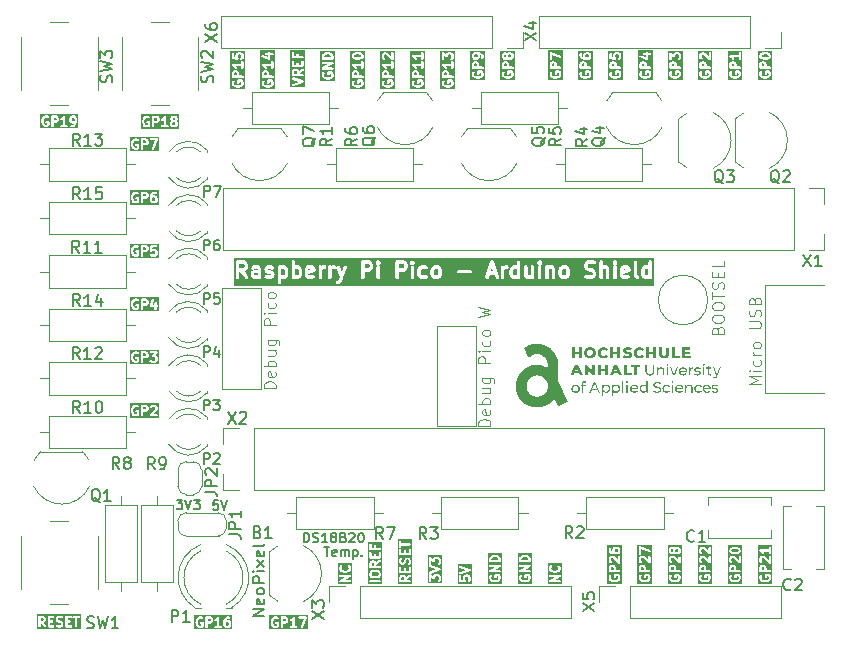
<source format=gbr>
%TF.GenerationSoftware,KiCad,Pcbnew,7.0.7*%
%TF.CreationDate,2023-09-12T10:17:06+02:00*%
%TF.ProjectId,Pico_Adapter,5069636f-5f41-4646-9170-7465722e6b69,V1.0*%
%TF.SameCoordinates,Original*%
%TF.FileFunction,Legend,Top*%
%TF.FilePolarity,Positive*%
%FSLAX46Y46*%
G04 Gerber Fmt 4.6, Leading zero omitted, Abs format (unit mm)*
G04 Created by KiCad (PCBNEW 7.0.7) date 2023-09-12 10:17:06*
%MOMM*%
%LPD*%
G01*
G04 APERTURE LIST*
%ADD10C,0.000000*%
%ADD11C,0.200000*%
%ADD12C,0.150000*%
%ADD13C,0.300000*%
%ADD14C,0.100000*%
%ADD15C,0.120000*%
G04 APERTURE END LIST*
D10*
G36*
X131990602Y-134205468D02*
G01*
X132004916Y-134206191D01*
X132019194Y-134207288D01*
X132033429Y-134208756D01*
X132047613Y-134210595D01*
X132061739Y-134212803D01*
X132075801Y-134215378D01*
X132089791Y-134218319D01*
X132103702Y-134221625D01*
X132117526Y-134225295D01*
X132131256Y-134229326D01*
X132144886Y-134233717D01*
X132158407Y-134238468D01*
X132171814Y-134243576D01*
X132185097Y-134249041D01*
X132197107Y-134254465D01*
X132208925Y-134260245D01*
X132220545Y-134266376D01*
X132231959Y-134272851D01*
X132243159Y-134279665D01*
X132254139Y-134286813D01*
X132264890Y-134294288D01*
X132275407Y-134302086D01*
X132285681Y-134310201D01*
X132295705Y-134318627D01*
X132305473Y-134327359D01*
X132314976Y-134336391D01*
X132324207Y-134345717D01*
X132333159Y-134355332D01*
X132341826Y-134365230D01*
X132350198Y-134375406D01*
X132187638Y-134522488D01*
X132187638Y-134521853D01*
X132176519Y-134509040D01*
X132165109Y-134497054D01*
X132153408Y-134485895D01*
X132141417Y-134475562D01*
X132129135Y-134466056D01*
X132116561Y-134457377D01*
X132103697Y-134449524D01*
X132090542Y-134442498D01*
X132077097Y-134436298D01*
X132063360Y-134430925D01*
X132049333Y-134426379D01*
X132035015Y-134422659D01*
X132020406Y-134419766D01*
X132005506Y-134417699D01*
X131990315Y-134416459D01*
X131974834Y-134416046D01*
X131966270Y-134416034D01*
X131957727Y-134416300D01*
X131949210Y-134416842D01*
X131940727Y-134417659D01*
X131932282Y-134418748D01*
X131923884Y-134420108D01*
X131915539Y-134421738D01*
X131907252Y-134423635D01*
X131899031Y-134425800D01*
X131890882Y-134428228D01*
X131882812Y-134430920D01*
X131874826Y-134433874D01*
X131866932Y-134437088D01*
X131859136Y-134440560D01*
X131851445Y-134444288D01*
X131843865Y-134448272D01*
X131836852Y-134452345D01*
X131830007Y-134456658D01*
X131823335Y-134461208D01*
X131816842Y-134465988D01*
X131810534Y-134470991D01*
X131804416Y-134476214D01*
X131798493Y-134481650D01*
X131792770Y-134487293D01*
X131787255Y-134493138D01*
X131781951Y-134499180D01*
X131776864Y-134505412D01*
X131772001Y-134511829D01*
X131767366Y-134518426D01*
X131762965Y-134525196D01*
X131758803Y-134532135D01*
X131754886Y-134539236D01*
X131747463Y-134555341D01*
X131741030Y-134571751D01*
X131735586Y-134588422D01*
X131731133Y-134605311D01*
X131727669Y-134622374D01*
X131725194Y-134639568D01*
X131723710Y-134656849D01*
X131723215Y-134674173D01*
X131723710Y-134691498D01*
X131725194Y-134708779D01*
X131727669Y-134725973D01*
X131731133Y-134743036D01*
X131735586Y-134759925D01*
X131741030Y-134776596D01*
X131747463Y-134793006D01*
X131754886Y-134809111D01*
X131758803Y-134816212D01*
X131762965Y-134823150D01*
X131767366Y-134829921D01*
X131772001Y-134836517D01*
X131776864Y-134842934D01*
X131781951Y-134849166D01*
X131787255Y-134855208D01*
X131792770Y-134861053D01*
X131798493Y-134866696D01*
X131804416Y-134872132D01*
X131810534Y-134877355D01*
X131816842Y-134882359D01*
X131823335Y-134887138D01*
X131830007Y-134891688D01*
X131836852Y-134896002D01*
X131843865Y-134900075D01*
X131851443Y-134904065D01*
X131859132Y-134907800D01*
X131866926Y-134911276D01*
X131874819Y-134914494D01*
X131882804Y-134917451D01*
X131890874Y-134920145D01*
X131899023Y-134922576D01*
X131907244Y-134924740D01*
X131915532Y-134926638D01*
X131923878Y-134928266D01*
X131932277Y-134929624D01*
X131940722Y-134930710D01*
X131949207Y-134931522D01*
X131957725Y-134932059D01*
X131966270Y-134932319D01*
X131974834Y-134932301D01*
X131990315Y-134931888D01*
X132005506Y-134930649D01*
X132020406Y-134928584D01*
X132035015Y-134925693D01*
X132049333Y-134921976D01*
X132063360Y-134917433D01*
X132077097Y-134912064D01*
X132090542Y-134905869D01*
X132103697Y-134898848D01*
X132116561Y-134891001D01*
X132129135Y-134882328D01*
X132141417Y-134872829D01*
X132153408Y-134862504D01*
X132165109Y-134851353D01*
X132176519Y-134839376D01*
X132187638Y-134826573D01*
X132350198Y-134973576D01*
X132341830Y-134983760D01*
X132333168Y-134993667D01*
X132324219Y-135003290D01*
X132314990Y-135012624D01*
X132305489Y-135021662D01*
X132295723Y-135030400D01*
X132285700Y-135038832D01*
X132275425Y-135046953D01*
X132264908Y-135054756D01*
X132254155Y-135062236D01*
X132243174Y-135069387D01*
X132231972Y-135076205D01*
X132220556Y-135082682D01*
X132208933Y-135088814D01*
X132197111Y-135094595D01*
X132185097Y-135100020D01*
X132171812Y-135105479D01*
X132158405Y-135110583D01*
X132144883Y-135115328D01*
X132131252Y-135119715D01*
X132117521Y-135123741D01*
X132103697Y-135127405D01*
X132089786Y-135130706D01*
X132075796Y-135133643D01*
X132061734Y-135136213D01*
X132047608Y-135138416D01*
X132033424Y-135140249D01*
X132019190Y-135141713D01*
X132004913Y-135142805D01*
X131990600Y-135143523D01*
X131976259Y-135143867D01*
X131961896Y-135143835D01*
X131944278Y-135143601D01*
X131926887Y-135142899D01*
X131909723Y-135141728D01*
X131892785Y-135140089D01*
X131876073Y-135137983D01*
X131859587Y-135135408D01*
X131843328Y-135132364D01*
X131827295Y-135128853D01*
X131811489Y-135124873D01*
X131795909Y-135120425D01*
X131780555Y-135115509D01*
X131765427Y-135110125D01*
X131750526Y-135104273D01*
X131735852Y-135097952D01*
X131721403Y-135091164D01*
X131707181Y-135083907D01*
X131693559Y-135076509D01*
X131680229Y-135068662D01*
X131667200Y-135060374D01*
X131654484Y-135051655D01*
X131642090Y-135042514D01*
X131630028Y-135032961D01*
X131618307Y-135023005D01*
X131606939Y-135012655D01*
X131595932Y-135001922D01*
X131585298Y-134990813D01*
X131575045Y-134979340D01*
X131565184Y-134967511D01*
X131555725Y-134955335D01*
X131546677Y-134942822D01*
X131538052Y-134929981D01*
X131529858Y-134916823D01*
X131514733Y-134888272D01*
X131501624Y-134859018D01*
X131490531Y-134829159D01*
X131481456Y-134798798D01*
X131474397Y-134768034D01*
X131469355Y-134736967D01*
X131466330Y-134705700D01*
X131465322Y-134674332D01*
X131466330Y-134642964D01*
X131469355Y-134611697D01*
X131474397Y-134580630D01*
X131481456Y-134549866D01*
X131490531Y-134519505D01*
X131501624Y-134489646D01*
X131514733Y-134460391D01*
X131529858Y-134431841D01*
X131538065Y-134418712D01*
X131546701Y-134405901D01*
X131555757Y-134393417D01*
X131565224Y-134381270D01*
X131575090Y-134369468D01*
X131585347Y-134358022D01*
X131595983Y-134346940D01*
X131606990Y-134336232D01*
X131618357Y-134325908D01*
X131630075Y-134315976D01*
X131642133Y-134306446D01*
X131654521Y-134297328D01*
X131667230Y-134288630D01*
X131680250Y-134280362D01*
X131693570Y-134272534D01*
X131707181Y-134265154D01*
X131721394Y-134257887D01*
X131735834Y-134251090D01*
X131750502Y-134244761D01*
X131765398Y-134238901D01*
X131780521Y-134233509D01*
X131795871Y-134228587D01*
X131811450Y-134224133D01*
X131827256Y-134220148D01*
X131843289Y-134216632D01*
X131859550Y-134213585D01*
X131876039Y-134211007D01*
X131892755Y-134208897D01*
X131909699Y-134207256D01*
X131926870Y-134206084D01*
X131944269Y-134205381D01*
X131961896Y-134205147D01*
X131976260Y-134205119D01*
X131990602Y-134205468D01*
G37*
G36*
X128644179Y-138051102D02*
G01*
X128508687Y-138051102D01*
X128409389Y-137825360D01*
X127929567Y-137825360D01*
X127830268Y-138051102D01*
X127697395Y-138051102D01*
X127846375Y-137722172D01*
X127974811Y-137722172D01*
X128364304Y-137722172D01*
X128169597Y-137279816D01*
X127974811Y-137722172D01*
X127846375Y-137722172D01*
X128106335Y-137148212D01*
X128233969Y-137148212D01*
X128644179Y-138051102D01*
G37*
G36*
X126487561Y-134562413D02*
G01*
X126835779Y-134562413D01*
X126835779Y-134223243D01*
X127091208Y-134223243D01*
X127091208Y-135126134D01*
X126835779Y-135126134D01*
X126835779Y-134773947D01*
X126487561Y-134773947D01*
X126487561Y-135126134D01*
X126232133Y-135126134D01*
X126232133Y-134223243D01*
X126487561Y-134223243D01*
X126487561Y-134562413D01*
G37*
G36*
X136269498Y-134420569D02*
G01*
X135814839Y-134420569D01*
X135814839Y-134573128D01*
X136215921Y-134573128D01*
X136215921Y-134763628D01*
X135814839Y-134763628D01*
X135814839Y-134928728D01*
X136286882Y-134928728D01*
X136286882Y-135125420D01*
X135562031Y-135125420D01*
X135561394Y-134223243D01*
X136269498Y-134223243D01*
X136269498Y-134420569D01*
G37*
G36*
X128695774Y-136024976D02*
G01*
X129043991Y-136024976D01*
X129043991Y-135685728D01*
X129299738Y-135685728D01*
X129299738Y-136588618D01*
X129044310Y-136588618D01*
X129044310Y-136236511D01*
X128696091Y-136236511D01*
X128696091Y-136588618D01*
X128440344Y-136588618D01*
X128440344Y-135685728D01*
X128695774Y-135685728D01*
X128695774Y-136024976D01*
G37*
G36*
X132673811Y-138051023D02*
G01*
X132554748Y-138051023D01*
X132554748Y-137942676D01*
X132549621Y-137949528D01*
X132544287Y-137956200D01*
X132538753Y-137962690D01*
X132533022Y-137968993D01*
X132527101Y-137975106D01*
X132520993Y-137981023D01*
X132514704Y-137986740D01*
X132508238Y-137992255D01*
X132501602Y-137997562D01*
X132494799Y-138002658D01*
X132487834Y-138007538D01*
X132480714Y-138012198D01*
X132473441Y-138016635D01*
X132466023Y-138020844D01*
X132458463Y-138024821D01*
X132450766Y-138028561D01*
X132442535Y-138032214D01*
X132434217Y-138035632D01*
X132425817Y-138038815D01*
X132417340Y-138041761D01*
X132408792Y-138044468D01*
X132400176Y-138046937D01*
X132391499Y-138049166D01*
X132382765Y-138051154D01*
X132373980Y-138052899D01*
X132365148Y-138054402D01*
X132356275Y-138055660D01*
X132347365Y-138056673D01*
X132338424Y-138057439D01*
X132329456Y-138057957D01*
X132320467Y-138058227D01*
X132311461Y-138058248D01*
X132299820Y-138058253D01*
X132288206Y-138057882D01*
X132276628Y-138057136D01*
X132265095Y-138056018D01*
X132253616Y-138054530D01*
X132242200Y-138052674D01*
X132230855Y-138050452D01*
X132219591Y-138047867D01*
X132208416Y-138044920D01*
X132197338Y-138041613D01*
X132186368Y-138037950D01*
X132175513Y-138033932D01*
X132164782Y-138029561D01*
X132154184Y-138024839D01*
X132143729Y-138019769D01*
X132133424Y-138014353D01*
X132123810Y-138008821D01*
X132114418Y-138002966D01*
X132105254Y-137996795D01*
X132096326Y-137990317D01*
X132087642Y-137983538D01*
X132079208Y-137976464D01*
X132071032Y-137969105D01*
X132063121Y-137961466D01*
X132055482Y-137953554D01*
X132048122Y-137945378D01*
X132041049Y-137936945D01*
X132034270Y-137928260D01*
X132027791Y-137919333D01*
X132021621Y-137910169D01*
X132015766Y-137900777D01*
X132010234Y-137891163D01*
X131999816Y-137869504D01*
X131990788Y-137847401D01*
X131983149Y-137824916D01*
X131976898Y-137802113D01*
X131972037Y-137779057D01*
X131968564Y-137755809D01*
X131966481Y-137732435D01*
X131965786Y-137708997D01*
X131965797Y-137708640D01*
X132090878Y-137708640D01*
X132091352Y-137724811D01*
X132092773Y-137740939D01*
X132095142Y-137756982D01*
X132098458Y-137772896D01*
X132102722Y-137788638D01*
X132107934Y-137804167D01*
X132114093Y-137819438D01*
X132121200Y-137834410D01*
X132124894Y-137840990D01*
X132128805Y-137847425D01*
X132132929Y-137853710D01*
X132137260Y-137859841D01*
X132141795Y-137865811D01*
X132146528Y-137871617D01*
X132151455Y-137877254D01*
X132156571Y-137882717D01*
X132161871Y-137888001D01*
X132167352Y-137893102D01*
X132173008Y-137898014D01*
X132178834Y-137902732D01*
X132184826Y-137907253D01*
X132190980Y-137911571D01*
X132197290Y-137915681D01*
X132203752Y-137919579D01*
X132217660Y-137926685D01*
X132231889Y-137932843D01*
X132246392Y-137938054D01*
X132261124Y-137942317D01*
X132276039Y-137945633D01*
X132291092Y-137948002D01*
X132306235Y-137949423D01*
X132321425Y-137949897D01*
X132336615Y-137949423D01*
X132351759Y-137948002D01*
X132366811Y-137945633D01*
X132381726Y-137942317D01*
X132396458Y-137938054D01*
X132410961Y-137932843D01*
X132425190Y-137926685D01*
X132439098Y-137919579D01*
X132445594Y-137915724D01*
X132451936Y-137911650D01*
X132458117Y-137907361D01*
X132464133Y-137902863D01*
X132469979Y-137898161D01*
X132475649Y-137893260D01*
X132481140Y-137888165D01*
X132486446Y-137882880D01*
X132491562Y-137877412D01*
X132496484Y-137871765D01*
X132501205Y-137865944D01*
X132505723Y-137859954D01*
X132510030Y-137853801D01*
X132514124Y-137847489D01*
X132517998Y-137841024D01*
X132521648Y-137834410D01*
X132528607Y-137819408D01*
X132534638Y-137804118D01*
X132539741Y-137788581D01*
X132543916Y-137772839D01*
X132547163Y-137756933D01*
X132549483Y-137740904D01*
X132550875Y-137724793D01*
X132551339Y-137708640D01*
X132550875Y-137692488D01*
X132549483Y-137676376D01*
X132547163Y-137660347D01*
X132543916Y-137644441D01*
X132539741Y-137628699D01*
X132534638Y-137613163D01*
X132528607Y-137597873D01*
X132521648Y-137582870D01*
X132521647Y-137582870D01*
X132518008Y-137576283D01*
X132514143Y-137569846D01*
X132510056Y-137563564D01*
X132505753Y-137557444D01*
X132501239Y-137551489D01*
X132496519Y-137545705D01*
X132491598Y-137540098D01*
X132486481Y-137534671D01*
X132481173Y-137529432D01*
X132475679Y-137524384D01*
X132470005Y-137519533D01*
X132464154Y-137514885D01*
X132458133Y-137510444D01*
X132451947Y-137506215D01*
X132445600Y-137502204D01*
X132439098Y-137498415D01*
X132425157Y-137491457D01*
X132410908Y-137485426D01*
X132396397Y-137480323D01*
X132381665Y-137476148D01*
X132366759Y-137472901D01*
X132351720Y-137470582D01*
X132336594Y-137469190D01*
X132321424Y-137468726D01*
X132306254Y-137469190D01*
X132291128Y-137470582D01*
X132276090Y-137472901D01*
X132261183Y-137476148D01*
X132246452Y-137480323D01*
X132231940Y-137485426D01*
X132217691Y-137491457D01*
X132203750Y-137498415D01*
X132197279Y-137502243D01*
X132190960Y-137506288D01*
X132184799Y-137510544D01*
X132178800Y-137515006D01*
X132172967Y-137519670D01*
X132167307Y-137524530D01*
X132161823Y-137529583D01*
X132156520Y-137534822D01*
X132151403Y-137540243D01*
X132146477Y-137545841D01*
X132141747Y-137551611D01*
X132137217Y-137557548D01*
X132132893Y-137563648D01*
X132128779Y-137569905D01*
X132124880Y-137576314D01*
X132121201Y-137582871D01*
X132114094Y-137597842D01*
X132107935Y-137613114D01*
X132102723Y-137628642D01*
X132098459Y-137644385D01*
X132095142Y-137660299D01*
X132092773Y-137676341D01*
X132091352Y-137692469D01*
X132090878Y-137708640D01*
X131965797Y-137708640D01*
X131966481Y-137685559D01*
X131968564Y-137662185D01*
X131972037Y-137638938D01*
X131976898Y-137615881D01*
X131983149Y-137593079D01*
X131990788Y-137570594D01*
X131999816Y-137548490D01*
X132010234Y-137526832D01*
X132015790Y-137517268D01*
X132021666Y-137507925D01*
X132027853Y-137498809D01*
X132034345Y-137489929D01*
X132041135Y-137481291D01*
X132048215Y-137472902D01*
X132055579Y-137464769D01*
X132063218Y-137456900D01*
X132071127Y-137449301D01*
X132079297Y-137441979D01*
X132087723Y-137434942D01*
X132096396Y-137428197D01*
X132105309Y-137421751D01*
X132114457Y-137415611D01*
X132123830Y-137409783D01*
X132133422Y-137404276D01*
X132143730Y-137398866D01*
X132154188Y-137393802D01*
X132164787Y-137389085D01*
X132175519Y-137384718D01*
X132186374Y-137380703D01*
X132197345Y-137377042D01*
X132208423Y-137373738D01*
X132219598Y-137370791D01*
X132230862Y-137368206D01*
X132242206Y-137365983D01*
X132253621Y-137364124D01*
X132265099Y-137362633D01*
X132276631Y-137361511D01*
X132288208Y-137360761D01*
X132299821Y-137360383D01*
X132311462Y-137360382D01*
X132320194Y-137360409D01*
X132328911Y-137360667D01*
X132337609Y-137361158D01*
X132346283Y-137361878D01*
X132354929Y-137362828D01*
X132363542Y-137364007D01*
X132372118Y-137365413D01*
X132380652Y-137367047D01*
X132389140Y-137368906D01*
X132397577Y-137370989D01*
X132405958Y-137373297D01*
X132414280Y-137375828D01*
X132422537Y-137378581D01*
X132430725Y-137381555D01*
X132438840Y-137384750D01*
X132446877Y-137388163D01*
X132446798Y-137388798D01*
X132454383Y-137392312D01*
X132461838Y-137396058D01*
X132469161Y-137400033D01*
X132476345Y-137404232D01*
X132483386Y-137408651D01*
X132490278Y-137413287D01*
X132497018Y-137418136D01*
X132503600Y-137423194D01*
X132510019Y-137428457D01*
X132516271Y-137433921D01*
X132522350Y-137439583D01*
X132528251Y-137445437D01*
X132533970Y-137451482D01*
X132539503Y-137457712D01*
X132544842Y-137464123D01*
X132549985Y-137470713D01*
X132549985Y-137094078D01*
X132673811Y-137094078D01*
X132673811Y-138051023D01*
G37*
G36*
X132036430Y-135888213D02*
G01*
X131760443Y-135888213D01*
X131760443Y-136588539D01*
X131505014Y-136588619D01*
X131505014Y-135888213D01*
X131227677Y-135888213D01*
X131227677Y-135685728D01*
X132036430Y-135685728D01*
X132036430Y-135888213D01*
G37*
G36*
X129737888Y-134562413D02*
G01*
X130086185Y-134562413D01*
X130086185Y-134223243D01*
X130341535Y-134223243D01*
X130341535Y-135126134D01*
X130086185Y-135126134D01*
X130086185Y-134773947D01*
X129738286Y-134773947D01*
X129738286Y-135126134D01*
X129482936Y-135126134D01*
X129482936Y-134223243D01*
X129737888Y-134223243D01*
X129737888Y-134562413D01*
G37*
G36*
X133879835Y-134716321D02*
G01*
X133879997Y-134729652D01*
X133880495Y-134742561D01*
X133881329Y-134755046D01*
X133882497Y-134767108D01*
X133884001Y-134778747D01*
X133885841Y-134789963D01*
X133888015Y-134800755D01*
X133890525Y-134811124D01*
X133893371Y-134821070D01*
X133896551Y-134830593D01*
X133900067Y-134839692D01*
X133903919Y-134848368D01*
X133908105Y-134856621D01*
X133912627Y-134864451D01*
X133917485Y-134871858D01*
X133922677Y-134878841D01*
X133928205Y-134885401D01*
X133934068Y-134891538D01*
X133940267Y-134897251D01*
X133946801Y-134902542D01*
X133953670Y-134907409D01*
X133960875Y-134911853D01*
X133968415Y-134915874D01*
X133976290Y-134919471D01*
X133984500Y-134922645D01*
X133993046Y-134925396D01*
X134001927Y-134927724D01*
X134011144Y-134929629D01*
X134020696Y-134931110D01*
X134030583Y-134932168D01*
X134040806Y-134932803D01*
X134051363Y-134933014D01*
X134061838Y-134932803D01*
X134071981Y-134932168D01*
X134081791Y-134931110D01*
X134091268Y-134929629D01*
X134100413Y-134927724D01*
X134109225Y-134925396D01*
X134117705Y-134922645D01*
X134125852Y-134919471D01*
X134133667Y-134915874D01*
X134141149Y-134911853D01*
X134148298Y-134907409D01*
X134155115Y-134902542D01*
X134161600Y-134897251D01*
X134167752Y-134891538D01*
X134173571Y-134885401D01*
X134179058Y-134878841D01*
X134184212Y-134871858D01*
X134189034Y-134864451D01*
X134193523Y-134856621D01*
X134197680Y-134848368D01*
X134201504Y-134839692D01*
X134204996Y-134830593D01*
X134208155Y-134821070D01*
X134210982Y-134811124D01*
X134215637Y-134789963D01*
X134218963Y-134767108D01*
X134220958Y-134742561D01*
X134221623Y-134716321D01*
X134221623Y-134223640D01*
X134472606Y-134223640D01*
X134472606Y-134723703D01*
X134472170Y-134748497D01*
X134470862Y-134772575D01*
X134468682Y-134795938D01*
X134465631Y-134818585D01*
X134461707Y-134840517D01*
X134456912Y-134861733D01*
X134451244Y-134882234D01*
X134444705Y-134902018D01*
X134437294Y-134921088D01*
X134429011Y-134939441D01*
X134419856Y-134957079D01*
X134409830Y-134974002D01*
X134398931Y-134990208D01*
X134387161Y-135005700D01*
X134374518Y-135020475D01*
X134361004Y-135034535D01*
X134361561Y-135034138D01*
X134347271Y-135047412D01*
X134332279Y-135059830D01*
X134316587Y-135071391D01*
X134300195Y-135082096D01*
X134283101Y-135091944D01*
X134265307Y-135100936D01*
X134246812Y-135109072D01*
X134227616Y-135116351D01*
X134207720Y-135122774D01*
X134187123Y-135128340D01*
X134165825Y-135133050D01*
X134143827Y-135136904D01*
X134121127Y-135139901D01*
X134097727Y-135142042D01*
X134073626Y-135143327D01*
X134048825Y-135143755D01*
X134024023Y-135143327D01*
X133999921Y-135142042D01*
X133976519Y-135139901D01*
X133953818Y-135136904D01*
X133931816Y-135133050D01*
X133910515Y-135128340D01*
X133889914Y-135122774D01*
X133870012Y-135116351D01*
X133850811Y-135109072D01*
X133832310Y-135100936D01*
X133814510Y-135091944D01*
X133797409Y-135082096D01*
X133781008Y-135071391D01*
X133765308Y-135059830D01*
X133750308Y-135047412D01*
X133736007Y-135034138D01*
X133722493Y-135020078D01*
X133709851Y-135005303D01*
X133698080Y-134989812D01*
X133687181Y-134973605D01*
X133677155Y-134956683D01*
X133668000Y-134939045D01*
X133659717Y-134920691D01*
X133652306Y-134901622D01*
X133645767Y-134881837D01*
X133640099Y-134861336D01*
X133635304Y-134840120D01*
X133631380Y-134818189D01*
X133628329Y-134795541D01*
X133626149Y-134772178D01*
X133624841Y-134748100D01*
X133624405Y-134723306D01*
X133624405Y-134223243D01*
X133879835Y-134223243D01*
X133879835Y-134716321D01*
G37*
G36*
X134388232Y-136588221D02*
G01*
X134264407Y-136588221D01*
X134264407Y-135904564D01*
X134388232Y-135904564D01*
X134388232Y-136588221D01*
G37*
G36*
X137401336Y-135612291D02*
G01*
X137405439Y-135612667D01*
X137409507Y-135613241D01*
X137413533Y-135614011D01*
X137417510Y-135614975D01*
X137421430Y-135616130D01*
X137425288Y-135617473D01*
X137429076Y-135619002D01*
X137432788Y-135620715D01*
X137436416Y-135622607D01*
X137439953Y-135624678D01*
X137443393Y-135626924D01*
X137446728Y-135629343D01*
X137449952Y-135631932D01*
X137453058Y-135634689D01*
X137455902Y-135637465D01*
X137458579Y-135640374D01*
X137461088Y-135643409D01*
X137463425Y-135646560D01*
X137465586Y-135649822D01*
X137467569Y-135653187D01*
X137469370Y-135656647D01*
X137470986Y-135660194D01*
X137472414Y-135663820D01*
X137473650Y-135667520D01*
X137474692Y-135671283D01*
X137475537Y-135675104D01*
X137476180Y-135678975D01*
X137476619Y-135682887D01*
X137476850Y-135686834D01*
X137476871Y-135690808D01*
X137476856Y-135694922D01*
X137476630Y-135699011D01*
X137476197Y-135703067D01*
X137475560Y-135707083D01*
X137474721Y-135711051D01*
X137473684Y-135714965D01*
X137472451Y-135718816D01*
X137471026Y-135722597D01*
X137469412Y-135726302D01*
X137467611Y-135729923D01*
X137465627Y-135733452D01*
X137463463Y-135736882D01*
X137461120Y-135740206D01*
X137458604Y-135743416D01*
X137455915Y-135746505D01*
X137453058Y-135749466D01*
X137453058Y-135749545D01*
X137450019Y-135752439D01*
X137446849Y-135755159D01*
X137443557Y-135757703D01*
X137440150Y-135760067D01*
X137436635Y-135762250D01*
X137433021Y-135764246D01*
X137429314Y-135766055D01*
X137425523Y-135767672D01*
X137421654Y-135769094D01*
X137417716Y-135770319D01*
X137413716Y-135771344D01*
X137409662Y-135772166D01*
X137405560Y-135772781D01*
X137401419Y-135773186D01*
X137397246Y-135773380D01*
X137393049Y-135773358D01*
X137388877Y-135773378D01*
X137384729Y-135773189D01*
X137380610Y-135772793D01*
X137376529Y-135772193D01*
X137372493Y-135771392D01*
X137368509Y-135770392D01*
X137364585Y-135769197D01*
X137360726Y-135767809D01*
X137356942Y-135766231D01*
X137353238Y-135764465D01*
X137349623Y-135762516D01*
X137346103Y-135760385D01*
X137342686Y-135758075D01*
X137339379Y-135755589D01*
X137336188Y-135752930D01*
X137333122Y-135750101D01*
X137330282Y-135747275D01*
X137327606Y-135744318D01*
X137325100Y-135741237D01*
X137322766Y-135738041D01*
X137320607Y-135734736D01*
X137318626Y-135731330D01*
X137316827Y-135727830D01*
X137315212Y-135724244D01*
X137313785Y-135720579D01*
X137312548Y-135716843D01*
X137311505Y-135713044D01*
X137310660Y-135709187D01*
X137310014Y-135705282D01*
X137309572Y-135701336D01*
X137309336Y-135697355D01*
X137309310Y-135693347D01*
X137309354Y-135689309D01*
X137309604Y-135685298D01*
X137310058Y-135681320D01*
X137310713Y-135677383D01*
X137311565Y-135673494D01*
X137312612Y-135669661D01*
X137313850Y-135665890D01*
X137315277Y-135662189D01*
X137316889Y-135658565D01*
X137318684Y-135655026D01*
X137320659Y-135651577D01*
X137322810Y-135648228D01*
X137325135Y-135644984D01*
X137327630Y-135641853D01*
X137330293Y-135638843D01*
X137333121Y-135635960D01*
X137336158Y-135633071D01*
X137339324Y-135630355D01*
X137342613Y-135627815D01*
X137346016Y-135625454D01*
X137349526Y-135623274D01*
X137353135Y-135621279D01*
X137356837Y-135619472D01*
X137360623Y-135617856D01*
X137364486Y-135616433D01*
X137368418Y-135615207D01*
X137372413Y-135614180D01*
X137376461Y-135613357D01*
X137380557Y-135612738D01*
X137384692Y-135612329D01*
X137388859Y-135612131D01*
X137393051Y-135612147D01*
X137397204Y-135612117D01*
X137401336Y-135612291D01*
G37*
G36*
X136177586Y-137361016D02*
G01*
X136193659Y-137361311D01*
X136209313Y-137362195D01*
X136224550Y-137363670D01*
X136239369Y-137365734D01*
X136253770Y-137368388D01*
X136267753Y-137371631D01*
X136281318Y-137375464D01*
X136294465Y-137379887D01*
X136307194Y-137384900D01*
X136319506Y-137390503D01*
X136331399Y-137396695D01*
X136342874Y-137403477D01*
X136353932Y-137410848D01*
X136364571Y-137418810D01*
X136374792Y-137427361D01*
X136384596Y-137436502D01*
X136393890Y-137446212D01*
X136402585Y-137456471D01*
X136410680Y-137467278D01*
X136418175Y-137478635D01*
X136425071Y-137490540D01*
X136431368Y-137502994D01*
X136437064Y-137515997D01*
X136442161Y-137529549D01*
X136446659Y-137543650D01*
X136450556Y-137558299D01*
X136453854Y-137573497D01*
X136456553Y-137589244D01*
X136458651Y-137605540D01*
X136460151Y-137622384D01*
X136461050Y-137639778D01*
X136461350Y-137657720D01*
X136461350Y-138051102D01*
X136337525Y-138051102D01*
X136337525Y-137671928D01*
X136337357Y-137659707D01*
X136336816Y-137647869D01*
X136335899Y-137636413D01*
X136334608Y-137625340D01*
X136332942Y-137614649D01*
X136330902Y-137604341D01*
X136328487Y-137594416D01*
X136325698Y-137584873D01*
X136322534Y-137575713D01*
X136318996Y-137566936D01*
X136315083Y-137558541D01*
X136310795Y-137550529D01*
X136306133Y-137542899D01*
X136301096Y-137535652D01*
X136295685Y-137528788D01*
X136289899Y-137522306D01*
X136283766Y-137516212D01*
X136277311Y-137510511D01*
X136270535Y-137505204D01*
X136263438Y-137500289D01*
X136256020Y-137495768D01*
X136248280Y-137491640D01*
X136240219Y-137487905D01*
X136231837Y-137484563D01*
X136223134Y-137481614D01*
X136214109Y-137479059D01*
X136204763Y-137476897D01*
X136195096Y-137475127D01*
X136185108Y-137473751D01*
X136174799Y-137472768D01*
X136164168Y-137472179D01*
X136153216Y-137471982D01*
X136140792Y-137472202D01*
X136128702Y-137472881D01*
X136116945Y-137474020D01*
X136105522Y-137475619D01*
X136094432Y-137477676D01*
X136083676Y-137480194D01*
X136073254Y-137483171D01*
X136063165Y-137486607D01*
X136053410Y-137490503D01*
X136043989Y-137494858D01*
X136034901Y-137499673D01*
X136026147Y-137504948D01*
X136017726Y-137510682D01*
X136009639Y-137516875D01*
X136001886Y-137523528D01*
X135994466Y-137530640D01*
X135987439Y-137538181D01*
X135980866Y-137546120D01*
X135974747Y-137554456D01*
X135969080Y-137563189D01*
X135963867Y-137572320D01*
X135959108Y-137581849D01*
X135954801Y-137591774D01*
X135950948Y-137602098D01*
X135947549Y-137612819D01*
X135944602Y-137623937D01*
X135942109Y-137635453D01*
X135940070Y-137647366D01*
X135938483Y-137659677D01*
X135937350Y-137672386D01*
X135936670Y-137685492D01*
X135936443Y-137698995D01*
X135936443Y-138051103D01*
X135812618Y-138051103D01*
X135812618Y-137367526D01*
X135931681Y-137367526D01*
X135931205Y-137470712D01*
X135936122Y-137464081D01*
X135941254Y-137457635D01*
X135946594Y-137451380D01*
X135952136Y-137445319D01*
X135957875Y-137439458D01*
X135963806Y-137433801D01*
X135969923Y-137428352D01*
X135976220Y-137423116D01*
X135982691Y-137418097D01*
X135989331Y-137413301D01*
X135996135Y-137408730D01*
X136003097Y-137404391D01*
X136010210Y-137400287D01*
X136017471Y-137396423D01*
X136024872Y-137392803D01*
X136032409Y-137389432D01*
X136041049Y-137385879D01*
X136049768Y-137382558D01*
X136058563Y-137379470D01*
X136067428Y-137376617D01*
X136076359Y-137374000D01*
X136085351Y-137371619D01*
X136094399Y-137369476D01*
X136103499Y-137367570D01*
X136112646Y-137365904D01*
X136121834Y-137364478D01*
X136131060Y-137363293D01*
X136140319Y-137362350D01*
X136149606Y-137361650D01*
X136158916Y-137361194D01*
X136168244Y-137360982D01*
X136177586Y-137361016D01*
G37*
G36*
X134965525Y-134923569D02*
G01*
X135396372Y-134923569D01*
X135396372Y-135125737D01*
X134710733Y-135125737D01*
X134710175Y-134223243D01*
X134965525Y-134223243D01*
X134965525Y-134923569D01*
G37*
G36*
X135339321Y-137361462D02*
G01*
X135350708Y-137362218D01*
X135362047Y-137363352D01*
X135373330Y-137364863D01*
X135384547Y-137366747D01*
X135395689Y-137369002D01*
X135406746Y-137371627D01*
X135417711Y-137374618D01*
X135428572Y-137377973D01*
X135439322Y-137381691D01*
X135449950Y-137385768D01*
X135460448Y-137390202D01*
X135470806Y-137394991D01*
X135481016Y-137400133D01*
X135491067Y-137405625D01*
X135500501Y-137411295D01*
X135509709Y-137417281D01*
X135518686Y-137423574D01*
X135527423Y-137430167D01*
X135535914Y-137437054D01*
X135544153Y-137444227D01*
X135552131Y-137451678D01*
X135559842Y-137459400D01*
X135567279Y-137467387D01*
X135574436Y-137475631D01*
X135581304Y-137484124D01*
X135587878Y-137492860D01*
X135594149Y-137501832D01*
X135600112Y-137511031D01*
X135605759Y-137520451D01*
X135611083Y-137530084D01*
X135616452Y-137540747D01*
X135621475Y-137551555D01*
X135626149Y-137562498D01*
X135630472Y-137573570D01*
X135634443Y-137584760D01*
X135638058Y-137596061D01*
X135641317Y-137607465D01*
X135644218Y-137618962D01*
X135646757Y-137630543D01*
X135648934Y-137642202D01*
X135650745Y-137653928D01*
X135652190Y-137665714D01*
X135653266Y-137677551D01*
X135653972Y-137689430D01*
X135654304Y-137701343D01*
X135654261Y-137713282D01*
X135654153Y-137717967D01*
X135653984Y-137722650D01*
X135653756Y-137727330D01*
X135653469Y-137732007D01*
X135653121Y-137736680D01*
X135652715Y-137741348D01*
X135652248Y-137746011D01*
X135651722Y-137750668D01*
X135097050Y-137750668D01*
X135098447Y-137761300D01*
X135100362Y-137771803D01*
X135102786Y-137782159D01*
X135105711Y-137792353D01*
X135109126Y-137802366D01*
X135113023Y-137812183D01*
X135117392Y-137821785D01*
X135122224Y-137831157D01*
X135127509Y-137840280D01*
X135133239Y-137849138D01*
X135139403Y-137857714D01*
X135145994Y-137865991D01*
X135153000Y-137873951D01*
X135160414Y-137881579D01*
X135168225Y-137888856D01*
X135176425Y-137895766D01*
X135185017Y-137902408D01*
X135193866Y-137908621D01*
X135202973Y-137914405D01*
X135212337Y-137919762D01*
X135221958Y-137924689D01*
X135231837Y-137929189D01*
X135241973Y-137933259D01*
X135252367Y-137936902D01*
X135263017Y-137940115D01*
X135273926Y-137942901D01*
X135285091Y-137945257D01*
X135296514Y-137947186D01*
X135308194Y-137948686D01*
X135320132Y-137949757D01*
X135332327Y-137950400D01*
X135344779Y-137950614D01*
X135359912Y-137950289D01*
X135374671Y-137949315D01*
X135389057Y-137947692D01*
X135403070Y-137945420D01*
X135416709Y-137942498D01*
X135429975Y-137938927D01*
X135442868Y-137934707D01*
X135455388Y-137929837D01*
X135467534Y-137924319D01*
X135479307Y-137918151D01*
X135490706Y-137911333D01*
X135501733Y-137903867D01*
X135512386Y-137895751D01*
X135522666Y-137886986D01*
X135532572Y-137877571D01*
X135542106Y-137867508D01*
X135610527Y-137947438D01*
X135604559Y-137954166D01*
X135598402Y-137960700D01*
X135592060Y-137967039D01*
X135585538Y-137973178D01*
X135578841Y-137979113D01*
X135571974Y-137984842D01*
X135564943Y-137990360D01*
X135557751Y-137995665D01*
X135550403Y-138000753D01*
X135542905Y-138005620D01*
X135535262Y-138010262D01*
X135527478Y-138014677D01*
X135519559Y-138018861D01*
X135511508Y-138022809D01*
X135503332Y-138026520D01*
X135495035Y-138029989D01*
X135473771Y-138037469D01*
X135452251Y-138043810D01*
X135430521Y-138049015D01*
X135408622Y-138053084D01*
X135386600Y-138056020D01*
X135364498Y-138057825D01*
X135342359Y-138058502D01*
X135320229Y-138058051D01*
X135298149Y-138056475D01*
X135276166Y-138053776D01*
X135254322Y-138049956D01*
X135232660Y-138045018D01*
X135211226Y-138038962D01*
X135190063Y-138031792D01*
X135169214Y-138023508D01*
X135148725Y-138014114D01*
X135138655Y-138008677D01*
X135128811Y-138002894D01*
X135119199Y-137996773D01*
X135109828Y-137990322D01*
X135100706Y-137983548D01*
X135091840Y-137976459D01*
X135083238Y-137969062D01*
X135074909Y-137961365D01*
X135066859Y-137953375D01*
X135059098Y-137945100D01*
X135051633Y-137936548D01*
X135044472Y-137927726D01*
X135037622Y-137918642D01*
X135031093Y-137909304D01*
X135024891Y-137899718D01*
X135019025Y-137889893D01*
X135013391Y-137879484D01*
X135008116Y-137868914D01*
X135003202Y-137858193D01*
X134998651Y-137847330D01*
X134994466Y-137836335D01*
X134990648Y-137825217D01*
X134987201Y-137813984D01*
X134984126Y-137802648D01*
X134981426Y-137791216D01*
X134979104Y-137779698D01*
X134977161Y-137768104D01*
X134975600Y-137756443D01*
X134974424Y-137744724D01*
X134973635Y-137732957D01*
X134973235Y-137721151D01*
X134973226Y-137709315D01*
X134973248Y-137697586D01*
X134973648Y-137685886D01*
X134974425Y-137674223D01*
X134975575Y-137662606D01*
X134975706Y-137661610D01*
X135097129Y-137661610D01*
X135535677Y-137661610D01*
X135534475Y-137651500D01*
X135532815Y-137641495D01*
X135530703Y-137631608D01*
X135528146Y-137621853D01*
X135525151Y-137612246D01*
X135521726Y-137602799D01*
X135517877Y-137593528D01*
X135513612Y-137584446D01*
X135508938Y-137575568D01*
X135503861Y-137566908D01*
X135498389Y-137558480D01*
X135492529Y-137550299D01*
X135486288Y-137542378D01*
X135479673Y-137534732D01*
X135472691Y-137527376D01*
X135465350Y-137520322D01*
X135457745Y-137513690D01*
X135449914Y-137507486D01*
X135441855Y-137501709D01*
X135433570Y-137496361D01*
X135425058Y-137491440D01*
X135416318Y-137486947D01*
X135407352Y-137482882D01*
X135398159Y-137479245D01*
X135388739Y-137476036D01*
X135379091Y-137473255D01*
X135369217Y-137470902D01*
X135359116Y-137468976D01*
X135348788Y-137467479D01*
X135338233Y-137466409D01*
X135327452Y-137465767D01*
X135316443Y-137465553D01*
X135305424Y-137465755D01*
X135294633Y-137466382D01*
X135284069Y-137467432D01*
X135273733Y-137468907D01*
X135263625Y-137470806D01*
X135253744Y-137473129D01*
X135244091Y-137475876D01*
X135234666Y-137479047D01*
X135225468Y-137482642D01*
X135216498Y-137486662D01*
X135207755Y-137491106D01*
X135199240Y-137495974D01*
X135190952Y-137501266D01*
X135182892Y-137506982D01*
X135175060Y-137513122D01*
X135167455Y-137519687D01*
X135160158Y-137526595D01*
X135153247Y-137533764D01*
X135146724Y-137541195D01*
X135140587Y-137548887D01*
X135134837Y-137556841D01*
X135129475Y-137565057D01*
X135124499Y-137573535D01*
X135119910Y-137582274D01*
X135115708Y-137591275D01*
X135111893Y-137600538D01*
X135108465Y-137610063D01*
X135105424Y-137619849D01*
X135102770Y-137629896D01*
X135100503Y-137640206D01*
X135098623Y-137650777D01*
X135097129Y-137661610D01*
X134975706Y-137661610D01*
X134977097Y-137651044D01*
X134978989Y-137639546D01*
X134981249Y-137628120D01*
X134983873Y-137616775D01*
X134986861Y-137605521D01*
X134990209Y-137594366D01*
X134993916Y-137583318D01*
X134997980Y-137572387D01*
X135002397Y-137561582D01*
X135007167Y-137550910D01*
X135012287Y-137540382D01*
X135017755Y-137530006D01*
X135017833Y-137529926D01*
X135023335Y-137520280D01*
X135029156Y-137510851D01*
X135035290Y-137501646D01*
X135041730Y-137492673D01*
X135048468Y-137483938D01*
X135055498Y-137475449D01*
X135062813Y-137467212D01*
X135070405Y-137459236D01*
X135078269Y-137451526D01*
X135086396Y-137444090D01*
X135094780Y-137436935D01*
X135103414Y-137430069D01*
X135112291Y-137423497D01*
X135121404Y-137417228D01*
X135130746Y-137411268D01*
X135140310Y-137405625D01*
X135150470Y-137400150D01*
X135160784Y-137395024D01*
X135171246Y-137390248D01*
X135181844Y-137385826D01*
X135192571Y-137381758D01*
X135203417Y-137378047D01*
X135214373Y-137374696D01*
X135225430Y-137371707D01*
X135236580Y-137369082D01*
X135247812Y-137366823D01*
X135259118Y-137364934D01*
X135270489Y-137363415D01*
X135281916Y-137362269D01*
X135293390Y-137361499D01*
X135304902Y-137361107D01*
X135316443Y-137361095D01*
X135327896Y-137361087D01*
X135339321Y-137361462D01*
G37*
G36*
X130604344Y-138051102D02*
G01*
X130480520Y-138051102D01*
X130480520Y-137094316D01*
X130604344Y-137094316D01*
X130604344Y-138051102D01*
G37*
G36*
X127173758Y-136588619D02*
G01*
X126908010Y-136588619D01*
X126837129Y-136413199D01*
X126455335Y-136413199D01*
X126384374Y-136588618D01*
X126123786Y-136588618D01*
X126284327Y-136224843D01*
X126530186Y-136224843D01*
X126762278Y-136224843D01*
X126646232Y-135935918D01*
X126530186Y-136224843D01*
X126284327Y-136224843D01*
X126522248Y-135685728D01*
X126773867Y-135685728D01*
X127173758Y-136588619D01*
G37*
G36*
X126575417Y-137361715D02*
G01*
X126598875Y-137363803D01*
X126622207Y-137367281D01*
X126645348Y-137372151D01*
X126668235Y-137378413D01*
X126690804Y-137386066D01*
X126712992Y-137395110D01*
X126734735Y-137405546D01*
X126744524Y-137411105D01*
X126754094Y-137416987D01*
X126763438Y-137423186D01*
X126772549Y-137429694D01*
X126781420Y-137436504D01*
X126790043Y-137443610D01*
X126798412Y-137451004D01*
X126806520Y-137458680D01*
X126814358Y-137466629D01*
X126821920Y-137474846D01*
X126829200Y-137483324D01*
X126836189Y-137492054D01*
X126842881Y-137501031D01*
X126849268Y-137510248D01*
X126855343Y-137519696D01*
X126861100Y-137529370D01*
X126871834Y-137550668D01*
X126881137Y-137572443D01*
X126889009Y-137594629D01*
X126895449Y-137617156D01*
X126900458Y-137639956D01*
X126904036Y-137662962D01*
X126906183Y-137686103D01*
X126906899Y-137709313D01*
X126906183Y-137732524D01*
X126904036Y-137755665D01*
X126900458Y-137778671D01*
X126895449Y-137801471D01*
X126889009Y-137823998D01*
X126881137Y-137846183D01*
X126871834Y-137867959D01*
X126861100Y-137889257D01*
X126855329Y-137898950D01*
X126849241Y-137908420D01*
X126842845Y-137917660D01*
X126836146Y-137926663D01*
X126829152Y-137935422D01*
X126821870Y-137943931D01*
X126814306Y-137952182D01*
X126806469Y-137960169D01*
X126798364Y-137967884D01*
X126789999Y-137975322D01*
X126781381Y-137982474D01*
X126772516Y-137989334D01*
X126763412Y-137995895D01*
X126754076Y-138002151D01*
X126744515Y-138008094D01*
X126734735Y-138013717D01*
X126713024Y-138024303D01*
X126690855Y-138033477D01*
X126668294Y-138041240D01*
X126645406Y-138047592D01*
X126622257Y-138052532D01*
X126598912Y-138056060D01*
X126575436Y-138058177D01*
X126551894Y-138058883D01*
X126528353Y-138058177D01*
X126504877Y-138056060D01*
X126481531Y-138052532D01*
X126458382Y-138047592D01*
X126435495Y-138041240D01*
X126412934Y-138033477D01*
X126390765Y-138024303D01*
X126369054Y-138013717D01*
X126359223Y-138008120D01*
X126349612Y-138002199D01*
X126340226Y-137995962D01*
X126331074Y-137989415D01*
X126322163Y-137982566D01*
X126313499Y-137975421D01*
X126305091Y-137967988D01*
X126296944Y-137960273D01*
X126289066Y-137952284D01*
X126281464Y-137944027D01*
X126274146Y-137935509D01*
X126267119Y-137926738D01*
X126260388Y-137917720D01*
X126253963Y-137908463D01*
X126247849Y-137898973D01*
X126242055Y-137889257D01*
X126231321Y-137867959D01*
X126222018Y-137846183D01*
X126214146Y-137823998D01*
X126207706Y-137801471D01*
X126202696Y-137778670D01*
X126199118Y-137755665D01*
X126196971Y-137732523D01*
X126196509Y-137717520D01*
X126321401Y-137717520D01*
X126321636Y-137725709D01*
X126322131Y-137733874D01*
X126322887Y-137742008D01*
X126323900Y-137750106D01*
X126325170Y-137758162D01*
X126326696Y-137766169D01*
X126328475Y-137774121D01*
X126330507Y-137782013D01*
X126332789Y-137789837D01*
X126335321Y-137797589D01*
X126338101Y-137805262D01*
X126341128Y-137812850D01*
X126344399Y-137820347D01*
X126347914Y-137827747D01*
X126351671Y-137835044D01*
X126355374Y-137841618D01*
X126359291Y-137848048D01*
X126363421Y-137854328D01*
X126367756Y-137860454D01*
X126372294Y-137866421D01*
X126377029Y-137872224D01*
X126381957Y-137877859D01*
X126387073Y-137883321D01*
X126392372Y-137888605D01*
X126397851Y-137893707D01*
X126403503Y-137898621D01*
X126409326Y-137903342D01*
X126415314Y-137907867D01*
X126421462Y-137912190D01*
X126427766Y-137916307D01*
X126434222Y-137920213D01*
X126448177Y-137927320D01*
X126462451Y-137933479D01*
X126477000Y-137938691D01*
X126491776Y-137942955D01*
X126506735Y-137946272D01*
X126521832Y-137948641D01*
X126537019Y-137950062D01*
X126552252Y-137950536D01*
X126567485Y-137950062D01*
X126582673Y-137948641D01*
X126597769Y-137946272D01*
X126612728Y-137942955D01*
X126627505Y-137938691D01*
X126642053Y-137933479D01*
X126656328Y-137927320D01*
X126670283Y-137920213D01*
X126676726Y-137916330D01*
X126683015Y-137912231D01*
X126689144Y-137907923D01*
X126695111Y-137903409D01*
X126700908Y-137898695D01*
X126706533Y-137893786D01*
X126711979Y-137888686D01*
X126717243Y-137883401D01*
X126722319Y-137877936D01*
X126727202Y-137872295D01*
X126731889Y-137866484D01*
X126736373Y-137860507D01*
X126740651Y-137854370D01*
X126744718Y-137848077D01*
X126748568Y-137841633D01*
X126752198Y-137835044D01*
X126759156Y-137820041D01*
X126765187Y-137804751D01*
X126770290Y-137789215D01*
X126774466Y-137773473D01*
X126777713Y-137757567D01*
X126780033Y-137741538D01*
X126781425Y-137725426D01*
X126781888Y-137709274D01*
X126781425Y-137693121D01*
X126780033Y-137677010D01*
X126777713Y-137660981D01*
X126774466Y-137645075D01*
X126770290Y-137629333D01*
X126765187Y-137613797D01*
X126759156Y-137598507D01*
X126752198Y-137583504D01*
X126748583Y-137576939D01*
X126744745Y-137570521D01*
X126740688Y-137564256D01*
X126736417Y-137558150D01*
X126731937Y-137552206D01*
X126727254Y-137546431D01*
X126722371Y-137540829D01*
X126717294Y-137535405D01*
X126712028Y-137530165D01*
X126706578Y-137525114D01*
X126700948Y-137520256D01*
X126695144Y-137515597D01*
X126689170Y-137511141D01*
X126683032Y-137506895D01*
X126676735Y-137502863D01*
X126670283Y-137499049D01*
X126656294Y-137492091D01*
X126642000Y-137486061D01*
X126627443Y-137480958D01*
X126612667Y-137476784D01*
X126597717Y-137473537D01*
X126582635Y-137471217D01*
X126567465Y-137469826D01*
X126552252Y-137469362D01*
X126537039Y-137469826D01*
X126521869Y-137471217D01*
X126506788Y-137473537D01*
X126491837Y-137476784D01*
X126477061Y-137480958D01*
X126462504Y-137486061D01*
X126448210Y-137492091D01*
X126434222Y-137499049D01*
X126427755Y-137502883D01*
X126421441Y-137506933D01*
X126415284Y-137511192D01*
X126409288Y-137515658D01*
X126403458Y-137520324D01*
X126397799Y-137525186D01*
X126392317Y-137530239D01*
X126387014Y-137535478D01*
X126381898Y-137540899D01*
X126376971Y-137546495D01*
X126372239Y-137552263D01*
X126367707Y-137558198D01*
X126363380Y-137564294D01*
X126359261Y-137570547D01*
X126355357Y-137576952D01*
X126351671Y-137583504D01*
X126347915Y-137590807D01*
X126344401Y-137598212D01*
X126341131Y-137605714D01*
X126338105Y-137613308D01*
X126335326Y-137620986D01*
X126332794Y-137628743D01*
X126330512Y-137636573D01*
X126328480Y-137644469D01*
X126326701Y-137652426D01*
X126325175Y-137660438D01*
X126323905Y-137668498D01*
X126322891Y-137676600D01*
X126322135Y-137684739D01*
X126321638Y-137692908D01*
X126321403Y-137701102D01*
X126321430Y-137709313D01*
X126321401Y-137717520D01*
X126196509Y-137717520D01*
X126196256Y-137709313D01*
X126196971Y-137686103D01*
X126199118Y-137662962D01*
X126202696Y-137639956D01*
X126207706Y-137617156D01*
X126214146Y-137594629D01*
X126222018Y-137572444D01*
X126231321Y-137550668D01*
X126242055Y-137529371D01*
X126247834Y-137519673D01*
X126253936Y-137510204D01*
X126260352Y-137500970D01*
X126267075Y-137491978D01*
X126274097Y-137483235D01*
X126281413Y-137474749D01*
X126289013Y-137466526D01*
X126296892Y-137458574D01*
X126305041Y-137450899D01*
X126313454Y-137443509D01*
X126322123Y-137436411D01*
X126331041Y-137429611D01*
X126340200Y-137423118D01*
X126349593Y-137416938D01*
X126359214Y-137411078D01*
X126369054Y-137405546D01*
X126390797Y-137395110D01*
X126412985Y-137386066D01*
X126435554Y-137378413D01*
X126458441Y-137372151D01*
X126481582Y-137367281D01*
X126504914Y-137363803D01*
X126528372Y-137361715D01*
X126551894Y-137361020D01*
X126575417Y-137361715D01*
G37*
G36*
X136976255Y-137361290D02*
G01*
X136986969Y-137361909D01*
X136997649Y-137362848D01*
X137008285Y-137364105D01*
X137018873Y-137365679D01*
X137029404Y-137367568D01*
X137039871Y-137369771D01*
X137050269Y-137372285D01*
X137060588Y-137375109D01*
X137070823Y-137378242D01*
X137080967Y-137381682D01*
X137091011Y-137385428D01*
X137100951Y-137389477D01*
X137110777Y-137393829D01*
X137120484Y-137398481D01*
X137129314Y-137403142D01*
X137137943Y-137408117D01*
X137146362Y-137413400D01*
X137154564Y-137418984D01*
X137162542Y-137424861D01*
X137170287Y-137431024D01*
X137177794Y-137437467D01*
X137185053Y-137444181D01*
X137192059Y-137451161D01*
X137198803Y-137458397D01*
X137205277Y-137465885D01*
X137211476Y-137473616D01*
X137217390Y-137481582D01*
X137223012Y-137489778D01*
X137228336Y-137498196D01*
X137233354Y-137506828D01*
X137139214Y-137567392D01*
X137135412Y-137561634D01*
X137131431Y-137556015D01*
X137127276Y-137550537D01*
X137122950Y-137545204D01*
X137118458Y-137540021D01*
X137113804Y-137534990D01*
X137108991Y-137530115D01*
X137104023Y-137525400D01*
X137098905Y-137520850D01*
X137093640Y-137516466D01*
X137088234Y-137512254D01*
X137082688Y-137508217D01*
X137077009Y-137504358D01*
X137071199Y-137500682D01*
X137065262Y-137497191D01*
X137059204Y-137493891D01*
X137053022Y-137490880D01*
X137046762Y-137488061D01*
X137040429Y-137485436D01*
X137034027Y-137483004D01*
X137027561Y-137480769D01*
X137021034Y-137478729D01*
X137014453Y-137476887D01*
X137007820Y-137475243D01*
X137001142Y-137473799D01*
X136994421Y-137472555D01*
X136987663Y-137471513D01*
X136980873Y-137470674D01*
X136974054Y-137470038D01*
X136967211Y-137469607D01*
X136960350Y-137469382D01*
X136953473Y-137469363D01*
X136945587Y-137469370D01*
X136937719Y-137469630D01*
X136929876Y-137470142D01*
X136922064Y-137470904D01*
X136914287Y-137471915D01*
X136906553Y-137473173D01*
X136898867Y-137474678D01*
X136891235Y-137476427D01*
X136883663Y-137478419D01*
X136876156Y-137480653D01*
X136868721Y-137483127D01*
X136861363Y-137485839D01*
X136854089Y-137488790D01*
X136846904Y-137491975D01*
X136839814Y-137495396D01*
X136832825Y-137499049D01*
X136826253Y-137502827D01*
X136819836Y-137506829D01*
X136813577Y-137511050D01*
X136807483Y-137515485D01*
X136801558Y-137520128D01*
X136795807Y-137524974D01*
X136790236Y-137530019D01*
X136784849Y-137535257D01*
X136779652Y-137540683D01*
X136774649Y-137546292D01*
X136769847Y-137552079D01*
X136765248Y-137558039D01*
X136760860Y-137564167D01*
X136756687Y-137570457D01*
X136752733Y-137576904D01*
X136749005Y-137583504D01*
X136741898Y-137598559D01*
X136735738Y-137613912D01*
X136730526Y-137629521D01*
X136726261Y-137645343D01*
X136722944Y-137661335D01*
X136720575Y-137677455D01*
X136719154Y-137693661D01*
X136718680Y-137709909D01*
X136719154Y-137726157D01*
X136720575Y-137742363D01*
X136722944Y-137758483D01*
X136726261Y-137774475D01*
X136730526Y-137790297D01*
X136735738Y-137805906D01*
X136741898Y-137821259D01*
X136749005Y-137836313D01*
X136748761Y-137836711D01*
X136752486Y-137843318D01*
X136756436Y-137849773D01*
X136760606Y-137856069D01*
X136764992Y-137862203D01*
X136769588Y-137868169D01*
X136774390Y-137873962D01*
X136779392Y-137879577D01*
X136784589Y-137885009D01*
X136789976Y-137890252D01*
X136795548Y-137895301D01*
X136801300Y-137900152D01*
X136807227Y-137904799D01*
X136813323Y-137909237D01*
X136819584Y-137913461D01*
X136826005Y-137917466D01*
X136832580Y-137921246D01*
X136839569Y-137924899D01*
X136846659Y-137928320D01*
X136853844Y-137931506D01*
X136861118Y-137934456D01*
X136868476Y-137937168D01*
X136875911Y-137939642D01*
X136883417Y-137941876D01*
X136890990Y-137943868D01*
X136898622Y-137945617D01*
X136906309Y-137947122D01*
X136914043Y-137948380D01*
X136921820Y-137949391D01*
X136929633Y-137950153D01*
X136937477Y-137950665D01*
X136945345Y-137950925D01*
X136953232Y-137950932D01*
X136960108Y-137950914D01*
X136966969Y-137950688D01*
X136973811Y-137950257D01*
X136980630Y-137949622D01*
X136987420Y-137948782D01*
X136994177Y-137947740D01*
X137000898Y-137946497D01*
X137007576Y-137945052D01*
X137014208Y-137943409D01*
X137020790Y-137941567D01*
X137027316Y-137939527D01*
X137033782Y-137937291D01*
X137040184Y-137934860D01*
X137046517Y-137932234D01*
X137052777Y-137929416D01*
X137058959Y-137926405D01*
X137065017Y-137923104D01*
X137070954Y-137919614D01*
X137076764Y-137915937D01*
X137082444Y-137912078D01*
X137087989Y-137908041D01*
X137093396Y-137903829D01*
X137098661Y-137899446D01*
X137103779Y-137894895D01*
X137108747Y-137890180D01*
X137113560Y-137885306D01*
X137118215Y-137880275D01*
X137122707Y-137875091D01*
X137127033Y-137869758D01*
X137131188Y-137864281D01*
X137135168Y-137858661D01*
X137138970Y-137852904D01*
X137233112Y-137912196D01*
X137228082Y-137920849D01*
X137222749Y-137929290D01*
X137217118Y-137937510D01*
X137211198Y-137945504D01*
X137204996Y-137953264D01*
X137198519Y-137960783D01*
X137191775Y-137968054D01*
X137184770Y-137975071D01*
X137177512Y-137981825D01*
X137170009Y-137988310D01*
X137162267Y-137994520D01*
X137154294Y-138000446D01*
X137146098Y-138006082D01*
X137137685Y-138011420D01*
X137129063Y-138016455D01*
X137120238Y-138021178D01*
X137110555Y-138025909D01*
X137100747Y-138030334D01*
X137090822Y-138034452D01*
X137080788Y-138038261D01*
X137070653Y-138041760D01*
X137060422Y-138044947D01*
X137050104Y-138047820D01*
X137039705Y-138050377D01*
X137029234Y-138052617D01*
X137018697Y-138054539D01*
X137008102Y-138056140D01*
X136997455Y-138057418D01*
X136986765Y-138058373D01*
X136976038Y-138059003D01*
X136965282Y-138059305D01*
X136954504Y-138059278D01*
X136942334Y-138059297D01*
X136930191Y-138058927D01*
X136918085Y-138058169D01*
X136906025Y-138057028D01*
X136894019Y-138055503D01*
X136882077Y-138053599D01*
X136870207Y-138051316D01*
X136858419Y-138048657D01*
X136846722Y-138045625D01*
X136835124Y-138042220D01*
X136823635Y-138038447D01*
X136812263Y-138034306D01*
X136801018Y-138029800D01*
X136789908Y-138024931D01*
X136778944Y-138019702D01*
X136768132Y-138014114D01*
X136758234Y-138008500D01*
X136748556Y-138002562D01*
X136739103Y-137996307D01*
X136729883Y-137989741D01*
X136720904Y-137982871D01*
X136712172Y-137975705D01*
X136703694Y-137968249D01*
X136695478Y-137960510D01*
X136687531Y-137952496D01*
X136679860Y-137944213D01*
X136672472Y-137935668D01*
X136665375Y-137926868D01*
X136658574Y-137917819D01*
X136652078Y-137908530D01*
X136645894Y-137899007D01*
X136640028Y-137889257D01*
X136629145Y-137867992D01*
X136619713Y-137846237D01*
X136611732Y-137824060D01*
X136605202Y-137801532D01*
X136600123Y-137778723D01*
X136596495Y-137755703D01*
X136594318Y-137732543D01*
X136593593Y-137709313D01*
X136594318Y-137686083D01*
X136596495Y-137662923D01*
X136600123Y-137639904D01*
X136605202Y-137617095D01*
X136611732Y-137594567D01*
X136619713Y-137572390D01*
X136629145Y-137550635D01*
X136640028Y-137529371D01*
X136645902Y-137519661D01*
X136652096Y-137510181D01*
X136658604Y-137500938D01*
X136665417Y-137491939D01*
X136672529Y-137483191D01*
X136679932Y-137474701D01*
X136687619Y-137466476D01*
X136695582Y-137458524D01*
X136703815Y-137450851D01*
X136712310Y-137443464D01*
X136721060Y-137436370D01*
X136730057Y-137429576D01*
X136739295Y-137423090D01*
X136748765Y-137416918D01*
X136758461Y-137411068D01*
X136768376Y-137405546D01*
X136779208Y-137400029D01*
X136790191Y-137394868D01*
X136801314Y-137390063D01*
X136812570Y-137385616D01*
X136823949Y-137381531D01*
X136835442Y-137377809D01*
X136847042Y-137374452D01*
X136858738Y-137371462D01*
X136870523Y-137368842D01*
X136882387Y-137366593D01*
X136894322Y-137364717D01*
X136906318Y-137363217D01*
X136918368Y-137362095D01*
X136930462Y-137361353D01*
X136942592Y-137360993D01*
X136954748Y-137361016D01*
X136965512Y-137360992D01*
X136976255Y-137361290D01*
G37*
G36*
X133782519Y-135898532D02*
G01*
X133798592Y-135898827D01*
X133814246Y-135899712D01*
X133829483Y-135901186D01*
X133844302Y-135903250D01*
X133858703Y-135905904D01*
X133872686Y-135909147D01*
X133886251Y-135912981D01*
X133899398Y-135917404D01*
X133912127Y-135922416D01*
X133924439Y-135928019D01*
X133936332Y-135934211D01*
X133947807Y-135940993D01*
X133958864Y-135948364D01*
X133969504Y-135956326D01*
X133979725Y-135964877D01*
X133989529Y-135974018D01*
X133998823Y-135983728D01*
X134007518Y-135993987D01*
X134015613Y-136004794D01*
X134023109Y-136016151D01*
X134030005Y-136028056D01*
X134036301Y-136040510D01*
X134041998Y-136053513D01*
X134047095Y-136067065D01*
X134051593Y-136081165D01*
X134055491Y-136095815D01*
X134058789Y-136111013D01*
X134061487Y-136126760D01*
X134063586Y-136143056D01*
X134065085Y-136159900D01*
X134065985Y-136177294D01*
X134066285Y-136195236D01*
X134066285Y-136588618D01*
X133942460Y-136588618D01*
X133942460Y-136209364D01*
X133942283Y-136197134D01*
X133941733Y-136185287D01*
X133940809Y-136173825D01*
X133939513Y-136162746D01*
X133937843Y-136152051D01*
X133935800Y-136141740D01*
X133933383Y-136131813D01*
X133930593Y-136122270D01*
X133927430Y-136113111D01*
X133923893Y-136104335D01*
X133919983Y-136095943D01*
X133915700Y-136087935D01*
X133911044Y-136080311D01*
X133906014Y-136073071D01*
X133900611Y-136066215D01*
X133894835Y-136059742D01*
X133888710Y-136053658D01*
X133882262Y-136047966D01*
X133875491Y-136042667D01*
X133868398Y-136037760D01*
X133860981Y-136033246D01*
X133853241Y-136029125D01*
X133845178Y-136025396D01*
X133836792Y-136022059D01*
X133828082Y-136019115D01*
X133819050Y-136016564D01*
X133809695Y-136014405D01*
X133800016Y-136012638D01*
X133790015Y-136011264D01*
X133779690Y-136010283D01*
X133769042Y-136009694D01*
X133758071Y-136009498D01*
X133745657Y-136009727D01*
X133733574Y-136010415D01*
X133721824Y-136011560D01*
X133710407Y-136013164D01*
X133699322Y-136015227D01*
X133688569Y-136017747D01*
X133678148Y-136020726D01*
X133668060Y-136024163D01*
X133658305Y-136028058D01*
X133648881Y-136032412D01*
X133639791Y-136037223D01*
X133631032Y-136042493D01*
X133622606Y-136048222D01*
X133614512Y-136054408D01*
X133606751Y-136061053D01*
X133599322Y-136068156D01*
X133592286Y-136075688D01*
X133585704Y-136083618D01*
X133579576Y-136091947D01*
X133573902Y-136100675D01*
X133568682Y-136109802D01*
X133563916Y-136119327D01*
X133559603Y-136129251D01*
X133555745Y-136139574D01*
X133552341Y-136150295D01*
X133549390Y-136161416D01*
X133546894Y-136172935D01*
X133544851Y-136184852D01*
X133543262Y-136197169D01*
X133542127Y-136209884D01*
X133541447Y-136222998D01*
X133541220Y-136236511D01*
X133541220Y-136588619D01*
X133417395Y-136588619D01*
X133417395Y-135904962D01*
X133536457Y-135904962D01*
X133536457Y-136008149D01*
X133541381Y-136001521D01*
X133546519Y-135995080D01*
X133551865Y-135988829D01*
X133557413Y-135982772D01*
X133563158Y-135976916D01*
X133569094Y-135971263D01*
X133575216Y-135965819D01*
X133581518Y-135960589D01*
X133587994Y-135955575D01*
X133594639Y-135950784D01*
X133601448Y-135946219D01*
X133608413Y-135941885D01*
X133615531Y-135937786D01*
X133622795Y-135933928D01*
X133630200Y-135930314D01*
X133637740Y-135926949D01*
X133637421Y-135926948D01*
X133646056Y-135923394D01*
X133654770Y-135920073D01*
X133663560Y-135916986D01*
X133672420Y-135914133D01*
X133681346Y-135911516D01*
X133690333Y-135909135D01*
X133699376Y-135906991D01*
X133708471Y-135905086D01*
X133717612Y-135903420D01*
X133726796Y-135901994D01*
X133736017Y-135900809D01*
X133745271Y-135899866D01*
X133754553Y-135899166D01*
X133763858Y-135898709D01*
X133773182Y-135898498D01*
X133782519Y-135898532D01*
G37*
G36*
X129988203Y-137361019D02*
G01*
X129999811Y-137361398D01*
X130011383Y-137362150D01*
X130022910Y-137363273D01*
X130034383Y-137364765D01*
X130045793Y-137366624D01*
X130057132Y-137368847D01*
X130068391Y-137371433D01*
X130079561Y-137374379D01*
X130090633Y-137377684D01*
X130101599Y-137381344D01*
X130112450Y-137385358D01*
X130123177Y-137389724D01*
X130133772Y-137394440D01*
X130144225Y-137399503D01*
X130154527Y-137404911D01*
X130164120Y-137410418D01*
X130173494Y-137416245D01*
X130182641Y-137422385D01*
X130191554Y-137428831D01*
X130200228Y-137435576D01*
X130208653Y-137442613D01*
X130216824Y-137449935D01*
X130224732Y-137457533D01*
X130232372Y-137465403D01*
X130239736Y-137473536D01*
X130246816Y-137481925D01*
X130253605Y-137490563D01*
X130260097Y-137499443D01*
X130266285Y-137508558D01*
X130272160Y-137517901D01*
X130277717Y-137527465D01*
X130288153Y-137549120D01*
X130297198Y-137571221D01*
X130304852Y-137593705D01*
X130311113Y-137616507D01*
X130315984Y-137639565D01*
X130319462Y-137662814D01*
X130321550Y-137686191D01*
X130322245Y-137709631D01*
X130321550Y-137733071D01*
X130319462Y-137756448D01*
X130315984Y-137779697D01*
X130311113Y-137802755D01*
X130304852Y-137825557D01*
X130297198Y-137848041D01*
X130288153Y-137870142D01*
X130277717Y-137891797D01*
X130272185Y-137901411D01*
X130266330Y-137910803D01*
X130260159Y-137919967D01*
X130253681Y-137928894D01*
X130246901Y-137937578D01*
X130239828Y-137946012D01*
X130232468Y-137954188D01*
X130224829Y-137962099D01*
X130216918Y-137969738D01*
X130208742Y-137977098D01*
X130200308Y-137984171D01*
X130191624Y-137990951D01*
X130182696Y-137997429D01*
X130173533Y-138003600D01*
X130164140Y-138009454D01*
X130154527Y-138014987D01*
X130144226Y-138020401D01*
X130133775Y-138025470D01*
X130123183Y-138030190D01*
X130112457Y-138034560D01*
X130101607Y-138038578D01*
X130090641Y-138042240D01*
X130079569Y-138045546D01*
X130068398Y-138048493D01*
X130057139Y-138051078D01*
X130045799Y-138053301D01*
X130034388Y-138055157D01*
X130022914Y-138056646D01*
X130011387Y-138057765D01*
X129999814Y-138058512D01*
X129988205Y-138058885D01*
X129976568Y-138058881D01*
X129967851Y-138058867D01*
X129959150Y-138058614D01*
X129950469Y-138058122D01*
X129941812Y-138057392D01*
X129933186Y-138056425D01*
X129924593Y-138055223D01*
X129916041Y-138053786D01*
X129907532Y-138052116D01*
X129899072Y-138050213D01*
X129890667Y-138048078D01*
X129882319Y-138045713D01*
X129874035Y-138043119D01*
X129865820Y-138040295D01*
X129857677Y-138037245D01*
X129849612Y-138033968D01*
X129841630Y-138030465D01*
X129834059Y-138026824D01*
X129826612Y-138022964D01*
X129819292Y-138018889D01*
X129812106Y-138014603D01*
X129805057Y-138010108D01*
X129798149Y-138005409D01*
X129791386Y-138000508D01*
X129784774Y-137995409D01*
X129778317Y-137990116D01*
X129772018Y-137984632D01*
X129765883Y-137978961D01*
X129759915Y-137973106D01*
X129754120Y-137967070D01*
X129748500Y-137960857D01*
X129743062Y-137954471D01*
X129737809Y-137947915D01*
X129737809Y-138301372D01*
X129613984Y-138301372D01*
X129613984Y-137701141D01*
X129736896Y-137701141D01*
X129736935Y-137709313D01*
X129736907Y-137717508D01*
X129737136Y-137725685D01*
X129737621Y-137733839D01*
X129738361Y-137741963D01*
X129739355Y-137750053D01*
X129740601Y-137758101D01*
X129742097Y-137766103D01*
X129743843Y-137774052D01*
X129745837Y-137781942D01*
X129748077Y-137789768D01*
X129750563Y-137797524D01*
X129753292Y-137805204D01*
X129756264Y-137812801D01*
X129759477Y-137820311D01*
X129762930Y-137827727D01*
X129766620Y-137835043D01*
X129770270Y-137841657D01*
X129774145Y-137848122D01*
X129778238Y-137854434D01*
X129782546Y-137860588D01*
X129787064Y-137866577D01*
X129791786Y-137872398D01*
X129796707Y-137878045D01*
X129801823Y-137883514D01*
X129807129Y-137888798D01*
X129812620Y-137893893D01*
X129818291Y-137898795D01*
X129824136Y-137903497D01*
X129830152Y-137907995D01*
X129836333Y-137912283D01*
X129842674Y-137916358D01*
X129849171Y-137920212D01*
X129863079Y-137927318D01*
X129877308Y-137933477D01*
X129891811Y-137938687D01*
X129906543Y-137942951D01*
X129921458Y-137946267D01*
X129936510Y-137948636D01*
X129951654Y-137950057D01*
X129966844Y-137950531D01*
X129982034Y-137950057D01*
X129997178Y-137948636D01*
X130012230Y-137946267D01*
X130027146Y-137942951D01*
X130041878Y-137938687D01*
X130056381Y-137933477D01*
X130070610Y-137927318D01*
X130084519Y-137920212D01*
X130090981Y-137916315D01*
X130097291Y-137912204D01*
X130103444Y-137907887D01*
X130109436Y-137903366D01*
X130115262Y-137898647D01*
X130120918Y-137893735D01*
X130126398Y-137888635D01*
X130131698Y-137883351D01*
X130136814Y-137877888D01*
X130141741Y-137872251D01*
X130146474Y-137866445D01*
X130151008Y-137860474D01*
X130155340Y-137854344D01*
X130159463Y-137848059D01*
X130163374Y-137841624D01*
X130167068Y-137835043D01*
X130174175Y-137820072D01*
X130180335Y-137804800D01*
X130185546Y-137789272D01*
X130189811Y-137773529D01*
X130193127Y-137757615D01*
X130195496Y-137741573D01*
X130196918Y-137725445D01*
X130197391Y-137709274D01*
X130196918Y-137693103D01*
X130195496Y-137676975D01*
X130193127Y-137660932D01*
X130189811Y-137645018D01*
X130185547Y-137629275D01*
X130180335Y-137613747D01*
X130174176Y-137598475D01*
X130167069Y-137583504D01*
X130163390Y-137576947D01*
X130159491Y-137570538D01*
X130155376Y-137564281D01*
X130151052Y-137558182D01*
X130146522Y-137552245D01*
X130141792Y-137546475D01*
X130136866Y-137540876D01*
X130131749Y-137535455D01*
X130126446Y-137530216D01*
X130120962Y-137525164D01*
X130115301Y-137520303D01*
X130109468Y-137515639D01*
X130103469Y-137511177D01*
X130097307Y-137506921D01*
X130090988Y-137502877D01*
X130084517Y-137499049D01*
X130077709Y-137495397D01*
X130070798Y-137491977D01*
X130063789Y-137488792D01*
X130056690Y-137485842D01*
X130049505Y-137483129D01*
X130042241Y-137480654D01*
X130034904Y-137478420D01*
X130027499Y-137476427D01*
X130020034Y-137474677D01*
X130012513Y-137473172D01*
X130004943Y-137471913D01*
X129997330Y-137470902D01*
X129989680Y-137470139D01*
X129981999Y-137469628D01*
X129974292Y-137469368D01*
X129966567Y-137469362D01*
X129958900Y-137469394D01*
X129951254Y-137469681D01*
X129943635Y-137470223D01*
X129936048Y-137471017D01*
X129928501Y-137472063D01*
X129920998Y-137473358D01*
X129913547Y-137474901D01*
X129906153Y-137476690D01*
X129898822Y-137478725D01*
X129891561Y-137481002D01*
X129884377Y-137483521D01*
X129877274Y-137486280D01*
X129870259Y-137489278D01*
X129863339Y-137492512D01*
X129856519Y-137495981D01*
X129849806Y-137499684D01*
X129843368Y-137503559D01*
X129837079Y-137507644D01*
X129830944Y-137511934D01*
X129824968Y-137516424D01*
X129819154Y-137521109D01*
X129813508Y-137525985D01*
X129808034Y-137531048D01*
X129802736Y-137536291D01*
X129797619Y-137541712D01*
X129792689Y-137547305D01*
X129787948Y-137553066D01*
X129783402Y-137558989D01*
X129779055Y-137565071D01*
X129774912Y-137571306D01*
X129770978Y-137577690D01*
X129767257Y-137584218D01*
X129763480Y-137591466D01*
X129759947Y-137598818D01*
X129756660Y-137606270D01*
X129753620Y-137613814D01*
X129750827Y-137621444D01*
X129748285Y-137629155D01*
X129745994Y-137636940D01*
X129743956Y-137644793D01*
X129742172Y-137652707D01*
X129740645Y-137660677D01*
X129739374Y-137668696D01*
X129738363Y-137676759D01*
X129737611Y-137684858D01*
X129737122Y-137692987D01*
X129736896Y-137701141D01*
X129613984Y-137701141D01*
X129613984Y-137367525D01*
X129733046Y-137367525D01*
X129732727Y-137475871D01*
X129737856Y-137468983D01*
X129743196Y-137462278D01*
X129748743Y-137455761D01*
X129754491Y-137449436D01*
X129760435Y-137443307D01*
X129766570Y-137437379D01*
X129772890Y-137431655D01*
X129779391Y-137426140D01*
X129786067Y-137420839D01*
X129792913Y-137415756D01*
X129799924Y-137410894D01*
X129807094Y-137406259D01*
X129814418Y-137401854D01*
X129821892Y-137397685D01*
X129829509Y-137393754D01*
X129837265Y-137390067D01*
X129845514Y-137386483D01*
X129853846Y-137383130D01*
X129862258Y-137380010D01*
X129870743Y-137377122D01*
X129879298Y-137374468D01*
X129887917Y-137372050D01*
X129896595Y-137369867D01*
X129905328Y-137367922D01*
X129914110Y-137366214D01*
X129922937Y-137364746D01*
X129931804Y-137363518D01*
X129940707Y-137362531D01*
X129949639Y-137361786D01*
X129958596Y-137361285D01*
X129967574Y-137361028D01*
X129976567Y-137361016D01*
X129988203Y-137361019D01*
G37*
G36*
X131529002Y-137361315D02*
G01*
X131540388Y-137362075D01*
X131551726Y-137363213D01*
X131563008Y-137364726D01*
X131574224Y-137366612D01*
X131585366Y-137368869D01*
X131596423Y-137371493D01*
X131607387Y-137374484D01*
X131618249Y-137377838D01*
X131628998Y-137381554D01*
X131639627Y-137385628D01*
X131650126Y-137390059D01*
X131660486Y-137394844D01*
X131670697Y-137399980D01*
X131680750Y-137405467D01*
X131690176Y-137411142D01*
X131699377Y-137417131D01*
X131708347Y-137423427D01*
X131717077Y-137430023D01*
X131725562Y-137436912D01*
X131733794Y-137444085D01*
X131741767Y-137451537D01*
X131749472Y-137459260D01*
X131756904Y-137467246D01*
X131764056Y-137475489D01*
X131770920Y-137483980D01*
X131777489Y-137492714D01*
X131783757Y-137501683D01*
X131789717Y-137510879D01*
X131795361Y-137520295D01*
X131800683Y-137529925D01*
X131806062Y-137540560D01*
X131811096Y-137551340D01*
X131815782Y-137562257D01*
X131820119Y-137573301D01*
X131824105Y-137584465D01*
X131827737Y-137595740D01*
X131831014Y-137607117D01*
X131833933Y-137618588D01*
X131836494Y-137630145D01*
X131838692Y-137641779D01*
X131840528Y-137653481D01*
X131841998Y-137665244D01*
X131843100Y-137677058D01*
X131843833Y-137688916D01*
X131844195Y-137700808D01*
X131844183Y-137712726D01*
X131844073Y-137717412D01*
X131843905Y-137722095D01*
X131843677Y-137726775D01*
X131843389Y-137731452D01*
X131843042Y-137736125D01*
X131842635Y-137740793D01*
X131842169Y-137745455D01*
X131841644Y-137750112D01*
X131286972Y-137750112D01*
X131288365Y-137760745D01*
X131290277Y-137771249D01*
X131292700Y-137781607D01*
X131295623Y-137791801D01*
X131299037Y-137801816D01*
X131302933Y-137811633D01*
X131307301Y-137821236D01*
X131312133Y-137830608D01*
X131317419Y-137839731D01*
X131323150Y-137848589D01*
X131329315Y-137857164D01*
X131335907Y-137865441D01*
X131342915Y-137873400D01*
X131350331Y-137881027D01*
X131358145Y-137888302D01*
X131366347Y-137895210D01*
X131374929Y-137901852D01*
X131383769Y-137908065D01*
X131392868Y-137913850D01*
X131402224Y-137919206D01*
X131411838Y-137924134D01*
X131421710Y-137928633D01*
X131431841Y-137932704D01*
X131442229Y-137936346D01*
X131452875Y-137939560D01*
X131463779Y-137942345D01*
X131474941Y-137944702D01*
X131486361Y-137946630D01*
X131498039Y-137948130D01*
X131509975Y-137949201D01*
X131522169Y-137949844D01*
X131534621Y-137950058D01*
X131549754Y-137949726D01*
X131564513Y-137948751D01*
X131578899Y-137947132D01*
X131592912Y-137944869D01*
X131606551Y-137941962D01*
X131619818Y-137938412D01*
X131632710Y-137934218D01*
X131645230Y-137929381D01*
X131657376Y-137923900D01*
X131669149Y-137917775D01*
X131680549Y-137911006D01*
X131691575Y-137903594D01*
X131702228Y-137895538D01*
X131712508Y-137886838D01*
X131722414Y-137877495D01*
X131731947Y-137867508D01*
X131800368Y-137947438D01*
X131794400Y-137954166D01*
X131788243Y-137960700D01*
X131781901Y-137967039D01*
X131775379Y-137973178D01*
X131768682Y-137979113D01*
X131761815Y-137984842D01*
X131754784Y-137990360D01*
X131747591Y-137995665D01*
X131740244Y-138000753D01*
X131732746Y-138005620D01*
X131725103Y-138010262D01*
X131717319Y-138014677D01*
X131709400Y-138018861D01*
X131701349Y-138022809D01*
X131693173Y-138026520D01*
X131684876Y-138029989D01*
X131663613Y-138037469D01*
X131642093Y-138043810D01*
X131620363Y-138049015D01*
X131598464Y-138053084D01*
X131576442Y-138056020D01*
X131554340Y-138057825D01*
X131532201Y-138058502D01*
X131510070Y-138058051D01*
X131487991Y-138056475D01*
X131466007Y-138053776D01*
X131444163Y-138049956D01*
X131422501Y-138045018D01*
X131401067Y-138038962D01*
X131379903Y-138031792D01*
X131359055Y-138023508D01*
X131338564Y-138014114D01*
X131328517Y-138008668D01*
X131318695Y-138002878D01*
X131309105Y-137996751D01*
X131299755Y-137990295D01*
X131290654Y-137983517D01*
X131281809Y-137976425D01*
X131273228Y-137969027D01*
X131264919Y-137961329D01*
X131256890Y-137953340D01*
X131249149Y-137945067D01*
X131241703Y-137936518D01*
X131234561Y-137927700D01*
X131227729Y-137918621D01*
X131221218Y-137909289D01*
X131215033Y-137899710D01*
X131209183Y-137889893D01*
X131203550Y-137879483D01*
X131198275Y-137868914D01*
X131193360Y-137858193D01*
X131188809Y-137847330D01*
X131184624Y-137836334D01*
X131180806Y-137825216D01*
X131177359Y-137813984D01*
X131174284Y-137802647D01*
X131171584Y-137791215D01*
X131169261Y-137779697D01*
X131167319Y-137768103D01*
X131165758Y-137756442D01*
X131164582Y-137744723D01*
X131163792Y-137732956D01*
X131163392Y-137721149D01*
X131163384Y-137709313D01*
X131163405Y-137697585D01*
X131163806Y-137685885D01*
X131164582Y-137674222D01*
X131165732Y-137662605D01*
X131165864Y-137661609D01*
X131287287Y-137661609D01*
X131725834Y-137661609D01*
X131724632Y-137651503D01*
X131722971Y-137641501D01*
X131720860Y-137631617D01*
X131718304Y-137621865D01*
X131715312Y-137612260D01*
X131711891Y-137602815D01*
X131708046Y-137593545D01*
X131703786Y-137584464D01*
X131699117Y-137575587D01*
X131694047Y-137566926D01*
X131688582Y-137558497D01*
X131682730Y-137550314D01*
X131676497Y-137542391D01*
X131669891Y-137534741D01*
X131662919Y-137527380D01*
X131655588Y-137520321D01*
X131647974Y-137513689D01*
X131640133Y-137507485D01*
X131632066Y-137501709D01*
X131623773Y-137496360D01*
X131615254Y-137491439D01*
X131606508Y-137486947D01*
X131597536Y-137482882D01*
X131588337Y-137479245D01*
X131578912Y-137476036D01*
X131569261Y-137473255D01*
X131559383Y-137470901D01*
X131549279Y-137468976D01*
X131538949Y-137467478D01*
X131528392Y-137466409D01*
X131517609Y-137465767D01*
X131506600Y-137465553D01*
X131495582Y-137465755D01*
X131484791Y-137466381D01*
X131474227Y-137467432D01*
X131463891Y-137468906D01*
X131453783Y-137470805D01*
X131443902Y-137473128D01*
X131434249Y-137475875D01*
X131424824Y-137479047D01*
X131415626Y-137482642D01*
X131406656Y-137486662D01*
X131397913Y-137491105D01*
X131389398Y-137495973D01*
X131381111Y-137501265D01*
X131373051Y-137506982D01*
X131365218Y-137513122D01*
X131357614Y-137519687D01*
X131350316Y-137526594D01*
X131343406Y-137533763D01*
X131336882Y-137541194D01*
X131330745Y-137548887D01*
X131324996Y-137556841D01*
X131319633Y-137565057D01*
X131314657Y-137573535D01*
X131310068Y-137582274D01*
X131305866Y-137591275D01*
X131302051Y-137600538D01*
X131298623Y-137610062D01*
X131295582Y-137619848D01*
X131292928Y-137629896D01*
X131290661Y-137640205D01*
X131288781Y-137650776D01*
X131287287Y-137661609D01*
X131165864Y-137661609D01*
X131167255Y-137651043D01*
X131169146Y-137639544D01*
X131171406Y-137628119D01*
X131174030Y-137616774D01*
X131177018Y-137605520D01*
X131180366Y-137594365D01*
X131184073Y-137583317D01*
X131188137Y-137572386D01*
X131192555Y-137561581D01*
X131197325Y-137550909D01*
X131202444Y-137540381D01*
X131207912Y-137530005D01*
X131207675Y-137529927D01*
X131213169Y-137520272D01*
X131218983Y-137510835D01*
X131225111Y-137501621D01*
X131231544Y-137492639D01*
X131238276Y-137483895D01*
X131245300Y-137475397D01*
X131252610Y-137467151D01*
X131260197Y-137459164D01*
X131268056Y-137451445D01*
X131276178Y-137443998D01*
X131284558Y-137436833D01*
X131293188Y-137429956D01*
X131302062Y-137423373D01*
X131311172Y-137417093D01*
X131320511Y-137411121D01*
X131330072Y-137405466D01*
X131340225Y-137399989D01*
X131350534Y-137394861D01*
X131360990Y-137390083D01*
X131371583Y-137385659D01*
X131382304Y-137381589D01*
X131393145Y-137377878D01*
X131404096Y-137374526D01*
X131415148Y-137371537D01*
X131426293Y-137368912D01*
X131437520Y-137366654D01*
X131448822Y-137364765D01*
X131460189Y-137363247D01*
X131471612Y-137362103D01*
X131483081Y-137361335D01*
X131494589Y-137360946D01*
X131506125Y-137360936D01*
X131517578Y-137360934D01*
X131529002Y-137361315D01*
G37*
G36*
X136515165Y-136017753D02*
G01*
X136511632Y-136017424D01*
X136508096Y-136017144D01*
X136504556Y-136016912D01*
X136501014Y-136016729D01*
X136497469Y-136016595D01*
X136493923Y-136016509D01*
X136490376Y-136016472D01*
X136486827Y-136016483D01*
X136486668Y-136017197D01*
X136474256Y-136017460D01*
X136462182Y-136018187D01*
X136450447Y-136019380D01*
X136439049Y-136021037D01*
X136427989Y-136023160D01*
X136417267Y-136025748D01*
X136406883Y-136028800D01*
X136396837Y-136032318D01*
X136387128Y-136036301D01*
X136377758Y-136040749D01*
X136368726Y-136045663D01*
X136360032Y-136051041D01*
X136351675Y-136056884D01*
X136343657Y-136063193D01*
X136335976Y-136069966D01*
X136328633Y-136077205D01*
X136321684Y-136084877D01*
X136315183Y-136092950D01*
X136309130Y-136101424D01*
X136303525Y-136110299D01*
X136298369Y-136119576D01*
X136293662Y-136129254D01*
X136289402Y-136139333D01*
X136285591Y-136149813D01*
X136282229Y-136160695D01*
X136279315Y-136171977D01*
X136276849Y-136183661D01*
X136274831Y-136195746D01*
X136273262Y-136208233D01*
X136272141Y-136221120D01*
X136271469Y-136234409D01*
X136271244Y-136248099D01*
X136271244Y-136588618D01*
X136147419Y-136588618D01*
X136147419Y-135904961D01*
X136266482Y-135904961D01*
X136266482Y-136019817D01*
X136270629Y-136012514D01*
X136275049Y-136005400D01*
X136279736Y-135998483D01*
X136284683Y-135991770D01*
X136289883Y-135985266D01*
X136295328Y-135978978D01*
X136301011Y-135972914D01*
X136306926Y-135967080D01*
X136313066Y-135961483D01*
X136319422Y-135956128D01*
X136325989Y-135951024D01*
X136332759Y-135946177D01*
X136339726Y-135941593D01*
X136346881Y-135937279D01*
X136354219Y-135933242D01*
X136361731Y-135929488D01*
X136369735Y-135925739D01*
X136377950Y-135922233D01*
X136386376Y-135918968D01*
X136395014Y-135915945D01*
X136403864Y-135913164D01*
X136412925Y-135910624D01*
X136422197Y-135908327D01*
X136431681Y-135906271D01*
X136441376Y-135904457D01*
X136451283Y-135902885D01*
X136461402Y-135901555D01*
X136471731Y-135900467D01*
X136482272Y-135899620D01*
X136493025Y-135899016D01*
X136503989Y-135898653D01*
X136515165Y-135898532D01*
X136515165Y-136017753D01*
G37*
G36*
X137852155Y-135904961D02*
G01*
X138048212Y-135904961D01*
X138048212Y-136006879D01*
X137852155Y-136006879D01*
X137852155Y-136377085D01*
X137852264Y-136383918D01*
X137852590Y-136390547D01*
X137853134Y-136396972D01*
X137853895Y-136403194D01*
X137854873Y-136409213D01*
X137856068Y-136415030D01*
X137857480Y-136420645D01*
X137859110Y-136426059D01*
X137860955Y-136431272D01*
X137863018Y-136436284D01*
X137865297Y-136441097D01*
X137867792Y-136445709D01*
X137870504Y-136450123D01*
X137873432Y-136454338D01*
X137876576Y-136458355D01*
X137879936Y-136462175D01*
X137883498Y-136465778D01*
X137887247Y-136469147D01*
X137891184Y-136472283D01*
X137895308Y-136475185D01*
X137899619Y-136477853D01*
X137904116Y-136480288D01*
X137908800Y-136482490D01*
X137913671Y-136484459D01*
X137918727Y-136486196D01*
X137923969Y-136487700D01*
X137929397Y-136488972D01*
X137935010Y-136490013D01*
X137940809Y-136490821D01*
X137946792Y-136491399D01*
X137952960Y-136491745D01*
X137959312Y-136491861D01*
X137965871Y-136491896D01*
X137972402Y-136491645D01*
X137978898Y-136491110D01*
X137985349Y-136490293D01*
X137991746Y-136489199D01*
X137998081Y-136487829D01*
X138004345Y-136486186D01*
X138010530Y-136484275D01*
X138016625Y-136482096D01*
X138022623Y-136479655D01*
X138028514Y-136476952D01*
X138034291Y-136473992D01*
X138039943Y-136470778D01*
X138045463Y-136467311D01*
X138050841Y-136463596D01*
X138056069Y-136459635D01*
X138094728Y-136548614D01*
X138091005Y-136551629D01*
X138087210Y-136554543D01*
X138083345Y-136557355D01*
X138079411Y-136560063D01*
X138075411Y-136562667D01*
X138071348Y-136565166D01*
X138067222Y-136567557D01*
X138063037Y-136569841D01*
X138058794Y-136572016D01*
X138054495Y-136574081D01*
X138050143Y-136576034D01*
X138045739Y-136577875D01*
X138041287Y-136579603D01*
X138036787Y-136581216D01*
X138032242Y-136582714D01*
X138027654Y-136584094D01*
X138027570Y-136584332D01*
X138017490Y-136587208D01*
X138007320Y-136589703D01*
X137997071Y-136591813D01*
X137986754Y-136593538D01*
X137976379Y-136594877D01*
X137965958Y-136595827D01*
X137955502Y-136596387D01*
X137945021Y-136596556D01*
X137932304Y-136596339D01*
X137919950Y-136595688D01*
X137907958Y-136594602D01*
X137896330Y-136593083D01*
X137885064Y-136591130D01*
X137874161Y-136588742D01*
X137863620Y-136585921D01*
X137853443Y-136582665D01*
X137843628Y-136578976D01*
X137834176Y-136574852D01*
X137825087Y-136570294D01*
X137816360Y-136565302D01*
X137807996Y-136559876D01*
X137799995Y-136554016D01*
X137792357Y-136547722D01*
X137785082Y-136540993D01*
X137778209Y-136533862D01*
X137771780Y-136526359D01*
X137765795Y-136518483D01*
X137760252Y-136510235D01*
X137755154Y-136501616D01*
X137750498Y-136492624D01*
X137746286Y-136483260D01*
X137742518Y-136473524D01*
X137739192Y-136463417D01*
X137736310Y-136452937D01*
X137733872Y-136442085D01*
X137731877Y-136430860D01*
X137730325Y-136419264D01*
X137729217Y-136407296D01*
X137728552Y-136394956D01*
X137728330Y-136382243D01*
X137728330Y-136006879D01*
X137612281Y-136006879D01*
X137612281Y-135904961D01*
X137728330Y-135904961D01*
X137728330Y-135755339D01*
X137852155Y-135755339D01*
X137852155Y-135904961D01*
G37*
G36*
X137454964Y-136588539D02*
G01*
X137331138Y-136588539D01*
X137331138Y-135904961D01*
X137454964Y-135904961D01*
X137454964Y-136588539D01*
G37*
G36*
X130878189Y-136386132D02*
G01*
X131308957Y-136386132D01*
X131308957Y-136588618D01*
X130622760Y-136588618D01*
X130622760Y-135685965D01*
X130877871Y-135685965D01*
X130878189Y-136386132D01*
G37*
G36*
X123377009Y-133890782D02*
G01*
X123468419Y-133897733D01*
X123558500Y-133909180D01*
X123647139Y-133925009D01*
X123734223Y-133945109D01*
X123819639Y-133969364D01*
X123903274Y-133997664D01*
X123985014Y-134029893D01*
X124064746Y-134065940D01*
X124142358Y-134105691D01*
X124217736Y-134149033D01*
X124290767Y-134195852D01*
X124361338Y-134246037D01*
X124429336Y-134299473D01*
X124494648Y-134356048D01*
X124557161Y-134415648D01*
X124616761Y-134478161D01*
X124673336Y-134543473D01*
X124726772Y-134611471D01*
X124776957Y-134682042D01*
X124823777Y-134755073D01*
X124867119Y-134830451D01*
X124906869Y-134908063D01*
X124942916Y-134987796D01*
X124975146Y-135069536D01*
X125003445Y-135153170D01*
X125027701Y-135238586D01*
X125047800Y-135325670D01*
X125063630Y-135414309D01*
X125075077Y-135504390D01*
X125082028Y-135595800D01*
X125084370Y-135688426D01*
X125084370Y-137089792D01*
X125881216Y-138799053D01*
X125880977Y-138799450D01*
X125882096Y-138802006D01*
X125883083Y-138804602D01*
X125883937Y-138807235D01*
X125884658Y-138809898D01*
X125885246Y-138812587D01*
X125885701Y-138815298D01*
X125886022Y-138818024D01*
X125886210Y-138820761D01*
X125886264Y-138823504D01*
X125886183Y-138826247D01*
X125885969Y-138828987D01*
X125885619Y-138831718D01*
X125885135Y-138834434D01*
X125884516Y-138837131D01*
X125883761Y-138839804D01*
X125882871Y-138842448D01*
X125881851Y-138845045D01*
X125880708Y-138847577D01*
X125879446Y-138850040D01*
X125878069Y-138852431D01*
X125876579Y-138854746D01*
X125874981Y-138856981D01*
X125873277Y-138859133D01*
X125871471Y-138861198D01*
X125869566Y-138863172D01*
X125867566Y-138865052D01*
X125865473Y-138866834D01*
X125863293Y-138868514D01*
X125861027Y-138870088D01*
X125858679Y-138871554D01*
X125856253Y-138872906D01*
X125853752Y-138874142D01*
X125140092Y-139206961D01*
X125137442Y-139208090D01*
X125134778Y-139209096D01*
X125132104Y-139209979D01*
X125129425Y-139210740D01*
X125126743Y-139211378D01*
X125124063Y-139211894D01*
X125121388Y-139212288D01*
X125118722Y-139212561D01*
X125116070Y-139212712D01*
X125113435Y-139212741D01*
X125110821Y-139212650D01*
X125108232Y-139212438D01*
X125105672Y-139212105D01*
X125103144Y-139211651D01*
X125100653Y-139211078D01*
X125098202Y-139210384D01*
X125095795Y-139209571D01*
X125093436Y-139208638D01*
X125091129Y-139207586D01*
X125088878Y-139206415D01*
X125086686Y-139205125D01*
X125084558Y-139203716D01*
X125082498Y-139202189D01*
X125080508Y-139200543D01*
X125078594Y-139198780D01*
X125076759Y-139196898D01*
X125075006Y-139194899D01*
X125073341Y-139192783D01*
X125071766Y-139190550D01*
X125070285Y-139188199D01*
X125068902Y-139185732D01*
X125067622Y-139183149D01*
X124758933Y-138521320D01*
X124724237Y-138569261D01*
X124688047Y-138615942D01*
X124650402Y-138661331D01*
X124611336Y-138705400D01*
X124570887Y-138748115D01*
X124529092Y-138789448D01*
X124485986Y-138829367D01*
X124441607Y-138867842D01*
X124395991Y-138904842D01*
X124349174Y-138940336D01*
X124301194Y-138974294D01*
X124252086Y-139006685D01*
X124201887Y-139037479D01*
X124150635Y-139066644D01*
X124098364Y-139094150D01*
X124045113Y-139119966D01*
X123960173Y-139156990D01*
X123874386Y-139189322D01*
X123787904Y-139217018D01*
X123700877Y-139240133D01*
X123613455Y-139258721D01*
X123525788Y-139272836D01*
X123438027Y-139282534D01*
X123350322Y-139287869D01*
X123262823Y-139288896D01*
X123175680Y-139285670D01*
X123089045Y-139278244D01*
X123003066Y-139266675D01*
X122917895Y-139251017D01*
X122833682Y-139231324D01*
X122750577Y-139207651D01*
X122668731Y-139180053D01*
X122588293Y-139148585D01*
X122509415Y-139113300D01*
X122432245Y-139074255D01*
X122356936Y-139031503D01*
X122283636Y-138985100D01*
X122212497Y-138935100D01*
X122143668Y-138881557D01*
X122077300Y-138824527D01*
X122013544Y-138764065D01*
X121952549Y-138700224D01*
X121894466Y-138633060D01*
X121839445Y-138562627D01*
X121787636Y-138488980D01*
X121739191Y-138412173D01*
X121694258Y-138332263D01*
X121652989Y-138249302D01*
X121615965Y-138164362D01*
X121583633Y-138078576D01*
X121555937Y-137992095D01*
X121532822Y-137905069D01*
X121514234Y-137817649D01*
X121500119Y-137729984D01*
X121490421Y-137642225D01*
X121485086Y-137554523D01*
X121484409Y-137496837D01*
X122405860Y-137496837D01*
X122409105Y-137565099D01*
X122417496Y-137632837D01*
X122430982Y-137699746D01*
X122449515Y-137765524D01*
X122473046Y-137829867D01*
X122501524Y-137892470D01*
X122534902Y-137953031D01*
X122573128Y-138011245D01*
X122594044Y-138039378D01*
X122616154Y-138066810D01*
X122639452Y-138093503D01*
X122663931Y-138119420D01*
X122715687Y-138168122D01*
X122770480Y-138212126D01*
X122828008Y-138251379D01*
X122887967Y-138285824D01*
X122950056Y-138315408D01*
X123013972Y-138340075D01*
X123079411Y-138359771D01*
X123146071Y-138374441D01*
X123213649Y-138384031D01*
X123281843Y-138388486D01*
X123350349Y-138387750D01*
X123418865Y-138381770D01*
X123487089Y-138370491D01*
X123554716Y-138353857D01*
X123621445Y-138331815D01*
X123686973Y-138304309D01*
X123722642Y-138286902D01*
X123757242Y-138268095D01*
X123790751Y-138247935D01*
X123823144Y-138226471D01*
X123884493Y-138179814D01*
X123941106Y-138128502D01*
X123992797Y-138072913D01*
X124039382Y-138013426D01*
X124080677Y-137950418D01*
X124116496Y-137884267D01*
X124146655Y-137815351D01*
X124170970Y-137744049D01*
X124189256Y-137670737D01*
X124201327Y-137595795D01*
X124207000Y-137519600D01*
X124206090Y-137442530D01*
X124203109Y-137403785D01*
X124198412Y-137364963D01*
X124191978Y-137326111D01*
X124183782Y-137287277D01*
X124175135Y-137252692D01*
X124165197Y-137218683D01*
X124141565Y-137152500D01*
X124113114Y-137088934D01*
X124080074Y-137028188D01*
X124042674Y-136970469D01*
X124001143Y-136915982D01*
X123955711Y-136864932D01*
X123906607Y-136817524D01*
X123854060Y-136773962D01*
X123798299Y-136734454D01*
X123739553Y-136699203D01*
X123678053Y-136668414D01*
X123614027Y-136642294D01*
X123547704Y-136621046D01*
X123479314Y-136604877D01*
X123444415Y-136598761D01*
X123409085Y-136593991D01*
X123373596Y-136590614D01*
X123338220Y-136588646D01*
X123302992Y-136588069D01*
X123267945Y-136588864D01*
X123233113Y-136591013D01*
X123198530Y-136594497D01*
X123164229Y-136599298D01*
X123130245Y-136605397D01*
X123096610Y-136612776D01*
X123063360Y-136621417D01*
X123030526Y-136631300D01*
X122998144Y-136642408D01*
X122966247Y-136654722D01*
X122934869Y-136668223D01*
X122904043Y-136682894D01*
X122873803Y-136698715D01*
X122844183Y-136715668D01*
X122815216Y-136733735D01*
X122786937Y-136752897D01*
X122759379Y-136773136D01*
X122732576Y-136794433D01*
X122706561Y-136816770D01*
X122681369Y-136840128D01*
X122657032Y-136864489D01*
X122633585Y-136889834D01*
X122611062Y-136916145D01*
X122589496Y-136943404D01*
X122568920Y-136971592D01*
X122549370Y-137000690D01*
X122530878Y-137030680D01*
X122513478Y-137061543D01*
X122497203Y-137093262D01*
X122482189Y-137125596D01*
X122468540Y-137158292D01*
X122456253Y-137191313D01*
X122445319Y-137224620D01*
X122427489Y-137291942D01*
X122415003Y-137359955D01*
X122407809Y-137428355D01*
X122405860Y-137496837D01*
X121484409Y-137496837D01*
X121484059Y-137467026D01*
X121487286Y-137379887D01*
X121494711Y-137293255D01*
X121506280Y-137207280D01*
X121521938Y-137122113D01*
X121541631Y-137037903D01*
X121565304Y-136954802D01*
X121592902Y-136872959D01*
X121624371Y-136792525D01*
X121659655Y-136713650D01*
X121698700Y-136636485D01*
X121741452Y-136561179D01*
X121787855Y-136487882D01*
X121837855Y-136416746D01*
X121891398Y-136347921D01*
X121948428Y-136281556D01*
X122008891Y-136217802D01*
X122072732Y-136156809D01*
X122139896Y-136098728D01*
X122210329Y-136043709D01*
X122283976Y-135991902D01*
X122360782Y-135943458D01*
X122440693Y-135898526D01*
X122523654Y-135857257D01*
X122624415Y-135813874D01*
X122726943Y-135776938D01*
X122830948Y-135746438D01*
X122936135Y-135722360D01*
X123042214Y-135704692D01*
X123148891Y-135693421D01*
X123255876Y-135688533D01*
X123362875Y-135690017D01*
X123469596Y-135697860D01*
X123575748Y-135712048D01*
X123681038Y-135732569D01*
X123785175Y-135759411D01*
X123887865Y-135792560D01*
X123988817Y-135832005D01*
X124087738Y-135877731D01*
X124184337Y-135929726D01*
X124184337Y-135688426D01*
X124183231Y-135643800D01*
X124179933Y-135599477D01*
X124174474Y-135555530D01*
X124166885Y-135512034D01*
X124157195Y-135469062D01*
X124145436Y-135426688D01*
X124131638Y-135384986D01*
X124115832Y-135344029D01*
X124098048Y-135303891D01*
X124078317Y-135264647D01*
X124056669Y-135226369D01*
X124033134Y-135189132D01*
X124007744Y-135153009D01*
X123980529Y-135118074D01*
X123951520Y-135084400D01*
X123920747Y-135052063D01*
X123888409Y-135021290D01*
X123854736Y-134992280D01*
X123819801Y-134965065D01*
X123783678Y-134939675D01*
X123746441Y-134916141D01*
X123708163Y-134894493D01*
X123668918Y-134874761D01*
X123628781Y-134856977D01*
X123587824Y-134841171D01*
X123546121Y-134827373D01*
X123503747Y-134815614D01*
X123460775Y-134805925D01*
X123417279Y-134798335D01*
X123373332Y-134792876D01*
X123329009Y-134789579D01*
X123284383Y-134788473D01*
X123240228Y-134789497D01*
X123196366Y-134792676D01*
X123152868Y-134797978D01*
X123109806Y-134805374D01*
X123067253Y-134814836D01*
X123025281Y-134826333D01*
X122983962Y-134839836D01*
X122943367Y-134855315D01*
X122903569Y-134872741D01*
X122864640Y-134892085D01*
X122826652Y-134913316D01*
X122789678Y-134936406D01*
X122753788Y-134961324D01*
X122719056Y-134988042D01*
X122685553Y-135016530D01*
X122653352Y-135046759D01*
X122650985Y-135049468D01*
X122648467Y-135052001D01*
X122645808Y-135054352D01*
X122643019Y-135056518D01*
X122640109Y-135058496D01*
X122637088Y-135060280D01*
X122633966Y-135061867D01*
X122630753Y-135063254D01*
X122627460Y-135064436D01*
X122624096Y-135065409D01*
X122620670Y-135066170D01*
X122617194Y-135066714D01*
X122613678Y-135067038D01*
X122610130Y-135067137D01*
X122606561Y-135067007D01*
X122602981Y-135066646D01*
X122599432Y-135066054D01*
X122595955Y-135065240D01*
X122592558Y-135064212D01*
X122589250Y-135062976D01*
X122586039Y-135061537D01*
X122582934Y-135059903D01*
X122579944Y-135058079D01*
X122577077Y-135056073D01*
X122574342Y-135053891D01*
X122571748Y-135051539D01*
X122569302Y-135049023D01*
X122567014Y-135046350D01*
X122564892Y-135043527D01*
X122562945Y-135040559D01*
X122561181Y-135037454D01*
X122559610Y-135034218D01*
X122215678Y-134296665D01*
X122214656Y-134294340D01*
X122213745Y-134291991D01*
X122212946Y-134289621D01*
X122212256Y-134287233D01*
X122211675Y-134284831D01*
X122211203Y-134282418D01*
X122210837Y-134279998D01*
X122210579Y-134277574D01*
X122210425Y-134275149D01*
X122210377Y-134272726D01*
X122210432Y-134270309D01*
X122210590Y-134267902D01*
X122210850Y-134265506D01*
X122211211Y-134263127D01*
X122211673Y-134260767D01*
X122212234Y-134258430D01*
X122212893Y-134256118D01*
X122213650Y-134253835D01*
X122214504Y-134251586D01*
X122215454Y-134249372D01*
X122216499Y-134247197D01*
X122217638Y-134245064D01*
X122218870Y-134242978D01*
X122220195Y-134240941D01*
X122221611Y-134238956D01*
X122223118Y-134237027D01*
X122224714Y-134235158D01*
X122226400Y-134233351D01*
X122228174Y-134231610D01*
X122230034Y-134229938D01*
X122231981Y-134228339D01*
X122234014Y-134226815D01*
X122292059Y-134186666D01*
X122351476Y-134148935D01*
X122412188Y-134113647D01*
X122474118Y-134080826D01*
X122537190Y-134050498D01*
X122601327Y-134022687D01*
X122666451Y-133997417D01*
X122732488Y-133974713D01*
X122799358Y-133954601D01*
X122866987Y-133937104D01*
X122935297Y-133922248D01*
X123004212Y-133910057D01*
X123073655Y-133900556D01*
X123143548Y-133893770D01*
X123213817Y-133889723D01*
X123284383Y-133888439D01*
X123377009Y-133890782D01*
G37*
G36*
X127319131Y-137086333D02*
G01*
X127328912Y-137086784D01*
X127338666Y-137087573D01*
X127348384Y-137088699D01*
X127358057Y-137090159D01*
X127367677Y-137091953D01*
X127377235Y-137094080D01*
X127386722Y-137096539D01*
X127390884Y-137097716D01*
X127395014Y-137098986D01*
X127399111Y-137100350D01*
X127403172Y-137101806D01*
X127407198Y-137103354D01*
X127411185Y-137104993D01*
X127415133Y-137106722D01*
X127419040Y-137108541D01*
X127422904Y-137110448D01*
X127426724Y-137112444D01*
X127430499Y-137114527D01*
X127434226Y-137116696D01*
X127437905Y-137118951D01*
X127441534Y-137121292D01*
X127445110Y-137123716D01*
X127448634Y-137126225D01*
X127411248Y-137220364D01*
X127406054Y-137216558D01*
X127400722Y-137212984D01*
X127395260Y-137209642D01*
X127389676Y-137206537D01*
X127383978Y-137203670D01*
X127378174Y-137201043D01*
X127372271Y-137198661D01*
X127366278Y-137196525D01*
X127360201Y-137194638D01*
X127354049Y-137193002D01*
X127347830Y-137191620D01*
X127341552Y-137190495D01*
X127335221Y-137189629D01*
X127328847Y-137189025D01*
X127322437Y-137188686D01*
X127315998Y-137188614D01*
X127309161Y-137188730D01*
X127302542Y-137189080D01*
X127296139Y-137189664D01*
X127289953Y-137190481D01*
X127283985Y-137191532D01*
X127278233Y-137192816D01*
X127272698Y-137194334D01*
X127267381Y-137196085D01*
X127262281Y-137198069D01*
X127257397Y-137200287D01*
X127252731Y-137202739D01*
X127248281Y-137205424D01*
X127244049Y-137208342D01*
X127240034Y-137211494D01*
X127236236Y-137214879D01*
X127232654Y-137218498D01*
X127229290Y-137222351D01*
X127226143Y-137226437D01*
X127223213Y-137230756D01*
X127220500Y-137235309D01*
X127218004Y-137240095D01*
X127215725Y-137245114D01*
X127213663Y-137250368D01*
X127211819Y-137255854D01*
X127210191Y-137261574D01*
X127208780Y-137267528D01*
X127207586Y-137273715D01*
X127206610Y-137280136D01*
X127205307Y-137293677D01*
X127204873Y-137308153D01*
X127204873Y-137367525D01*
X127403311Y-137367525D01*
X127403311Y-137469363D01*
X127207254Y-137469363D01*
X127207254Y-138051102D01*
X127083429Y-138051102D01*
X127083429Y-137469363D01*
X126967383Y-137469363D01*
X126967383Y-137367525D01*
X127083429Y-137367525D01*
X127083429Y-137306883D01*
X127083614Y-137294309D01*
X127084268Y-137282068D01*
X127085390Y-137270159D01*
X127086981Y-137258583D01*
X127089042Y-137247339D01*
X127091570Y-137236427D01*
X127094568Y-137225848D01*
X127098035Y-137215601D01*
X127101970Y-137205687D01*
X127106374Y-137196105D01*
X127111247Y-137186855D01*
X127116589Y-137177938D01*
X127122399Y-137169353D01*
X127128678Y-137161100D01*
X127135427Y-137153180D01*
X127142643Y-137145592D01*
X127150280Y-137138403D01*
X127158288Y-137131677D01*
X127166666Y-137125415D01*
X127175415Y-137119617D01*
X127184535Y-137114283D01*
X127194026Y-137109413D01*
X127203888Y-137105006D01*
X127214121Y-137101063D01*
X127224724Y-137097585D01*
X127235698Y-137094570D01*
X127247043Y-137092018D01*
X127258759Y-137089931D01*
X127270846Y-137088307D01*
X127283303Y-137087148D01*
X127296132Y-137086452D01*
X127309331Y-137086220D01*
X127319131Y-137086333D01*
G37*
G36*
X133501128Y-137138769D02*
G01*
X133521006Y-137139739D01*
X133540831Y-137141357D01*
X133560587Y-137143620D01*
X133580260Y-137146527D01*
X133599832Y-137150074D01*
X133619289Y-137154262D01*
X133638613Y-137159086D01*
X133647470Y-137161412D01*
X133656266Y-137163929D01*
X133664998Y-137166635D01*
X133673665Y-137169530D01*
X133682262Y-137172611D01*
X133690787Y-137175878D01*
X133699236Y-137179329D01*
X133707608Y-137182963D01*
X133715898Y-137186779D01*
X133724105Y-137190775D01*
X133732224Y-137194949D01*
X133740253Y-137199301D01*
X133748189Y-137203830D01*
X133756028Y-137208533D01*
X133763769Y-137213409D01*
X133771408Y-137218458D01*
X133728863Y-137321646D01*
X133714625Y-137312911D01*
X133700096Y-137304700D01*
X133685292Y-137297019D01*
X133670228Y-137289874D01*
X133654918Y-137283273D01*
X133639376Y-137277223D01*
X133623618Y-137271729D01*
X133607659Y-137266798D01*
X133592195Y-137262504D01*
X133576604Y-137258763D01*
X133560901Y-137255579D01*
X133545099Y-137252952D01*
X133529215Y-137250885D01*
X133513262Y-137249380D01*
X133497257Y-137248439D01*
X133481212Y-137248066D01*
X133467715Y-137248221D01*
X133454647Y-137248686D01*
X133442008Y-137249461D01*
X133429798Y-137250546D01*
X133418017Y-137251941D01*
X133406665Y-137253647D01*
X133395742Y-137255662D01*
X133385249Y-137257988D01*
X133375184Y-137260623D01*
X133365549Y-137263569D01*
X133356342Y-137266824D01*
X133347565Y-137270390D01*
X133339217Y-137274266D01*
X133331298Y-137278451D01*
X133323808Y-137282947D01*
X133316748Y-137287753D01*
X133310116Y-137292807D01*
X133303912Y-137298047D01*
X133298135Y-137303473D01*
X133292787Y-137309085D01*
X133287866Y-137314883D01*
X133283373Y-137320867D01*
X133279309Y-137327037D01*
X133275672Y-137333394D01*
X133272463Y-137339936D01*
X133269681Y-137346664D01*
X133267328Y-137353579D01*
X133265403Y-137360679D01*
X133263905Y-137367965D01*
X133262836Y-137375438D01*
X133262194Y-137383096D01*
X133261980Y-137390941D01*
X133261930Y-137396261D01*
X133262164Y-137401550D01*
X133262678Y-137406796D01*
X133263468Y-137411989D01*
X133264530Y-137417119D01*
X133265860Y-137422176D01*
X133267453Y-137427149D01*
X133269304Y-137432027D01*
X133271411Y-137436801D01*
X133273768Y-137441460D01*
X133276371Y-137445994D01*
X133279217Y-137450393D01*
X133282300Y-137454645D01*
X133285617Y-137458742D01*
X133289164Y-137462672D01*
X133292935Y-137466426D01*
X133297121Y-137470161D01*
X133301398Y-137473781D01*
X133305764Y-137477285D01*
X133310216Y-137480670D01*
X133314751Y-137483937D01*
X133319367Y-137487083D01*
X133324062Y-137490107D01*
X133328833Y-137493008D01*
X133333678Y-137495783D01*
X133338595Y-137498432D01*
X133343580Y-137500953D01*
X133348631Y-137503345D01*
X133353747Y-137505606D01*
X133358924Y-137507735D01*
X133364160Y-137509730D01*
X133369453Y-137511590D01*
X133384796Y-137516616D01*
X133400205Y-137521429D01*
X133415677Y-137526029D01*
X133431210Y-137530414D01*
X133446803Y-137534585D01*
X133462453Y-137538540D01*
X133478157Y-137542279D01*
X133493913Y-137545801D01*
X133514730Y-137550714D01*
X133535457Y-137555978D01*
X133556088Y-137561591D01*
X133576620Y-137567552D01*
X133597048Y-137573861D01*
X133617367Y-137580515D01*
X133637574Y-137587514D01*
X133657664Y-137594855D01*
X133665284Y-137597986D01*
X133672796Y-137601337D01*
X133680195Y-137604905D01*
X133687478Y-137608686D01*
X133694638Y-137612679D01*
X133701672Y-137616880D01*
X133708576Y-137621285D01*
X133715345Y-137625892D01*
X133721974Y-137630697D01*
X133728460Y-137635697D01*
X133734797Y-137640890D01*
X133740982Y-137646271D01*
X133747010Y-137651839D01*
X133752875Y-137657589D01*
X133758575Y-137663519D01*
X133764105Y-137669626D01*
X133769497Y-137676043D01*
X133774542Y-137682733D01*
X133779238Y-137689696D01*
X133783587Y-137696931D01*
X133787587Y-137704440D01*
X133791240Y-137712221D01*
X133794545Y-137720275D01*
X133797502Y-137728602D01*
X133800111Y-137737202D01*
X133802373Y-137746074D01*
X133804286Y-137755220D01*
X133805852Y-137764638D01*
X133807069Y-137774329D01*
X133807939Y-137784293D01*
X133808461Y-137794530D01*
X133808635Y-137805040D01*
X133808537Y-137813677D01*
X133808118Y-137822283D01*
X133807379Y-137830850D01*
X133806324Y-137839369D01*
X133804955Y-137847831D01*
X133803274Y-137856228D01*
X133801285Y-137864551D01*
X133798989Y-137872792D01*
X133796389Y-137880943D01*
X133793488Y-137888994D01*
X133790289Y-137896937D01*
X133786793Y-137904765D01*
X133783004Y-137912467D01*
X133778923Y-137920035D01*
X133774554Y-137927462D01*
X133769899Y-137934739D01*
X133764911Y-137941956D01*
X133759611Y-137948984D01*
X133753997Y-137955822D01*
X133748072Y-137962470D01*
X133741833Y-137968929D01*
X133735283Y-137975197D01*
X133728419Y-137981276D01*
X133721243Y-137987166D01*
X133713755Y-137992865D01*
X133705954Y-137998375D01*
X133697840Y-138003695D01*
X133689414Y-138008825D01*
X133680675Y-138013766D01*
X133671624Y-138018516D01*
X133662260Y-138023077D01*
X133652583Y-138027449D01*
X133642610Y-138031591D01*
X133632354Y-138035467D01*
X133621816Y-138039075D01*
X133610996Y-138042416D01*
X133599894Y-138045489D01*
X133588509Y-138048296D01*
X133576843Y-138050835D01*
X133564894Y-138053106D01*
X133552663Y-138055111D01*
X133540150Y-138056848D01*
X133527355Y-138058318D01*
X133514278Y-138059521D01*
X133500918Y-138060456D01*
X133487277Y-138061125D01*
X133459147Y-138061659D01*
X133434103Y-138061207D01*
X133409128Y-138059741D01*
X133384253Y-138057265D01*
X133359510Y-138053784D01*
X133334928Y-138049303D01*
X133310538Y-138043827D01*
X133286370Y-138037361D01*
X133262455Y-138029909D01*
X133250758Y-138025897D01*
X133239378Y-138021736D01*
X133228317Y-138017428D01*
X133217574Y-138012973D01*
X133207148Y-138008370D01*
X133197041Y-138003619D01*
X133187253Y-137998720D01*
X133177782Y-137993675D01*
X133168629Y-137988481D01*
X133159795Y-137983140D01*
X133151278Y-137977651D01*
X133143080Y-137972015D01*
X133135200Y-137966231D01*
X133127638Y-137960300D01*
X133120394Y-137954221D01*
X133113469Y-137947994D01*
X133161094Y-137847426D01*
X133161411Y-137847347D01*
X133168754Y-137853529D01*
X133176236Y-137859524D01*
X133183855Y-137865332D01*
X133191607Y-137870949D01*
X133199488Y-137876374D01*
X133207494Y-137881604D01*
X133215622Y-137886638D01*
X133223868Y-137891473D01*
X133232228Y-137896108D01*
X133240700Y-137900539D01*
X133249278Y-137904766D01*
X133257960Y-137908786D01*
X133266742Y-137912596D01*
X133275620Y-137916196D01*
X133284590Y-137919582D01*
X133293649Y-137922753D01*
X133303645Y-137926254D01*
X133313707Y-137929533D01*
X133323831Y-137932590D01*
X133334013Y-137935424D01*
X133344249Y-137938035D01*
X133354536Y-137940421D01*
X133364871Y-137942582D01*
X133375248Y-137944517D01*
X133385665Y-137946227D01*
X133396118Y-137947709D01*
X133406604Y-137948964D01*
X133417118Y-137949991D01*
X133427656Y-137950789D01*
X133438216Y-137951358D01*
X133448793Y-137951696D01*
X133459384Y-137951804D01*
X133473173Y-137951609D01*
X133486521Y-137951122D01*
X133499426Y-137950344D01*
X133511891Y-137949274D01*
X133523914Y-137947913D01*
X133535495Y-137946260D01*
X133546635Y-137944316D01*
X133557333Y-137942081D01*
X133567590Y-137939554D01*
X133577405Y-137936735D01*
X133586779Y-137933625D01*
X133595711Y-137930224D01*
X133604202Y-137926531D01*
X133612251Y-137922547D01*
X133619859Y-137918271D01*
X133627025Y-137913704D01*
X133633753Y-137908891D01*
X133640047Y-137903875D01*
X133645907Y-137898659D01*
X133651333Y-137893240D01*
X133656325Y-137887620D01*
X133660883Y-137881799D01*
X133665007Y-137875776D01*
X133668696Y-137869552D01*
X133671952Y-137863126D01*
X133674773Y-137856498D01*
X133677161Y-137849669D01*
X133679114Y-137842639D01*
X133680633Y-137835406D01*
X133681718Y-137827973D01*
X133682369Y-137820338D01*
X133682586Y-137812501D01*
X133682647Y-137807202D01*
X133682427Y-137801933D01*
X133681933Y-137796705D01*
X133681167Y-137791528D01*
X133680133Y-137786412D01*
X133678836Y-137781366D01*
X133677280Y-137776401D01*
X133675468Y-137771528D01*
X133673405Y-137766755D01*
X133671095Y-137762093D01*
X133668541Y-137757552D01*
X133665749Y-137753142D01*
X133662721Y-137748874D01*
X133659462Y-137744756D01*
X133655976Y-137740800D01*
X133652267Y-137737015D01*
X133648208Y-137733308D01*
X133644055Y-137729717D01*
X133639810Y-137726245D01*
X133635477Y-137722892D01*
X133631057Y-137719661D01*
X133626554Y-137716552D01*
X133621970Y-137713568D01*
X133617307Y-137710710D01*
X133612568Y-137707979D01*
X133607757Y-137705378D01*
X133602874Y-137702907D01*
X133597924Y-137700568D01*
X133592908Y-137698363D01*
X133587830Y-137696293D01*
X133582691Y-137694360D01*
X133577495Y-137692566D01*
X133565788Y-137688618D01*
X133552933Y-137684553D01*
X133538930Y-137680373D01*
X133523778Y-137676075D01*
X133490028Y-137667130D01*
X133451685Y-137657719D01*
X133430780Y-137652854D01*
X133409963Y-137647645D01*
X133389238Y-137642092D01*
X133368609Y-137636197D01*
X133348081Y-137629962D01*
X133327657Y-137623386D01*
X133307342Y-137616473D01*
X133287141Y-137609222D01*
X133279447Y-137606107D01*
X133271865Y-137602763D01*
X133264399Y-137599194D01*
X133257054Y-137595403D01*
X133249835Y-137591393D01*
X133242746Y-137587168D01*
X133235792Y-137582732D01*
X133228978Y-137578087D01*
X133222308Y-137573236D01*
X133215788Y-137568184D01*
X133209421Y-137562933D01*
X133203214Y-137557487D01*
X133197169Y-137551848D01*
X133191293Y-137546022D01*
X133185590Y-137540010D01*
X133180064Y-137533815D01*
X133174672Y-137527307D01*
X133169628Y-137520521D01*
X133164931Y-137513459D01*
X133160583Y-137506119D01*
X133156582Y-137498502D01*
X133152929Y-137490607D01*
X133149624Y-137482435D01*
X133146667Y-137473987D01*
X133144058Y-137465261D01*
X133141797Y-137456257D01*
X133139883Y-137446977D01*
X133138318Y-137437419D01*
X133137100Y-137427584D01*
X133136231Y-137417472D01*
X133135709Y-137407083D01*
X133135535Y-137396417D01*
X133135592Y-137387758D01*
X133135971Y-137379128D01*
X133136669Y-137370537D01*
X133137683Y-137361991D01*
X133139011Y-137353501D01*
X133140651Y-137345074D01*
X133142600Y-137336718D01*
X133144855Y-137328444D01*
X133147415Y-137320258D01*
X133150276Y-137312170D01*
X133153436Y-137304187D01*
X133156892Y-137296319D01*
X133160643Y-137288575D01*
X133164686Y-137280961D01*
X133169017Y-137273488D01*
X133173635Y-137266163D01*
X133178542Y-137259001D01*
X133183756Y-137252020D01*
X133189277Y-137245219D01*
X133195106Y-137238600D01*
X133201243Y-137232162D01*
X133207687Y-137225905D01*
X133214439Y-137219829D01*
X133221499Y-137213934D01*
X133228866Y-137208221D01*
X133236540Y-137202688D01*
X133244522Y-137197336D01*
X133252812Y-137192166D01*
X133261409Y-137187176D01*
X133270314Y-137182368D01*
X133279527Y-137177741D01*
X133289047Y-137173294D01*
X133298867Y-137169075D01*
X133308979Y-137165127D01*
X133319383Y-137161452D01*
X133330079Y-137158049D01*
X133341067Y-137154919D01*
X133352347Y-137152060D01*
X133363919Y-137149474D01*
X133375784Y-137147160D01*
X133387940Y-137145118D01*
X133400388Y-137143349D01*
X133413129Y-137141851D01*
X133426162Y-137140626D01*
X133439486Y-137139673D01*
X133453103Y-137138993D01*
X133481212Y-137138448D01*
X133501128Y-137138769D01*
G37*
G36*
X138384011Y-137361307D02*
G01*
X138401249Y-137362118D01*
X138418448Y-137363449D01*
X138435594Y-137365298D01*
X138452677Y-137367663D01*
X138469685Y-137370544D01*
X138486606Y-137373938D01*
X138503428Y-137377844D01*
X138510840Y-137379560D01*
X138518210Y-137381427D01*
X138525535Y-137383445D01*
X138532812Y-137385611D01*
X138540041Y-137387926D01*
X138547218Y-137390389D01*
X138554341Y-137392998D01*
X138561409Y-137395753D01*
X138568418Y-137398653D01*
X138575366Y-137401696D01*
X138582252Y-137404883D01*
X138589074Y-137408211D01*
X138595828Y-137411681D01*
X138602512Y-137415291D01*
X138609125Y-137419041D01*
X138615665Y-137422929D01*
X138562802Y-137520957D01*
X138552208Y-137514402D01*
X138541383Y-137508269D01*
X138530326Y-137502560D01*
X138519037Y-137497273D01*
X138507515Y-137492410D01*
X138495762Y-137487969D01*
X138483777Y-137483951D01*
X138471560Y-137480357D01*
X138459111Y-137477185D01*
X138446431Y-137474436D01*
X138433518Y-137472110D01*
X138420373Y-137470206D01*
X138406996Y-137468726D01*
X138393388Y-137467669D01*
X138379547Y-137467035D01*
X138365475Y-137466823D01*
X138355778Y-137466915D01*
X138346375Y-137467209D01*
X138337264Y-137467706D01*
X138328445Y-137468406D01*
X138319920Y-137469308D01*
X138311687Y-137470414D01*
X138303747Y-137471722D01*
X138296099Y-137473233D01*
X138288745Y-137474946D01*
X138281683Y-137476863D01*
X138274913Y-137478982D01*
X138268437Y-137481304D01*
X138262253Y-137483829D01*
X138256362Y-137486556D01*
X138250764Y-137489487D01*
X138245458Y-137492620D01*
X138240460Y-137495919D01*
X138235785Y-137499348D01*
X138231432Y-137502907D01*
X138227401Y-137506595D01*
X138223693Y-137510413D01*
X138220307Y-137514360D01*
X138217244Y-137518437D01*
X138214503Y-137522643D01*
X138212085Y-137526980D01*
X138209989Y-137531445D01*
X138208215Y-137536041D01*
X138206764Y-137540766D01*
X138205635Y-137545620D01*
X138204829Y-137550605D01*
X138204346Y-137555718D01*
X138204184Y-137560962D01*
X138204123Y-137564755D01*
X138204281Y-137568523D01*
X138204655Y-137572256D01*
X138205240Y-137575947D01*
X138206034Y-137579586D01*
X138207033Y-137583167D01*
X138208232Y-137586679D01*
X138209628Y-137590114D01*
X138211217Y-137593465D01*
X138212996Y-137596722D01*
X138214961Y-137599877D01*
X138217108Y-137602921D01*
X138219433Y-137605847D01*
X138221932Y-137608645D01*
X138224603Y-137611308D01*
X138227441Y-137613826D01*
X138230623Y-137616328D01*
X138233868Y-137618737D01*
X138237176Y-137621054D01*
X138240542Y-137623277D01*
X138243966Y-137625405D01*
X138247445Y-137627436D01*
X138250978Y-137629371D01*
X138254562Y-137631207D01*
X138258195Y-137632944D01*
X138261875Y-137634581D01*
X138265600Y-137636117D01*
X138269368Y-137637550D01*
X138273176Y-137638881D01*
X138277024Y-137640107D01*
X138280909Y-137641227D01*
X138284828Y-137642242D01*
X138303660Y-137646895D01*
X138325944Y-137651886D01*
X138351682Y-137657214D01*
X138380872Y-137662879D01*
X138397769Y-137665696D01*
X138414614Y-137668792D01*
X138431402Y-137672167D01*
X138448131Y-137675821D01*
X138464797Y-137679752D01*
X138481396Y-137683959D01*
X138497925Y-137688442D01*
X138514382Y-137693200D01*
X138520608Y-137695222D01*
X138526754Y-137697444D01*
X138532812Y-137699864D01*
X138538781Y-137702477D01*
X138544653Y-137705282D01*
X138550427Y-137708275D01*
X138556096Y-137711455D01*
X138561656Y-137714817D01*
X138567104Y-137718360D01*
X138572433Y-137722080D01*
X138577641Y-137725974D01*
X138582723Y-137730041D01*
X138587673Y-137734276D01*
X138592488Y-137738678D01*
X138597163Y-137743243D01*
X138601694Y-137747969D01*
X138606067Y-137752932D01*
X138610159Y-137758135D01*
X138613968Y-137763580D01*
X138617495Y-137769267D01*
X138620740Y-137775194D01*
X138623703Y-137781363D01*
X138626383Y-137787772D01*
X138628782Y-137794423D01*
X138630898Y-137801316D01*
X138632732Y-137808449D01*
X138634284Y-137815824D01*
X138635554Y-137823440D01*
X138636541Y-137831297D01*
X138637247Y-137839396D01*
X138637670Y-137847735D01*
X138637811Y-137856316D01*
X138637501Y-137867776D01*
X138636571Y-137878939D01*
X138635021Y-137889805D01*
X138632850Y-137900374D01*
X138630060Y-137910646D01*
X138626649Y-137920621D01*
X138624711Y-137925497D01*
X138622618Y-137930299D01*
X138620370Y-137935026D01*
X138617967Y-137939680D01*
X138612696Y-137948764D01*
X138606805Y-137957550D01*
X138600293Y-137966040D01*
X138593162Y-137974233D01*
X138585410Y-137982128D01*
X138577039Y-137989727D01*
X138568047Y-137997029D01*
X138558435Y-138004033D01*
X138548289Y-138010675D01*
X138537695Y-138016888D01*
X138526654Y-138022673D01*
X138515165Y-138028029D01*
X138503229Y-138032957D01*
X138490844Y-138037456D01*
X138478012Y-138041527D01*
X138464732Y-138045169D01*
X138451005Y-138048383D01*
X138436830Y-138051168D01*
X138422207Y-138053525D01*
X138407136Y-138055453D01*
X138391618Y-138056953D01*
X138375651Y-138058024D01*
X138359238Y-138058667D01*
X138342376Y-138058881D01*
X138321939Y-138058587D01*
X138301544Y-138057564D01*
X138281212Y-138055814D01*
X138260962Y-138053340D01*
X138240813Y-138050145D01*
X138220785Y-138046231D01*
X138200896Y-138041602D01*
X138181166Y-138036259D01*
X138171614Y-138033403D01*
X138162325Y-138030449D01*
X138153298Y-138027397D01*
X138144534Y-138024249D01*
X138136034Y-138021003D01*
X138127796Y-138017660D01*
X138119821Y-138014219D01*
X138112109Y-138010681D01*
X138104660Y-138007045D01*
X138097474Y-138003313D01*
X138090551Y-137999482D01*
X138083891Y-137995555D01*
X138077494Y-137991530D01*
X138071360Y-137987408D01*
X138065489Y-137983188D01*
X138059881Y-137978871D01*
X138111474Y-137880843D01*
X138111476Y-137880844D01*
X138117790Y-137885111D01*
X138124185Y-137889244D01*
X138130660Y-137893242D01*
X138137213Y-137897103D01*
X138143841Y-137900827D01*
X138150542Y-137904413D01*
X138157314Y-137907860D01*
X138164155Y-137911166D01*
X138171063Y-137914331D01*
X138178035Y-137917353D01*
X138185068Y-137920232D01*
X138192162Y-137922966D01*
X138199314Y-137925554D01*
X138206522Y-137927997D01*
X138213782Y-137930291D01*
X138221094Y-137932437D01*
X138237016Y-137936947D01*
X138253077Y-137940865D01*
X138269259Y-137944189D01*
X138285548Y-137946915D01*
X138301925Y-137949043D01*
X138318375Y-137950569D01*
X138334881Y-137951490D01*
X138351427Y-137951805D01*
X138361423Y-137951714D01*
X138371102Y-137951442D01*
X138380464Y-137950989D01*
X138389509Y-137950354D01*
X138398236Y-137949538D01*
X138406645Y-137948540D01*
X138414738Y-137947361D01*
X138422513Y-137946001D01*
X138429970Y-137944459D01*
X138437110Y-137942736D01*
X138443933Y-137940831D01*
X138450439Y-137938745D01*
X138456627Y-137936478D01*
X138462498Y-137934029D01*
X138468051Y-137931399D01*
X138473288Y-137928588D01*
X138478206Y-137925595D01*
X138482808Y-137922421D01*
X138487092Y-137919065D01*
X138491059Y-137915528D01*
X138494708Y-137911810D01*
X138498040Y-137907910D01*
X138501055Y-137903829D01*
X138503752Y-137899566D01*
X138506133Y-137895122D01*
X138508195Y-137890497D01*
X138509941Y-137885690D01*
X138511369Y-137880702D01*
X138512479Y-137875533D01*
X138513273Y-137870182D01*
X138513749Y-137864650D01*
X138513907Y-137858936D01*
X138513953Y-137855405D01*
X138513793Y-137851900D01*
X138513432Y-137848427D01*
X138512872Y-137844994D01*
X138512118Y-137841611D01*
X138511173Y-137838284D01*
X138510041Y-137835022D01*
X138508724Y-137831832D01*
X138507228Y-137828723D01*
X138505554Y-137825703D01*
X138503707Y-137822778D01*
X138501691Y-137819959D01*
X138499508Y-137817251D01*
X138497163Y-137814664D01*
X138494658Y-137812206D01*
X138491999Y-137809883D01*
X138488946Y-137807539D01*
X138485835Y-137805283D01*
X138482666Y-137803116D01*
X138479442Y-137801038D01*
X138476164Y-137799051D01*
X138472836Y-137797156D01*
X138469458Y-137795354D01*
X138466032Y-137793644D01*
X138462561Y-137792030D01*
X138459046Y-137790510D01*
X138455490Y-137789088D01*
X138451894Y-137787762D01*
X138448260Y-137786534D01*
X138444590Y-137785406D01*
X138440887Y-137784378D01*
X138437151Y-137783450D01*
X138428502Y-137781319D01*
X138418985Y-137779130D01*
X138397345Y-137774580D01*
X138372233Y-137769803D01*
X138343649Y-137764797D01*
X138326553Y-137762197D01*
X138309514Y-137759277D01*
X138292536Y-137756040D01*
X138275623Y-137752484D01*
X138258779Y-137748613D01*
X138242010Y-137744427D01*
X138225319Y-137739926D01*
X138208711Y-137735112D01*
X138202323Y-137732978D01*
X138196019Y-137730644D01*
X138189805Y-137728110D01*
X138183683Y-137725380D01*
X138177659Y-137722458D01*
X138171736Y-137719344D01*
X138165920Y-137716044D01*
X138160215Y-137712558D01*
X138154625Y-137708890D01*
X138149155Y-137705044D01*
X138143809Y-137701021D01*
X138138591Y-137696824D01*
X138133507Y-137692457D01*
X138128560Y-137687921D01*
X138123754Y-137683221D01*
X138119095Y-137678358D01*
X138114568Y-137673241D01*
X138110333Y-137667871D01*
X138106391Y-137662247D01*
X138102740Y-137656371D01*
X138099381Y-137650242D01*
X138096314Y-137643860D01*
X138093540Y-137637224D01*
X138091057Y-137630336D01*
X138088867Y-137623195D01*
X138086968Y-137615800D01*
X138085362Y-137608153D01*
X138084047Y-137600253D01*
X138083025Y-137592100D01*
X138082295Y-137583693D01*
X138081857Y-137575034D01*
X138081711Y-137566122D01*
X138082022Y-137554657D01*
X138082937Y-137543479D01*
X138084456Y-137532588D01*
X138086577Y-137521984D01*
X138089302Y-137511668D01*
X138092631Y-137501638D01*
X138096563Y-137491896D01*
X138101098Y-137482440D01*
X138106236Y-137473272D01*
X138111978Y-137464391D01*
X138118324Y-137455797D01*
X138125273Y-137447491D01*
X138132825Y-137439471D01*
X138140980Y-137431738D01*
X138149740Y-137424293D01*
X138159102Y-137417135D01*
X138168973Y-137410339D01*
X138179258Y-137403982D01*
X138189958Y-137398063D01*
X138201071Y-137392583D01*
X138212599Y-137387541D01*
X138224542Y-137382938D01*
X138236898Y-137378773D01*
X138249669Y-137375046D01*
X138262853Y-137371758D01*
X138276452Y-137368908D01*
X138290465Y-137366497D01*
X138304893Y-137364524D01*
X138319734Y-137362989D01*
X138334990Y-137361893D01*
X138350660Y-137361236D01*
X138366744Y-137361016D01*
X138384011Y-137361307D01*
G37*
G36*
X137672625Y-137361315D02*
G01*
X137684011Y-137362075D01*
X137695350Y-137363213D01*
X137706632Y-137364726D01*
X137717848Y-137366612D01*
X137728989Y-137368869D01*
X137740047Y-137371493D01*
X137751011Y-137374484D01*
X137761872Y-137377838D01*
X137772622Y-137381554D01*
X137783251Y-137385628D01*
X137793749Y-137390059D01*
X137804109Y-137394843D01*
X137814319Y-137399980D01*
X137824372Y-137405466D01*
X137833799Y-137411141D01*
X137843000Y-137417131D01*
X137851970Y-137423427D01*
X137860700Y-137430023D01*
X137869185Y-137436911D01*
X137877418Y-137444085D01*
X137885390Y-137451537D01*
X137893096Y-137459259D01*
X137900528Y-137467246D01*
X137907680Y-137475488D01*
X137914544Y-137483980D01*
X137921114Y-137492714D01*
X137927383Y-137501683D01*
X137933343Y-137510880D01*
X137938988Y-137520296D01*
X137944310Y-137529926D01*
X137949695Y-137540595D01*
X137954732Y-137551410D01*
X137959419Y-137562361D01*
X137963756Y-137573441D01*
X137967739Y-137584640D01*
X137971366Y-137595950D01*
X137974636Y-137607363D01*
X137977547Y-137618870D01*
X137980096Y-137630462D01*
X137982282Y-137642131D01*
X137984102Y-137653869D01*
X137985555Y-137665666D01*
X137986638Y-137677515D01*
X137987349Y-137689406D01*
X137987687Y-137701331D01*
X137987649Y-137713282D01*
X137987540Y-137717968D01*
X137987371Y-137722651D01*
X137987142Y-137727331D01*
X137986854Y-137732008D01*
X137986507Y-137736680D01*
X137986100Y-137741348D01*
X137985634Y-137746011D01*
X137985108Y-137750668D01*
X137430436Y-137750668D01*
X137431829Y-137761301D01*
X137433742Y-137771805D01*
X137436164Y-137782162D01*
X137439088Y-137792357D01*
X137442502Y-137802371D01*
X137446398Y-137812189D01*
X137450767Y-137821792D01*
X137455598Y-137831163D01*
X137460884Y-137840287D01*
X137466615Y-137849145D01*
X137472780Y-137857720D01*
X137479372Y-137865996D01*
X137486380Y-137873956D01*
X137493796Y-137881582D01*
X137501610Y-137888858D01*
X137509812Y-137895766D01*
X137518404Y-137902408D01*
X137527252Y-137908621D01*
X137536358Y-137914405D01*
X137545720Y-137919762D01*
X137555338Y-137924689D01*
X137565214Y-137929189D01*
X137575346Y-137933259D01*
X137585734Y-137936902D01*
X137596380Y-137940115D01*
X137607282Y-137942901D01*
X137618441Y-137945257D01*
X137629856Y-137947186D01*
X137641529Y-137948686D01*
X137653458Y-137949757D01*
X137665643Y-137950400D01*
X137678086Y-137950614D01*
X137693219Y-137950289D01*
X137707979Y-137949315D01*
X137722367Y-137947692D01*
X137736382Y-137945420D01*
X137750024Y-137942498D01*
X137763293Y-137938927D01*
X137776190Y-137934707D01*
X137788714Y-137929837D01*
X137800866Y-137924319D01*
X137812644Y-137918151D01*
X137824050Y-137911333D01*
X137835084Y-137903867D01*
X137845744Y-137895751D01*
X137856032Y-137886986D01*
X137865947Y-137877571D01*
X137875490Y-137867508D01*
X137943836Y-137947438D01*
X137937868Y-137954166D01*
X137931710Y-137960700D01*
X137925368Y-137967039D01*
X137918846Y-137973178D01*
X137912149Y-137979113D01*
X137905282Y-137984842D01*
X137898250Y-137990360D01*
X137891058Y-137995665D01*
X137883711Y-138000753D01*
X137876213Y-138005620D01*
X137868570Y-138010262D01*
X137860786Y-138014677D01*
X137852866Y-138018861D01*
X137844816Y-138022809D01*
X137836639Y-138026520D01*
X137828342Y-138029989D01*
X137807078Y-138037469D01*
X137785559Y-138043810D01*
X137763828Y-138049014D01*
X137741930Y-138053084D01*
X137719907Y-138056020D01*
X137697805Y-138057825D01*
X137675666Y-138058501D01*
X137653536Y-138058050D01*
X137631456Y-138056475D01*
X137609473Y-138053776D01*
X137587628Y-138049956D01*
X137565967Y-138045018D01*
X137544532Y-138038962D01*
X137523369Y-138031792D01*
X137502520Y-138023508D01*
X137482029Y-138014114D01*
X137471972Y-138008701D01*
X137462137Y-138002944D01*
X137452534Y-137996850D01*
X137443170Y-137990426D01*
X137434053Y-137983680D01*
X137425191Y-137976620D01*
X137416592Y-137969252D01*
X137408263Y-137961585D01*
X137400213Y-137953626D01*
X137392450Y-137945383D01*
X137384981Y-137936862D01*
X137377814Y-137928073D01*
X137370957Y-137919021D01*
X137364418Y-137909715D01*
X137358205Y-137900162D01*
X137352326Y-137890370D01*
X137346693Y-137879961D01*
X137341418Y-137869391D01*
X137336504Y-137858670D01*
X137331953Y-137847807D01*
X137327767Y-137836811D01*
X137323950Y-137825693D01*
X137320502Y-137814461D01*
X137317428Y-137803124D01*
X137314728Y-137791692D01*
X137312406Y-137780175D01*
X137310463Y-137768580D01*
X137308903Y-137756919D01*
X137307727Y-137745200D01*
X137306938Y-137733433D01*
X137306538Y-137721627D01*
X137306530Y-137709791D01*
X137306552Y-137698062D01*
X137306952Y-137686362D01*
X137307729Y-137674699D01*
X137308879Y-137663082D01*
X137309010Y-137662086D01*
X137430432Y-137662086D01*
X137868981Y-137662087D01*
X137867778Y-137651981D01*
X137866117Y-137641979D01*
X137864006Y-137632095D01*
X137861451Y-137622343D01*
X137858459Y-137612738D01*
X137855037Y-137603293D01*
X137851192Y-137594023D01*
X137846932Y-137584942D01*
X137842264Y-137576064D01*
X137837193Y-137567404D01*
X137831729Y-137558975D01*
X137825876Y-137550791D01*
X137819644Y-137542868D01*
X137813038Y-137535219D01*
X137806066Y-137527858D01*
X137798734Y-137520799D01*
X137791120Y-137514167D01*
X137783279Y-137507962D01*
X137775213Y-137502186D01*
X137766920Y-137496837D01*
X137758400Y-137491917D01*
X137749654Y-137487424D01*
X137740682Y-137483359D01*
X137731484Y-137479722D01*
X137722059Y-137476513D01*
X137712408Y-137473732D01*
X137702530Y-137471378D01*
X137692426Y-137469453D01*
X137682096Y-137467955D01*
X137671539Y-137466886D01*
X137660756Y-137466244D01*
X137649747Y-137466030D01*
X137638737Y-137466232D01*
X137627954Y-137466858D01*
X137617398Y-137467909D01*
X137607067Y-137469384D01*
X137596963Y-137471282D01*
X137587086Y-137473605D01*
X137577435Y-137476352D01*
X137568010Y-137479524D01*
X137558812Y-137483119D01*
X137549840Y-137487139D01*
X137541094Y-137491583D01*
X137532574Y-137496450D01*
X137524281Y-137501742D01*
X137516214Y-137507459D01*
X137508373Y-137513599D01*
X137500759Y-137520164D01*
X137493452Y-137527071D01*
X137486534Y-137534240D01*
X137480003Y-137541671D01*
X137473861Y-137549364D01*
X137468107Y-137557318D01*
X137462741Y-137565534D01*
X137457763Y-137574012D01*
X137453173Y-137582751D01*
X137448972Y-137591752D01*
X137445159Y-137601015D01*
X137441734Y-137610539D01*
X137438697Y-137620325D01*
X137436049Y-137630373D01*
X137433788Y-137640682D01*
X137431916Y-137651253D01*
X137430432Y-137662086D01*
X137309010Y-137662086D01*
X137310402Y-137651520D01*
X137312293Y-137640022D01*
X137314553Y-137628596D01*
X137317177Y-137617251D01*
X137320165Y-137605997D01*
X137323513Y-137594842D01*
X137327220Y-137583794D01*
X137331283Y-137572864D01*
X137335701Y-137562058D01*
X137340471Y-137551387D01*
X137345590Y-137540859D01*
X137351058Y-137530482D01*
X137351140Y-137529927D01*
X137356643Y-137520268D01*
X137362466Y-137510828D01*
X137368602Y-137501612D01*
X137375044Y-137492627D01*
X137381786Y-137483881D01*
X137388820Y-137475381D01*
X137396139Y-137467134D01*
X137403736Y-137459148D01*
X137411605Y-137451428D01*
X137419738Y-137443982D01*
X137428128Y-137436818D01*
X137436769Y-137429943D01*
X137445653Y-137423362D01*
X137454774Y-137417085D01*
X137464124Y-137411117D01*
X137473696Y-137405466D01*
X137483849Y-137399989D01*
X137494158Y-137394861D01*
X137504614Y-137390083D01*
X137515206Y-137385659D01*
X137525928Y-137381589D01*
X137536768Y-137377878D01*
X137547719Y-137374526D01*
X137558772Y-137371537D01*
X137569916Y-137368912D01*
X137581144Y-137366654D01*
X137592446Y-137364765D01*
X137603812Y-137363247D01*
X137615235Y-137362103D01*
X137626705Y-137361335D01*
X137638212Y-137360946D01*
X137649748Y-137360936D01*
X137661201Y-137360934D01*
X137672625Y-137361315D01*
G37*
G36*
X134334525Y-135611974D02*
G01*
X134338628Y-135612349D01*
X134342696Y-135612923D01*
X134346722Y-135613694D01*
X134350699Y-135614658D01*
X134354620Y-135615812D01*
X134358477Y-135617156D01*
X134362266Y-135618685D01*
X134365977Y-135620397D01*
X134369605Y-135622290D01*
X134373142Y-135624360D01*
X134376582Y-135626607D01*
X134379918Y-135629026D01*
X134383142Y-135631615D01*
X134386249Y-135634372D01*
X134389092Y-135637148D01*
X134391769Y-135640057D01*
X134394278Y-135643091D01*
X134396614Y-135646243D01*
X134398776Y-135649505D01*
X134400758Y-135652869D01*
X134402559Y-135656329D01*
X134404175Y-135659876D01*
X134405603Y-135663503D01*
X134406840Y-135667202D01*
X134407882Y-135670965D01*
X134408726Y-135674786D01*
X134409369Y-135678657D01*
X134409808Y-135682569D01*
X134410040Y-135686516D01*
X134410061Y-135690490D01*
X134410045Y-135694604D01*
X134409819Y-135698693D01*
X134409386Y-135702749D01*
X134408749Y-135706765D01*
X134407910Y-135710733D01*
X134406873Y-135714647D01*
X134405641Y-135718498D01*
X134404216Y-135722280D01*
X134402602Y-135725984D01*
X134400801Y-135729605D01*
X134398817Y-135733134D01*
X134396652Y-135736564D01*
X134394310Y-135739888D01*
X134391794Y-135743098D01*
X134389105Y-135746187D01*
X134386249Y-135749148D01*
X134383209Y-135752042D01*
X134380039Y-135754762D01*
X134376747Y-135757306D01*
X134373339Y-135759670D01*
X134369825Y-135761852D01*
X134366211Y-135763849D01*
X134362504Y-135765658D01*
X134358713Y-135767274D01*
X134354844Y-135768697D01*
X134350906Y-135769922D01*
X134346906Y-135770947D01*
X134342852Y-135771769D01*
X134338750Y-135772384D01*
X134334610Y-135772789D01*
X134330437Y-135772983D01*
X134326240Y-135772961D01*
X134322068Y-135772981D01*
X134317919Y-135772792D01*
X134313801Y-135772396D01*
X134309720Y-135771796D01*
X134305684Y-135770995D01*
X134301699Y-135769995D01*
X134297775Y-135768800D01*
X134293916Y-135767412D01*
X134290132Y-135765834D01*
X134286428Y-135764069D01*
X134282813Y-135762119D01*
X134279293Y-135759988D01*
X134275876Y-135757678D01*
X134272568Y-135755192D01*
X134269378Y-135752533D01*
X134266312Y-135749704D01*
X134263471Y-135746878D01*
X134260795Y-135743921D01*
X134258289Y-135740840D01*
X134255955Y-135737644D01*
X134253796Y-135734339D01*
X134251815Y-135730933D01*
X134250015Y-135727433D01*
X134248400Y-135723847D01*
X134246973Y-135720183D01*
X134245737Y-135716447D01*
X134244694Y-135712647D01*
X134243849Y-135708791D01*
X134243203Y-135704886D01*
X134242761Y-135700939D01*
X134242526Y-135696958D01*
X134242500Y-135693000D01*
X134242544Y-135688992D01*
X134242794Y-135684980D01*
X134243248Y-135681002D01*
X134243903Y-135677065D01*
X134244755Y-135673176D01*
X134245802Y-135669343D01*
X134247040Y-135665572D01*
X134248467Y-135661871D01*
X134250079Y-135658248D01*
X134251874Y-135654708D01*
X134253849Y-135651260D01*
X134256000Y-135647910D01*
X134258325Y-135644666D01*
X134260821Y-135641535D01*
X134263484Y-135638525D01*
X134266312Y-135635642D01*
X134269349Y-135632753D01*
X134272515Y-135630037D01*
X134275804Y-135627497D01*
X134279207Y-135625136D01*
X134282717Y-135622956D01*
X134286326Y-135620962D01*
X134290028Y-135619154D01*
X134293814Y-135617538D01*
X134297677Y-135616115D01*
X134301609Y-135614889D01*
X134305603Y-135613863D01*
X134309652Y-135613039D01*
X134313747Y-135612420D01*
X134317882Y-135612011D01*
X134322049Y-135611813D01*
X134326240Y-135611829D01*
X134330394Y-135611799D01*
X134334525Y-135611974D01*
G37*
G36*
X130986838Y-134205608D02*
G01*
X131008937Y-134206542D01*
X131030991Y-134208105D01*
X131052988Y-134210296D01*
X131074913Y-134213113D01*
X131096753Y-134216555D01*
X131118496Y-134220621D01*
X131140126Y-134225308D01*
X131160063Y-134230072D01*
X131179782Y-134235586D01*
X131199262Y-134241842D01*
X131218484Y-134248831D01*
X131237427Y-134256546D01*
X131256069Y-134264979D01*
X131274390Y-134274121D01*
X131292369Y-134283965D01*
X131213628Y-134473592D01*
X131197535Y-134465163D01*
X131181503Y-134457277D01*
X131165532Y-134449935D01*
X131149622Y-134443137D01*
X131133773Y-134436883D01*
X131117984Y-134431173D01*
X131102256Y-134426006D01*
X131086589Y-134421383D01*
X131070982Y-134417305D01*
X131055436Y-134413770D01*
X131039951Y-134410778D01*
X131024527Y-134408331D01*
X131009164Y-134406428D01*
X130993861Y-134405068D01*
X130978619Y-134404252D01*
X130963438Y-134403980D01*
X130954056Y-134404059D01*
X130944998Y-134404315D01*
X130936266Y-134404749D01*
X130927858Y-134405360D01*
X130919775Y-134406148D01*
X130912018Y-134407113D01*
X130904585Y-134408256D01*
X130897477Y-134409576D01*
X130890694Y-134411074D01*
X130884237Y-134412749D01*
X130878104Y-134414601D01*
X130872296Y-134416631D01*
X130866813Y-134418838D01*
X130861655Y-134421222D01*
X130856821Y-134423784D01*
X130852313Y-134426523D01*
X130848103Y-134429403D01*
X130844165Y-134432388D01*
X130840498Y-134435478D01*
X130837103Y-134438672D01*
X130833979Y-134441972D01*
X130831127Y-134445376D01*
X130828547Y-134448885D01*
X130826238Y-134452498D01*
X130824201Y-134456217D01*
X130822436Y-134460040D01*
X130820942Y-134463968D01*
X130819720Y-134468001D01*
X130818769Y-134472139D01*
X130818090Y-134476382D01*
X130817683Y-134480729D01*
X130817547Y-134485181D01*
X130817864Y-134485023D01*
X130818025Y-134489467D01*
X130818226Y-134491636D01*
X130818509Y-134493770D01*
X130818871Y-134495869D01*
X130819315Y-134497932D01*
X130819839Y-134499961D01*
X130820443Y-134501954D01*
X130821128Y-134503912D01*
X130821894Y-134505835D01*
X130822741Y-134507723D01*
X130823668Y-134509575D01*
X130824675Y-134511393D01*
X130825764Y-134513175D01*
X130826933Y-134514922D01*
X130828182Y-134516634D01*
X130829512Y-134518310D01*
X130830923Y-134519952D01*
X130833986Y-134523129D01*
X130837372Y-134526165D01*
X130841080Y-134529061D01*
X130845111Y-134531816D01*
X130849464Y-134534430D01*
X130854140Y-134536903D01*
X130859138Y-134539236D01*
X130870242Y-134543779D01*
X130882916Y-134548359D01*
X130897160Y-134552976D01*
X130912974Y-134557631D01*
X130930359Y-134562323D01*
X130949313Y-134567052D01*
X130969838Y-134571818D01*
X130991933Y-134576621D01*
X131013650Y-134581180D01*
X131035279Y-134586121D01*
X131056814Y-134591441D01*
X131078250Y-134597140D01*
X131099582Y-134603215D01*
X131120806Y-134609667D01*
X131141916Y-134616492D01*
X131162907Y-134623690D01*
X131171290Y-134626959D01*
X131179557Y-134630474D01*
X131187702Y-134634234D01*
X131195721Y-134638233D01*
X131203608Y-134642469D01*
X131211359Y-134646939D01*
X131218967Y-134651638D01*
X131226429Y-134656563D01*
X131233738Y-134661712D01*
X131240891Y-134667080D01*
X131247881Y-134672664D01*
X131254704Y-134678460D01*
X131261355Y-134684465D01*
X131267829Y-134690676D01*
X131274120Y-134697089D01*
X131280223Y-134703700D01*
X131286240Y-134710710D01*
X131291869Y-134718026D01*
X131297110Y-134725650D01*
X131301962Y-134733580D01*
X131306426Y-134741817D01*
X131310502Y-134750362D01*
X131314190Y-134759213D01*
X131317490Y-134768371D01*
X131320401Y-134777836D01*
X131322924Y-134787608D01*
X131325059Y-134797688D01*
X131326806Y-134808074D01*
X131328165Y-134818767D01*
X131329135Y-134829766D01*
X131329718Y-134841073D01*
X131329912Y-134852687D01*
X131329815Y-134862514D01*
X131329339Y-134872304D01*
X131328489Y-134882047D01*
X131327267Y-134891732D01*
X131325676Y-134901349D01*
X131323719Y-134910887D01*
X131321400Y-134920337D01*
X131318722Y-134929688D01*
X131315688Y-134938930D01*
X131312301Y-134948052D01*
X131308564Y-134957044D01*
X131304481Y-134965895D01*
X131300055Y-134974596D01*
X131295288Y-134983135D01*
X131290185Y-134991503D01*
X131284748Y-134999690D01*
X131278907Y-135007907D01*
X131272715Y-135015912D01*
X131266172Y-135023703D01*
X131259278Y-135031281D01*
X131252034Y-135038645D01*
X131244438Y-135045796D01*
X131236491Y-135052734D01*
X131228193Y-135059459D01*
X131219544Y-135065970D01*
X131210545Y-135072268D01*
X131201194Y-135078353D01*
X131191492Y-135084224D01*
X131181439Y-135089882D01*
X131171036Y-135095326D01*
X131160281Y-135100558D01*
X131149176Y-135105576D01*
X131137743Y-135110334D01*
X131126007Y-135114785D01*
X131113968Y-135118929D01*
X131101625Y-135122765D01*
X131088979Y-135126296D01*
X131076030Y-135129519D01*
X131062778Y-135132435D01*
X131049223Y-135135044D01*
X131035364Y-135137346D01*
X131021202Y-135139341D01*
X131006737Y-135141029D01*
X130991968Y-135142411D01*
X130976897Y-135143485D01*
X130961522Y-135144252D01*
X130929862Y-135144866D01*
X130902952Y-135144488D01*
X130876090Y-135143245D01*
X130849295Y-135141142D01*
X130822589Y-135138180D01*
X130795991Y-135134362D01*
X130769523Y-135129691D01*
X130743205Y-135124169D01*
X130717058Y-135117800D01*
X130704311Y-135114336D01*
X130691866Y-135110733D01*
X130679724Y-135106989D01*
X130667885Y-135103105D01*
X130656348Y-135099081D01*
X130645114Y-135094917D01*
X130634183Y-135090613D01*
X130623554Y-135086169D01*
X130613228Y-135081584D01*
X130603204Y-135076859D01*
X130593483Y-135071995D01*
X130584065Y-135066990D01*
X130574949Y-135061845D01*
X130566136Y-135056559D01*
X130557626Y-135051134D01*
X130549418Y-135045568D01*
X130633238Y-134857212D01*
X130649738Y-134867457D01*
X130666578Y-134877095D01*
X130683741Y-134886119D01*
X130701210Y-134894520D01*
X130718969Y-134902290D01*
X130737000Y-134909423D01*
X130755286Y-134915910D01*
X130773810Y-134921743D01*
X130793011Y-134927374D01*
X130812389Y-134932279D01*
X130831923Y-134936453D01*
X130851592Y-134939895D01*
X130871377Y-134942601D01*
X130891255Y-134944568D01*
X130911207Y-134945792D01*
X130931211Y-134946270D01*
X130940256Y-134946198D01*
X130949012Y-134945983D01*
X130957482Y-134945623D01*
X130965665Y-134945120D01*
X130973561Y-134944474D01*
X130981169Y-134943683D01*
X130988491Y-134942749D01*
X130995525Y-134941671D01*
X131002272Y-134940450D01*
X131008732Y-134939085D01*
X131014905Y-134937576D01*
X131020791Y-134935923D01*
X131026390Y-134934126D01*
X131031701Y-134932186D01*
X131036726Y-134930103D01*
X131041463Y-134927875D01*
X131045914Y-134925504D01*
X131050077Y-134922989D01*
X131053953Y-134920330D01*
X131057542Y-134917528D01*
X131060844Y-134914582D01*
X131063858Y-134911492D01*
X131066586Y-134908258D01*
X131069026Y-134904881D01*
X131071180Y-134901360D01*
X131073046Y-134897696D01*
X131074625Y-134893887D01*
X131075917Y-134889935D01*
X131076922Y-134885839D01*
X131077640Y-134881600D01*
X131078070Y-134877217D01*
X131078214Y-134872690D01*
X131078050Y-134867958D01*
X131077846Y-134865649D01*
X131077559Y-134863377D01*
X131077191Y-134861144D01*
X131076741Y-134858948D01*
X131076208Y-134856790D01*
X131075595Y-134854670D01*
X131074899Y-134852588D01*
X131074121Y-134850545D01*
X131073262Y-134848539D01*
X131072320Y-134846572D01*
X131071297Y-134844642D01*
X131070192Y-134842751D01*
X131069005Y-134840899D01*
X131067736Y-134839084D01*
X131066386Y-134837308D01*
X131064953Y-134835570D01*
X131063439Y-134833871D01*
X131061843Y-134832211D01*
X131060165Y-134830588D01*
X131058405Y-134829005D01*
X131054640Y-134825954D01*
X131050547Y-134823057D01*
X131046127Y-134820316D01*
X131041379Y-134817731D01*
X131036304Y-134815301D01*
X131024993Y-134810514D01*
X131012094Y-134805677D01*
X130997608Y-134800791D01*
X130981535Y-134795855D01*
X130963874Y-134790869D01*
X130944625Y-134785833D01*
X130923789Y-134780748D01*
X130901365Y-134775614D01*
X130879741Y-134770946D01*
X130858205Y-134765909D01*
X130836762Y-134760503D01*
X130815417Y-134754729D01*
X130794175Y-134748590D01*
X130773039Y-134742086D01*
X130752015Y-134735218D01*
X130731108Y-134727989D01*
X130722690Y-134724765D01*
X130714391Y-134721285D01*
X130706217Y-134717552D01*
X130698174Y-134713570D01*
X130690266Y-134709344D01*
X130682499Y-134704876D01*
X130674880Y-134700171D01*
X130667412Y-134695231D01*
X130660101Y-134690062D01*
X130652954Y-134684666D01*
X130645974Y-134679047D01*
X130639169Y-134673209D01*
X130632542Y-134667156D01*
X130626100Y-134660891D01*
X130619848Y-134654418D01*
X130613792Y-134647741D01*
X130607861Y-134640664D01*
X130602313Y-134633284D01*
X130597148Y-134625600D01*
X130592365Y-134617613D01*
X130587965Y-134609323D01*
X130583948Y-134600730D01*
X130580313Y-134591833D01*
X130577061Y-134582634D01*
X130574191Y-134573131D01*
X130571705Y-134563324D01*
X130569600Y-134553215D01*
X130567879Y-134542802D01*
X130566540Y-134532086D01*
X130565583Y-134521067D01*
X130565009Y-134509745D01*
X130564818Y-134498119D01*
X130564898Y-134488176D01*
X130565357Y-134478269D01*
X130566193Y-134468408D01*
X130567402Y-134458604D01*
X130568982Y-134448867D01*
X130570928Y-134439207D01*
X130573239Y-134429635D01*
X130575911Y-134420161D01*
X130578940Y-134410795D01*
X130582324Y-134401548D01*
X130586060Y-134392429D01*
X130590144Y-134383450D01*
X130594574Y-134374621D01*
X130599345Y-134365951D01*
X130604456Y-134357452D01*
X130609902Y-134349132D01*
X130615741Y-134340946D01*
X130621926Y-134332975D01*
X130628456Y-134325220D01*
X130635333Y-134317680D01*
X130642555Y-134310357D01*
X130650124Y-134303249D01*
X130658038Y-134296357D01*
X130666299Y-134289681D01*
X130674905Y-134283220D01*
X130683858Y-134276976D01*
X130693157Y-134270947D01*
X130702801Y-134265134D01*
X130712792Y-134259537D01*
X130723129Y-134254155D01*
X130733811Y-134248990D01*
X130744840Y-134244040D01*
X130756201Y-134239349D01*
X130767878Y-134234961D01*
X130779874Y-134230876D01*
X130792187Y-134227093D01*
X130804817Y-134223613D01*
X130817765Y-134220436D01*
X130831031Y-134217561D01*
X130844614Y-134214989D01*
X130858514Y-134212719D01*
X130872732Y-134210752D01*
X130887268Y-134209088D01*
X130902121Y-134207726D01*
X130917291Y-134206667D01*
X130932779Y-134205910D01*
X130964708Y-134205305D01*
X130986838Y-134205608D01*
G37*
G36*
X136903758Y-135898826D02*
G01*
X136921005Y-135899637D01*
X136938212Y-135900963D01*
X136955367Y-135902804D01*
X136972460Y-135905157D01*
X136989478Y-135908022D01*
X137006411Y-135911397D01*
X137023246Y-135915280D01*
X137030657Y-135917003D01*
X137038027Y-135918877D01*
X137045351Y-135920901D01*
X137052629Y-135923074D01*
X137059857Y-135925395D01*
X137067034Y-135927863D01*
X137074157Y-135930477D01*
X137081225Y-135933237D01*
X137088234Y-135936142D01*
X137095183Y-135939190D01*
X137102069Y-135942381D01*
X137108890Y-135945713D01*
X137115644Y-135949187D01*
X137122329Y-135952801D01*
X137128943Y-135956553D01*
X137135482Y-135960444D01*
X137082539Y-136058473D01*
X137071936Y-136051917D01*
X137061103Y-136045785D01*
X137050038Y-136040076D01*
X137038743Y-136034789D01*
X137027218Y-136029925D01*
X137015461Y-136025485D01*
X137003474Y-136021467D01*
X136991257Y-136017872D01*
X136978808Y-136014700D01*
X136966129Y-136011951D01*
X136953220Y-136009625D01*
X136940079Y-136007722D01*
X136926708Y-136006242D01*
X136913107Y-136005184D01*
X136899275Y-136004550D01*
X136885212Y-136004339D01*
X136875521Y-136004439D01*
X136866124Y-136004741D01*
X136857021Y-136005243D01*
X136848210Y-136005947D01*
X136839693Y-136006853D01*
X136831469Y-136007959D01*
X136823537Y-136009268D01*
X136815897Y-136010778D01*
X136808550Y-136012490D01*
X136801494Y-136014404D01*
X136794730Y-136016520D01*
X136788257Y-136018838D01*
X136782076Y-136021359D01*
X136776185Y-136024082D01*
X136770585Y-136027007D01*
X136765276Y-136030136D01*
X136760273Y-136033429D01*
X136755594Y-136036852D01*
X136751239Y-136040403D01*
X136747207Y-136044084D01*
X136743498Y-136047895D01*
X136740112Y-136051836D01*
X136737049Y-136055907D01*
X136734309Y-136060109D01*
X136731892Y-136064443D01*
X136729798Y-136068908D01*
X136728026Y-136073504D01*
X136726576Y-136078233D01*
X136725449Y-136083094D01*
X136724644Y-136088089D01*
X136724161Y-136093216D01*
X136724000Y-136098478D01*
X136723933Y-136102269D01*
X136724086Y-136106035D01*
X136724454Y-136109767D01*
X136725034Y-136113457D01*
X136725823Y-136117096D01*
X136726816Y-136120675D01*
X136728010Y-136124187D01*
X136729401Y-136127623D01*
X136730985Y-136130974D01*
X136732759Y-136134231D01*
X136734719Y-136137387D01*
X136736861Y-136140432D01*
X136739182Y-136143359D01*
X136741677Y-136146158D01*
X136744344Y-136148822D01*
X136747178Y-136151341D01*
X136747101Y-136151341D01*
X136750283Y-136153843D01*
X136753528Y-136156253D01*
X136756836Y-136158570D01*
X136760202Y-136160793D01*
X136763626Y-136162920D01*
X136767105Y-136164952D01*
X136770638Y-136166886D01*
X136774222Y-136168723D01*
X136777855Y-136170460D01*
X136781535Y-136172097D01*
X136785260Y-136173632D01*
X136789028Y-136175066D01*
X136792836Y-136176396D01*
X136796684Y-136177622D01*
X136800569Y-136178743D01*
X136804488Y-136179758D01*
X136823325Y-136184411D01*
X136845625Y-136189402D01*
X136871387Y-136194730D01*
X136900613Y-136200395D01*
X136917509Y-136203215D01*
X136934353Y-136206313D01*
X136951141Y-136209690D01*
X136967870Y-136213344D01*
X136984536Y-136217274D01*
X137001135Y-136221480D01*
X137017665Y-136225961D01*
X137034122Y-136230716D01*
X137040346Y-136232744D01*
X137046488Y-136234972D01*
X137052545Y-136237395D01*
X137058511Y-136240012D01*
X137064382Y-136242819D01*
X137070153Y-136245814D01*
X137075821Y-136248994D01*
X137081381Y-136252357D01*
X137086828Y-136255899D01*
X137092158Y-136259617D01*
X137097367Y-136263510D01*
X137102450Y-136267574D01*
X137107403Y-136271806D01*
X137112220Y-136276204D01*
X137116899Y-136280765D01*
X137121434Y-136285485D01*
X137125808Y-136290438D01*
X137129899Y-136295634D01*
X137133708Y-136301072D01*
X137137235Y-136306753D01*
X137140480Y-136312676D01*
X137143443Y-136318841D01*
X137146123Y-136325249D01*
X137148521Y-136331900D01*
X137150638Y-136338793D01*
X137152471Y-136345928D01*
X137154023Y-136353306D01*
X137155293Y-136360926D01*
X137156280Y-136368789D01*
X137156986Y-136376894D01*
X137157409Y-136385242D01*
X137157550Y-136393832D01*
X137157230Y-136405301D01*
X137156292Y-136416472D01*
X137154735Y-136427345D01*
X137152559Y-136437920D01*
X137149764Y-136448196D01*
X137146350Y-136458174D01*
X137142318Y-136467854D01*
X137140069Y-136472582D01*
X137137666Y-136477235D01*
X137132396Y-136486318D01*
X137126507Y-136495103D01*
X137119999Y-136503590D01*
X137112872Y-136511778D01*
X137105126Y-136519668D01*
X137096761Y-136527260D01*
X137087778Y-136534553D01*
X137078176Y-136541549D01*
X137068039Y-136548181D01*
X137057455Y-136554385D01*
X137046422Y-136560162D01*
X137034941Y-136565510D01*
X137023011Y-136570431D01*
X137010633Y-136574924D01*
X136997807Y-136578989D01*
X136984532Y-136582625D01*
X136970809Y-136585835D01*
X136956638Y-136588616D01*
X136942018Y-136590969D01*
X136926950Y-136592894D01*
X136911434Y-136594392D01*
X136895470Y-136595462D01*
X136879057Y-136596103D01*
X136862195Y-136596317D01*
X136841750Y-136596022D01*
X136821348Y-136595000D01*
X136801007Y-136593255D01*
X136780748Y-136590789D01*
X136760589Y-136587606D01*
X136740549Y-136583707D01*
X136720648Y-136579096D01*
X136700905Y-136573775D01*
X136691362Y-136570900D01*
X136682082Y-136567930D01*
X136673064Y-136564865D01*
X136664308Y-136561705D01*
X136655815Y-136558450D01*
X136647584Y-136555101D01*
X136639615Y-136551656D01*
X136631908Y-136548117D01*
X136624464Y-136544483D01*
X136617282Y-136540754D01*
X136610363Y-136536930D01*
X136603706Y-136533011D01*
X136597311Y-136528997D01*
X136591178Y-136524888D01*
X136585308Y-136520685D01*
X136579700Y-136516387D01*
X136631294Y-136418359D01*
X136637609Y-136422623D01*
X136644006Y-136426754D01*
X136650482Y-136430749D01*
X136657035Y-136434609D01*
X136663664Y-136438332D01*
X136670365Y-136441917D01*
X136677138Y-136445363D01*
X136683978Y-136448668D01*
X136690886Y-136451833D01*
X136697857Y-136454856D01*
X136704891Y-136457736D01*
X136711984Y-136460472D01*
X136719136Y-136463062D01*
X136726342Y-136465506D01*
X136733602Y-136467804D01*
X136740914Y-136469952D01*
X136756828Y-136474449D01*
X136772880Y-136478358D01*
X136789053Y-136481676D01*
X136805331Y-136484401D01*
X136821697Y-136486530D01*
X136838136Y-136488061D01*
X136854630Y-136488992D01*
X136871164Y-136489320D01*
X136881165Y-136489229D01*
X136890849Y-136488957D01*
X136900215Y-136488504D01*
X136909264Y-136487869D01*
X136917996Y-136487053D01*
X136926409Y-136486055D01*
X136934506Y-136484876D01*
X136942284Y-136483516D01*
X136949746Y-136481974D01*
X136956890Y-136480251D01*
X136963716Y-136478346D01*
X136970225Y-136476260D01*
X136976416Y-136473993D01*
X136982290Y-136471544D01*
X136987846Y-136468914D01*
X136993085Y-136466103D01*
X136998006Y-136463110D01*
X137002609Y-136459936D01*
X137006896Y-136456580D01*
X137010864Y-136453043D01*
X137014516Y-136449325D01*
X137017849Y-136445425D01*
X137020865Y-136441344D01*
X137023564Y-136437081D01*
X137025945Y-136432637D01*
X137028009Y-136428012D01*
X137029755Y-136423205D01*
X137031184Y-136418217D01*
X137032295Y-136413048D01*
X137033088Y-136407697D01*
X137033564Y-136402165D01*
X137033723Y-136396451D01*
X137033769Y-136392921D01*
X137033609Y-136389415D01*
X137033247Y-136385942D01*
X137032688Y-136382510D01*
X137031934Y-136379126D01*
X137030988Y-136375799D01*
X137029856Y-136372537D01*
X137028539Y-136369347D01*
X137027042Y-136366238D01*
X137025369Y-136363218D01*
X137023522Y-136360293D01*
X137021505Y-136357473D01*
X137019323Y-136354766D01*
X137016978Y-136352179D01*
X137014474Y-136349720D01*
X137011814Y-136347397D01*
X137008759Y-136345059D01*
X137005645Y-136342808D01*
X137002474Y-136340645D01*
X136999248Y-136338571D01*
X136995970Y-136336586D01*
X136992640Y-136334693D01*
X136989262Y-136332892D01*
X136985836Y-136331184D01*
X136982366Y-136329569D01*
X136978852Y-136328048D01*
X136975297Y-136326624D01*
X136971702Y-136325295D01*
X136968070Y-136324065D01*
X136964403Y-136322932D01*
X136960702Y-136321899D01*
X136956969Y-136320966D01*
X136938802Y-136316670D01*
X136917163Y-136312115D01*
X136892051Y-136307303D01*
X136863466Y-136302233D01*
X136846368Y-136299660D01*
X136829327Y-136296762D01*
X136812347Y-136293541D01*
X136795433Y-136289998D01*
X136778589Y-136286134D01*
X136761821Y-136281950D01*
X136745133Y-136277447D01*
X136728528Y-136272626D01*
X136722136Y-136270494D01*
X136715828Y-136268159D01*
X136709609Y-136265626D01*
X136703482Y-136262897D01*
X136697453Y-136259975D01*
X136691527Y-136256862D01*
X136685706Y-136253561D01*
X136679996Y-136250075D01*
X136674401Y-136246408D01*
X136668926Y-136242561D01*
X136663575Y-136238538D01*
X136658352Y-136234341D01*
X136653262Y-136229973D01*
X136648310Y-136225438D01*
X136643499Y-136220737D01*
X136638834Y-136215873D01*
X136634307Y-136210747D01*
X136630072Y-136205368D01*
X136626129Y-136199738D01*
X136622478Y-136193857D01*
X136619119Y-136187723D01*
X136616052Y-136181338D01*
X136613278Y-136174701D01*
X136610795Y-136167812D01*
X136608604Y-136160671D01*
X136606706Y-136153279D01*
X136605099Y-136145634D01*
X136603785Y-136137738D01*
X136602762Y-136129591D01*
X136602032Y-136121191D01*
X136601594Y-136112540D01*
X136601448Y-136103637D01*
X136601750Y-136092172D01*
X136602657Y-136080994D01*
X136604168Y-136070103D01*
X136606285Y-136059500D01*
X136609005Y-136049183D01*
X136612331Y-136039153D01*
X136616261Y-136029411D01*
X136620796Y-136019956D01*
X136625935Y-136010788D01*
X136631679Y-136001907D01*
X136638027Y-135993313D01*
X136644981Y-135985006D01*
X136652538Y-135976987D01*
X136660701Y-135969254D01*
X136669467Y-135961809D01*
X136678839Y-135954650D01*
X136688719Y-135947855D01*
X136699013Y-135941497D01*
X136709719Y-135935579D01*
X136720838Y-135930098D01*
X136732371Y-135925057D01*
X136744316Y-135920453D01*
X136756674Y-135916288D01*
X136769445Y-135912562D01*
X136782630Y-135909273D01*
X136796227Y-135906424D01*
X136810237Y-135904012D01*
X136824660Y-135902039D01*
X136839496Y-135900505D01*
X136854745Y-135899409D01*
X136870407Y-135898751D01*
X136886482Y-135898532D01*
X136903758Y-135898826D01*
G37*
G36*
X134887421Y-136452807D02*
G01*
X135126497Y-135904564D01*
X135248179Y-135904564D01*
X134948936Y-136588221D01*
X134822491Y-136588221D01*
X134523248Y-135904564D01*
X134652630Y-135904564D01*
X134887421Y-136452807D01*
G37*
G36*
X134759734Y-137074781D02*
G01*
X134763837Y-137075158D01*
X134767904Y-137075734D01*
X134771930Y-137076506D01*
X134775906Y-137077471D01*
X134779826Y-137078626D01*
X134783684Y-137079970D01*
X134787471Y-137081498D01*
X134791183Y-137083210D01*
X134794811Y-137085102D01*
X134798348Y-137087171D01*
X134801789Y-137089415D01*
X134805125Y-137091832D01*
X134808351Y-137094419D01*
X134811459Y-137097173D01*
X134814301Y-137099951D01*
X134816977Y-137102860D01*
X134819484Y-137105895D01*
X134821820Y-137109048D01*
X134823980Y-137112310D01*
X134825962Y-137115675D01*
X134827763Y-137119134D01*
X134829379Y-137122681D01*
X134830807Y-137126307D01*
X134832044Y-137130006D01*
X134833086Y-137133770D01*
X134833931Y-137137590D01*
X134834575Y-137141460D01*
X134835016Y-137145372D01*
X134835249Y-137149318D01*
X134835272Y-137153292D01*
X134835257Y-137157411D01*
X134835031Y-137161504D01*
X134834599Y-137165565D01*
X134833962Y-137169585D01*
X134833123Y-137173558D01*
X134832087Y-137177476D01*
X134830854Y-137181332D01*
X134829429Y-137185119D01*
X134827815Y-137188829D01*
X134826014Y-137192454D01*
X134824030Y-137195988D01*
X134821865Y-137199424D01*
X134819522Y-137202753D01*
X134817005Y-137205968D01*
X134814316Y-137209063D01*
X134811459Y-137212029D01*
X134808249Y-137214892D01*
X134804936Y-137217572D01*
X134801529Y-137220068D01*
X134798032Y-137222382D01*
X134794454Y-137224512D01*
X134790801Y-137226459D01*
X134787079Y-137228223D01*
X134783295Y-137229804D01*
X134779457Y-137231201D01*
X134775570Y-137232415D01*
X134771642Y-137233445D01*
X134767679Y-137234293D01*
X134763688Y-137234956D01*
X134759676Y-137235437D01*
X134755650Y-137235733D01*
X134751616Y-137235847D01*
X134747580Y-137235776D01*
X134743551Y-137235522D01*
X134739534Y-137235084D01*
X134735537Y-137234463D01*
X134731565Y-137233658D01*
X134727626Y-137232669D01*
X134723727Y-137231496D01*
X134719874Y-137230140D01*
X134716074Y-137228599D01*
X134712333Y-137226875D01*
X134708659Y-137224966D01*
X134705059Y-137222874D01*
X134701538Y-137220598D01*
X134698104Y-137218137D01*
X134694763Y-137215493D01*
X134691523Y-137212664D01*
X134688685Y-137209836D01*
X134686012Y-137206878D01*
X134683508Y-137203796D01*
X134681176Y-137200599D01*
X134679018Y-137197294D01*
X134677039Y-137193887D01*
X134675240Y-137190388D01*
X134673625Y-137186802D01*
X134672198Y-137183138D01*
X134670961Y-137179403D01*
X134669918Y-137175603D01*
X134669071Y-137171748D01*
X134668423Y-137167844D01*
X134667979Y-137163898D01*
X134667741Y-137159918D01*
X134667711Y-137155911D01*
X134667751Y-137151868D01*
X134667998Y-137147851D01*
X134668450Y-137143867D01*
X134669102Y-137139925D01*
X134669953Y-137136031D01*
X134670998Y-137132192D01*
X134672236Y-137128416D01*
X134673662Y-137124710D01*
X134675275Y-137121081D01*
X134677071Y-137117536D01*
X134679047Y-137114083D01*
X134681200Y-137110729D01*
X134683527Y-137107480D01*
X134686025Y-137104345D01*
X134688692Y-137101331D01*
X134691523Y-137098444D01*
X134691522Y-137098443D01*
X134694559Y-137095555D01*
X134697726Y-137092839D01*
X134701014Y-137090299D01*
X134704417Y-137087937D01*
X134707927Y-137085758D01*
X134711537Y-137083763D01*
X134715238Y-137081956D01*
X134719024Y-137080339D01*
X134722887Y-137078917D01*
X134726819Y-137077691D01*
X134730813Y-137076664D01*
X134734862Y-137075840D01*
X134738958Y-137075222D01*
X134743093Y-137074812D01*
X134747259Y-137074614D01*
X134751451Y-137074631D01*
X134755603Y-137074604D01*
X134759734Y-137074781D01*
G37*
G36*
X132757630Y-134562413D02*
G01*
X133105928Y-134562413D01*
X133105928Y-134223243D01*
X133361277Y-134223243D01*
X133361277Y-135126134D01*
X133105928Y-135126134D01*
X133105928Y-134773947D01*
X132757630Y-134773947D01*
X132757630Y-135126134D01*
X132502280Y-135126134D01*
X132502280Y-134223243D01*
X132757630Y-134223243D01*
X132757630Y-134562413D01*
G37*
G36*
X134285912Y-137360892D02*
G01*
X134296627Y-137361512D01*
X134307306Y-137362451D01*
X134317943Y-137363708D01*
X134328531Y-137365282D01*
X134339062Y-137367171D01*
X134349529Y-137369373D01*
X134359927Y-137371888D01*
X134370246Y-137374712D01*
X134380481Y-137377845D01*
X134390625Y-137381285D01*
X134400670Y-137385031D01*
X134410609Y-137389080D01*
X134420435Y-137393432D01*
X134430142Y-137398084D01*
X134438972Y-137402744D01*
X134447601Y-137407720D01*
X134456020Y-137413003D01*
X134464222Y-137418586D01*
X134472199Y-137424464D01*
X134479945Y-137430627D01*
X134487451Y-137437069D01*
X134494711Y-137443784D01*
X134501717Y-137450763D01*
X134508461Y-137458000D01*
X134514936Y-137465487D01*
X134521134Y-137473218D01*
X134527049Y-137481185D01*
X134532672Y-137489381D01*
X134537996Y-137497799D01*
X134543013Y-137506431D01*
X134448633Y-137567391D01*
X134444831Y-137561634D01*
X134440850Y-137556014D01*
X134436695Y-137550537D01*
X134432370Y-137545204D01*
X134427878Y-137540020D01*
X134423223Y-137534989D01*
X134418410Y-137530115D01*
X134413443Y-137525400D01*
X134408325Y-137520850D01*
X134403060Y-137516466D01*
X134397653Y-137512254D01*
X134392108Y-137508217D01*
X134386429Y-137504358D01*
X134380619Y-137500682D01*
X134374682Y-137497191D01*
X134368624Y-137493891D01*
X134362442Y-137490880D01*
X134356182Y-137488061D01*
X134349849Y-137485436D01*
X134343447Y-137483004D01*
X134336981Y-137480769D01*
X134330455Y-137478729D01*
X134323873Y-137476887D01*
X134317241Y-137475243D01*
X134310563Y-137473799D01*
X134303843Y-137472555D01*
X134297085Y-137471513D01*
X134290295Y-137470674D01*
X134283477Y-137470038D01*
X134276635Y-137469607D01*
X134269774Y-137469382D01*
X134262898Y-137469363D01*
X134255011Y-137469370D01*
X134247144Y-137469630D01*
X134239300Y-137470142D01*
X134231488Y-137470904D01*
X134223711Y-137471915D01*
X134215977Y-137473173D01*
X134208291Y-137474678D01*
X134200659Y-137476427D01*
X134193086Y-137478419D01*
X134185579Y-137480653D01*
X134178144Y-137483127D01*
X134170787Y-137485839D01*
X134163513Y-137488790D01*
X134156328Y-137491975D01*
X134149238Y-137495396D01*
X134142249Y-137499049D01*
X134135648Y-137502838D01*
X134129203Y-137506853D01*
X134122918Y-137511088D01*
X134116800Y-137515540D01*
X134110852Y-137520202D01*
X134105081Y-137525070D01*
X134099491Y-137530138D01*
X134094087Y-137535401D01*
X134088875Y-137540853D01*
X134083860Y-137546491D01*
X134079047Y-137552308D01*
X134074441Y-137558299D01*
X134070047Y-137564459D01*
X134065870Y-137570783D01*
X134061916Y-137577266D01*
X134058190Y-137583902D01*
X134051082Y-137598957D01*
X134044922Y-137614310D01*
X134039710Y-137629918D01*
X134035446Y-137645740D01*
X134032129Y-137661733D01*
X134029760Y-137677853D01*
X134028338Y-137694058D01*
X134027865Y-137710307D01*
X134028338Y-137726555D01*
X134029760Y-137742760D01*
X134032129Y-137758881D01*
X134035446Y-137774873D01*
X134039710Y-137790695D01*
X134044922Y-137806304D01*
X134051082Y-137821657D01*
X134058190Y-137836711D01*
X134061910Y-137843322D01*
X134065856Y-137849779D01*
X134070024Y-137856079D01*
X134074408Y-137862215D01*
X134079002Y-137868183D01*
X134083803Y-137873977D01*
X134088805Y-137879593D01*
X134094002Y-137885025D01*
X134099390Y-137890268D01*
X134104963Y-137895317D01*
X134110717Y-137900167D01*
X134116645Y-137904812D01*
X134122744Y-137909248D01*
X134129008Y-137913469D01*
X134135432Y-137917470D01*
X134142011Y-137921246D01*
X134149000Y-137924899D01*
X134156090Y-137928320D01*
X134163275Y-137931506D01*
X134170549Y-137934456D01*
X134177907Y-137937168D01*
X134185342Y-137939642D01*
X134192849Y-137941876D01*
X134200421Y-137943868D01*
X134208053Y-137945617D01*
X134215739Y-137947122D01*
X134223474Y-137948380D01*
X134231250Y-137949391D01*
X134239063Y-137950153D01*
X134246906Y-137950665D01*
X134254773Y-137950925D01*
X134262660Y-137950932D01*
X134269536Y-137950914D01*
X134276397Y-137950688D01*
X134283239Y-137950257D01*
X134290058Y-137949622D01*
X134296848Y-137948782D01*
X134303606Y-137947740D01*
X134310326Y-137946497D01*
X134317004Y-137945052D01*
X134323637Y-137943409D01*
X134330218Y-137941567D01*
X134336744Y-137939527D01*
X134343210Y-137937291D01*
X134349612Y-137934860D01*
X134355945Y-137932234D01*
X134362205Y-137929416D01*
X134368387Y-137926405D01*
X134374445Y-137923104D01*
X134380382Y-137919614D01*
X134386192Y-137915937D01*
X134391871Y-137912078D01*
X134397416Y-137908041D01*
X134402823Y-137903829D01*
X134408088Y-137899446D01*
X134413206Y-137894895D01*
X134418174Y-137890180D01*
X134422987Y-137885306D01*
X134427641Y-137880275D01*
X134432134Y-137875091D01*
X134436459Y-137869758D01*
X134440614Y-137864281D01*
X134444595Y-137858661D01*
X134448396Y-137852904D01*
X134542536Y-137912196D01*
X134537506Y-137920849D01*
X134532172Y-137929290D01*
X134526542Y-137937510D01*
X134520622Y-137945504D01*
X134514420Y-137953264D01*
X134507943Y-137960783D01*
X134501199Y-137968054D01*
X134494194Y-137975071D01*
X134486937Y-137981825D01*
X134479434Y-137988310D01*
X134471692Y-137994520D01*
X134463720Y-138000446D01*
X134455523Y-138006082D01*
X134447110Y-138011421D01*
X134438489Y-138016455D01*
X134429665Y-138021179D01*
X134419980Y-138025909D01*
X134410172Y-138030334D01*
X134400248Y-138034452D01*
X134390214Y-138038262D01*
X134380078Y-138041761D01*
X134369847Y-138044947D01*
X134359528Y-138047820D01*
X134349130Y-138050378D01*
X134338659Y-138052618D01*
X134328122Y-138054539D01*
X134317526Y-138056140D01*
X134306880Y-138057419D01*
X134296190Y-138058374D01*
X134285463Y-138059003D01*
X134274707Y-138059305D01*
X134263930Y-138059278D01*
X134251759Y-138059298D01*
X134239616Y-138058929D01*
X134227510Y-138058173D01*
X134215449Y-138057032D01*
X134203443Y-138055508D01*
X134191501Y-138053604D01*
X134179631Y-138051321D01*
X134167843Y-138048662D01*
X134156146Y-138045630D01*
X134144548Y-138042225D01*
X134133058Y-138038451D01*
X134121687Y-138034310D01*
X134110442Y-138029803D01*
X134099332Y-138024934D01*
X134088368Y-138019703D01*
X134077557Y-138014114D01*
X134067666Y-138008473D01*
X134057995Y-138002509D01*
X134048551Y-137996227D01*
X134039341Y-137989634D01*
X134030373Y-137982739D01*
X134021653Y-137975547D01*
X134013188Y-137968065D01*
X134004987Y-137960301D01*
X133997055Y-137952262D01*
X133989400Y-137943954D01*
X133982029Y-137935385D01*
X133974949Y-137926561D01*
X133968168Y-137917489D01*
X133961692Y-137908177D01*
X133955529Y-137898632D01*
X133949685Y-137888859D01*
X133938802Y-137867595D01*
X133929370Y-137845839D01*
X133921389Y-137823662D01*
X133914859Y-137801134D01*
X133909780Y-137778326D01*
X133906152Y-137755306D01*
X133903975Y-137732146D01*
X133903250Y-137708916D01*
X133903975Y-137685686D01*
X133906152Y-137662526D01*
X133909780Y-137639507D01*
X133914859Y-137616698D01*
X133921389Y-137594170D01*
X133929370Y-137571993D01*
X133938802Y-137550237D01*
X133949685Y-137528973D01*
X133955559Y-137519263D01*
X133961754Y-137509783D01*
X133968261Y-137500540D01*
X133975075Y-137491541D01*
X133982186Y-137482793D01*
X133989590Y-137474304D01*
X133997277Y-137466079D01*
X134005240Y-137458127D01*
X134013473Y-137450453D01*
X134021968Y-137443066D01*
X134030718Y-137435973D01*
X134039716Y-137429179D01*
X134048953Y-137422693D01*
X134058424Y-137416521D01*
X134068120Y-137410671D01*
X134078035Y-137405149D01*
X134088867Y-137399630D01*
X134099849Y-137394467D01*
X134110972Y-137389661D01*
X134122227Y-137385214D01*
X134133606Y-137381128D01*
X134145099Y-137377405D01*
X134156698Y-137374047D01*
X134168395Y-137371057D01*
X134180180Y-137368437D01*
X134192044Y-137366188D01*
X134203979Y-137364313D01*
X134215975Y-137362814D01*
X134228025Y-137361693D01*
X134240120Y-137360952D01*
X134252249Y-137360594D01*
X134264406Y-137360619D01*
X134275170Y-137360594D01*
X134285912Y-137360892D01*
G37*
G36*
X132594911Y-136193569D02*
G01*
X132595159Y-136211427D01*
X132595904Y-136228719D01*
X132597144Y-136245444D01*
X132598880Y-136261602D01*
X132601112Y-136277193D01*
X132603841Y-136292217D01*
X132607066Y-136306674D01*
X132610786Y-136320564D01*
X132615003Y-136333887D01*
X132619716Y-136346643D01*
X132624925Y-136358832D01*
X132630630Y-136370455D01*
X132636831Y-136381510D01*
X132643528Y-136391998D01*
X132650722Y-136401920D01*
X132658411Y-136411274D01*
X132666597Y-136420062D01*
X132675278Y-136428283D01*
X132684456Y-136435936D01*
X132694130Y-136443023D01*
X132704300Y-136449543D01*
X132714966Y-136455496D01*
X132726128Y-136460882D01*
X132737786Y-136465701D01*
X132749940Y-136469953D01*
X132762590Y-136473638D01*
X132775737Y-136476756D01*
X132789379Y-136479307D01*
X132803518Y-136481292D01*
X132818153Y-136482709D01*
X132833284Y-136483559D01*
X132848911Y-136483843D01*
X132864162Y-136483592D01*
X132878960Y-136482779D01*
X132893305Y-136481404D01*
X132907197Y-136479467D01*
X132920635Y-136476969D01*
X132933620Y-136473909D01*
X132946152Y-136470287D01*
X132958230Y-136466103D01*
X132969855Y-136461357D01*
X132981027Y-136456049D01*
X132991746Y-136450180D01*
X133002011Y-136443749D01*
X133011823Y-136436756D01*
X133021181Y-136429201D01*
X133030086Y-136421084D01*
X133038538Y-136412406D01*
X133046507Y-136403152D01*
X133053961Y-136393310D01*
X133060901Y-136382879D01*
X133067327Y-136371860D01*
X133073239Y-136360252D01*
X133078637Y-136348056D01*
X133083520Y-136335271D01*
X133087890Y-136321898D01*
X133091745Y-136307937D01*
X133095087Y-136293387D01*
X133097914Y-136278248D01*
X133100228Y-136262521D01*
X133102027Y-136246205D01*
X133103312Y-136229301D01*
X133104083Y-136211809D01*
X133104340Y-136193728D01*
X133104340Y-135685728D01*
X133229435Y-135685728D01*
X133229435Y-136199046D01*
X133229090Y-136223034D01*
X133227956Y-136246301D01*
X133226032Y-136268848D01*
X133223319Y-136290674D01*
X133219816Y-136311780D01*
X133215524Y-136332165D01*
X133210443Y-136351830D01*
X133204572Y-136370774D01*
X133197912Y-136388997D01*
X133190462Y-136406500D01*
X133182223Y-136423282D01*
X133173194Y-136439344D01*
X133163376Y-136454685D01*
X133152769Y-136469306D01*
X133141372Y-136483205D01*
X133129186Y-136496385D01*
X133116292Y-136508803D01*
X133102775Y-136520420D01*
X133088632Y-136531237D01*
X133073866Y-136541251D01*
X133058475Y-136550465D01*
X133042459Y-136558878D01*
X133025819Y-136566489D01*
X133008555Y-136573299D01*
X132990666Y-136579308D01*
X132972153Y-136584516D01*
X132953015Y-136588922D01*
X132933253Y-136592528D01*
X132912866Y-136595332D01*
X132891855Y-136597335D01*
X132870219Y-136598536D01*
X132847959Y-136598937D01*
X132825709Y-136598534D01*
X132804082Y-136597325D01*
X132783080Y-136595309D01*
X132762701Y-136592488D01*
X132742946Y-136588860D01*
X132723815Y-136584426D01*
X132705307Y-136579186D01*
X132687424Y-136573140D01*
X132670164Y-136566288D01*
X132653528Y-136558630D01*
X132637516Y-136550165D01*
X132622128Y-136540894D01*
X132607363Y-136530817D01*
X132593223Y-136519934D01*
X132579706Y-136508245D01*
X132566813Y-136495750D01*
X132554625Y-136482498D01*
X132543224Y-136468541D01*
X132532609Y-136453879D01*
X132522780Y-136438510D01*
X132513737Y-136422436D01*
X132505481Y-136405657D01*
X132498011Y-136388171D01*
X132491327Y-136369980D01*
X132485430Y-136351083D01*
X132480319Y-136331481D01*
X132475994Y-136311172D01*
X132472456Y-136290158D01*
X132469704Y-136268439D01*
X132467738Y-136246014D01*
X132466558Y-136222883D01*
X132466165Y-136199046D01*
X132466165Y-135685728D01*
X132595149Y-135685728D01*
X132594911Y-136193569D01*
G37*
G36*
X130977408Y-138051023D02*
G01*
X130853583Y-138051023D01*
X130853583Y-137367446D01*
X130977408Y-137367446D01*
X130977408Y-138051023D01*
G37*
G36*
X134813760Y-138051023D02*
G01*
X134689935Y-138051023D01*
X134689935Y-137367446D01*
X134813364Y-137367446D01*
X134813760Y-138051023D01*
G37*
G36*
X135667459Y-135898185D02*
G01*
X135678845Y-135898940D01*
X135690185Y-135900075D01*
X135701468Y-135901585D01*
X135712685Y-135903469D01*
X135723827Y-135905724D01*
X135734884Y-135908349D01*
X135745848Y-135911340D01*
X135756710Y-135914695D01*
X135767460Y-135918413D01*
X135778088Y-135922490D01*
X135788586Y-135926924D01*
X135798944Y-135931713D01*
X135809153Y-135936855D01*
X135819205Y-135942347D01*
X135828641Y-135948014D01*
X135837853Y-135953997D01*
X135846831Y-135960287D01*
X135855571Y-135966879D01*
X135864064Y-135973764D01*
X135872303Y-135980936D01*
X135880283Y-135988387D01*
X135887994Y-135996109D01*
X135895432Y-136004096D01*
X135902587Y-136012341D01*
X135909455Y-136020836D01*
X135916027Y-136029573D01*
X135922297Y-136038546D01*
X135928257Y-136047747D01*
X135933901Y-136057170D01*
X135939221Y-136066806D01*
X135944589Y-136077464D01*
X135949610Y-136088267D01*
X135954282Y-136099206D01*
X135958605Y-136110273D01*
X135962574Y-136121458D01*
X135966189Y-136132754D01*
X135969448Y-136144153D01*
X135972348Y-136155645D01*
X135974887Y-136167222D01*
X135977064Y-136178875D01*
X135978876Y-136190596D01*
X135980322Y-136202377D01*
X135981399Y-136214209D01*
X135982106Y-136226083D01*
X135982440Y-136237991D01*
X135982399Y-136249925D01*
X135982291Y-136254620D01*
X135982123Y-136259313D01*
X135981895Y-136264003D01*
X135981608Y-136268690D01*
X135981261Y-136273372D01*
X135980853Y-136278050D01*
X135980386Y-136282723D01*
X135979859Y-136287390D01*
X135425187Y-136287390D01*
X135426588Y-136298020D01*
X135428507Y-136308521D01*
X135430935Y-136318876D01*
X135433862Y-136329069D01*
X135437279Y-136339081D01*
X135441177Y-136348896D01*
X135445547Y-136358498D01*
X135450379Y-136367869D01*
X135455664Y-136376992D01*
X135461393Y-136385850D01*
X135467556Y-136394426D01*
X135474144Y-136402704D01*
X135481148Y-136410666D01*
X135488559Y-136418295D01*
X135496367Y-136425574D01*
X135504563Y-136432487D01*
X135513164Y-136439119D01*
X135522022Y-136445324D01*
X135531135Y-136451100D01*
X135540504Y-136456449D01*
X135550130Y-136461369D01*
X135560012Y-136465862D01*
X135570150Y-136469927D01*
X135580544Y-136473564D01*
X135591194Y-136476773D01*
X135602101Y-136479554D01*
X135613263Y-136481907D01*
X135624681Y-136483833D01*
X135636356Y-136485331D01*
X135648287Y-136486400D01*
X135660473Y-136487042D01*
X135672916Y-136487256D01*
X135688049Y-136486943D01*
X135702808Y-136485984D01*
X135717194Y-136484378D01*
X135731207Y-136482126D01*
X135744847Y-136479229D01*
X135758113Y-136475685D01*
X135771006Y-136471495D01*
X135783525Y-136466658D01*
X135795672Y-136461176D01*
X135807445Y-136455047D01*
X135818844Y-136448272D01*
X135829871Y-136440852D01*
X135840524Y-136432784D01*
X135850804Y-136424071D01*
X135860710Y-136414712D01*
X135870243Y-136404706D01*
X135938664Y-136484716D01*
X135932696Y-136491443D01*
X135926539Y-136497978D01*
X135920197Y-136504316D01*
X135913675Y-136510455D01*
X135906978Y-136516390D01*
X135900111Y-136522119D01*
X135893079Y-136527638D01*
X135885887Y-136532942D01*
X135878540Y-136538030D01*
X135871042Y-136542897D01*
X135863399Y-136547540D01*
X135855615Y-136551954D01*
X135847696Y-136556138D01*
X135839645Y-136560087D01*
X135831469Y-136563797D01*
X135823172Y-136567266D01*
X135801906Y-136574728D01*
X135780385Y-136581053D01*
X135758654Y-136586244D01*
X135736756Y-136590302D01*
X135714735Y-136593230D01*
X135692634Y-136595029D01*
X135670497Y-136595702D01*
X135648369Y-136595250D01*
X135626292Y-136593675D01*
X135604309Y-136590980D01*
X135582466Y-136587167D01*
X135560805Y-136582236D01*
X135539371Y-136576192D01*
X135518206Y-136569035D01*
X135497354Y-136560767D01*
X135476860Y-136551391D01*
X135466790Y-136545939D01*
X135456946Y-136540142D01*
X135447336Y-136534007D01*
X135437966Y-136527541D01*
X135428846Y-136520752D01*
X135419983Y-136513647D01*
X135411386Y-136506235D01*
X135403061Y-136498523D01*
X135395017Y-136490518D01*
X135387262Y-136482228D01*
X135379804Y-136473661D01*
X135372650Y-136464824D01*
X135365809Y-136455725D01*
X135359289Y-136446372D01*
X135353097Y-136436771D01*
X135347241Y-136426932D01*
X135341608Y-136416523D01*
X135336333Y-136405953D01*
X135331419Y-136395232D01*
X135326867Y-136384369D01*
X135322682Y-136373374D01*
X135318864Y-136362255D01*
X135315417Y-136351023D01*
X135312342Y-136339686D01*
X135309642Y-136328254D01*
X135307320Y-136316737D01*
X135305377Y-136305143D01*
X135303817Y-136293482D01*
X135302640Y-136281763D01*
X135301851Y-136269996D01*
X135301451Y-136258189D01*
X135301443Y-136246353D01*
X135301465Y-136234624D01*
X135301865Y-136222924D01*
X135302641Y-136211261D01*
X135303792Y-136199644D01*
X135303923Y-136198649D01*
X135425266Y-136198649D01*
X135863815Y-136198649D01*
X135862610Y-136188545D01*
X135860946Y-136178545D01*
X135858832Y-136168663D01*
X135856273Y-136158914D01*
X135853277Y-136149312D01*
X135849850Y-136139870D01*
X135846001Y-136130604D01*
X135841736Y-136121528D01*
X135837061Y-136112655D01*
X135831985Y-136104000D01*
X135826515Y-136095577D01*
X135820656Y-136087400D01*
X135814417Y-136079484D01*
X135807805Y-136071843D01*
X135800826Y-136064490D01*
X135793487Y-136057441D01*
X135785892Y-136050790D01*
X135778068Y-136044568D01*
X135770017Y-136038777D01*
X135761737Y-136033415D01*
X135753229Y-136028483D01*
X135744493Y-136023980D01*
X135735528Y-136019908D01*
X135726336Y-136016265D01*
X135716915Y-136013052D01*
X135707266Y-136010268D01*
X135697388Y-136007915D01*
X135687283Y-136005991D01*
X135676949Y-136004497D01*
X135666387Y-136003432D01*
X135655597Y-136002797D01*
X135644579Y-136002592D01*
X135633560Y-136002814D01*
X135622769Y-136003457D01*
X135612206Y-136004523D01*
X135601870Y-136006011D01*
X135591762Y-136007921D01*
X135581882Y-136010253D01*
X135572229Y-136013008D01*
X135562803Y-136016185D01*
X135553606Y-136019785D01*
X135544635Y-136023807D01*
X135535893Y-136028251D01*
X135527378Y-136033117D01*
X135519090Y-136038406D01*
X135511030Y-136044117D01*
X135503198Y-136050250D01*
X135495593Y-136056805D01*
X135495593Y-136056806D01*
X135488295Y-136063750D01*
X135481385Y-136070951D01*
X135474861Y-136078407D01*
X135468724Y-136086120D01*
X135462974Y-136094089D01*
X135457611Y-136102314D01*
X135452635Y-136110795D01*
X135448047Y-136119532D01*
X135443845Y-136128525D01*
X135440030Y-136137774D01*
X135436602Y-136147280D01*
X135433561Y-136157041D01*
X135430907Y-136167059D01*
X135428639Y-136177333D01*
X135426759Y-136187863D01*
X135425266Y-136198649D01*
X135303923Y-136198649D01*
X135305314Y-136188082D01*
X135307206Y-136176584D01*
X135309465Y-136165158D01*
X135312089Y-136153814D01*
X135315077Y-136142560D01*
X135318425Y-136131404D01*
X135322133Y-136120357D01*
X135326196Y-136109426D01*
X135330614Y-136098620D01*
X135335384Y-136087949D01*
X135340504Y-136077421D01*
X135345972Y-136067045D01*
X135351465Y-136057384D01*
X135357279Y-136047942D01*
X135363407Y-136038724D01*
X135369842Y-136029737D01*
X135376577Y-136020990D01*
X135383604Y-136012489D01*
X135390918Y-136004242D01*
X135398510Y-135996254D01*
X135406374Y-135988534D01*
X135414503Y-135981089D01*
X135422890Y-135973926D01*
X135431528Y-135967051D01*
X135440409Y-135960473D01*
X135449527Y-135954198D01*
X135458875Y-135948233D01*
X135468446Y-135942585D01*
X135478606Y-135937111D01*
X135488921Y-135931985D01*
X135499382Y-135927209D01*
X135509981Y-135922786D01*
X135520708Y-135918718D01*
X135531554Y-135915007D01*
X135542510Y-135911656D01*
X135553567Y-135908667D01*
X135564716Y-135906042D01*
X135575949Y-135903784D01*
X135587255Y-135901894D01*
X135598626Y-135900375D01*
X135610053Y-135899230D01*
X135621527Y-135898460D01*
X135633038Y-135898068D01*
X135644579Y-135898056D01*
X135644581Y-135897818D01*
X135656034Y-135897810D01*
X135667459Y-135898185D01*
G37*
G36*
X127799296Y-134205654D02*
G01*
X127815970Y-134206683D01*
X127832584Y-134208226D01*
X127849127Y-134210280D01*
X127865587Y-134212842D01*
X127881953Y-134215908D01*
X127898213Y-134219477D01*
X127914354Y-134223546D01*
X127930367Y-134228112D01*
X127946238Y-134233172D01*
X127961956Y-134238723D01*
X127977510Y-134244763D01*
X127992888Y-134251289D01*
X128008079Y-134258299D01*
X128023070Y-134265788D01*
X128043945Y-134277423D01*
X128064096Y-134290059D01*
X128083493Y-134303661D01*
X128102107Y-134318192D01*
X128119910Y-134333617D01*
X128136871Y-134349899D01*
X128152962Y-134367002D01*
X128168155Y-134384890D01*
X128182418Y-134403527D01*
X128195724Y-134422876D01*
X128208043Y-134442902D01*
X128219347Y-134463568D01*
X128229605Y-134484838D01*
X128238789Y-134506676D01*
X128246870Y-134529046D01*
X128253818Y-134551912D01*
X128259574Y-134575107D01*
X128264104Y-134598456D01*
X128267414Y-134621914D01*
X128269511Y-134645436D01*
X128270400Y-134668974D01*
X128270089Y-134692484D01*
X128268584Y-134715919D01*
X128265891Y-134739232D01*
X128262018Y-134762379D01*
X128256970Y-134785313D01*
X128250753Y-134807988D01*
X128243375Y-134830358D01*
X128234843Y-134852377D01*
X128225161Y-134874000D01*
X128214338Y-134895179D01*
X128202379Y-134915870D01*
X128202379Y-134915711D01*
X128194043Y-134928912D01*
X128185279Y-134941794D01*
X128176095Y-134954345D01*
X128166502Y-134966559D01*
X128156509Y-134978425D01*
X128146128Y-134989934D01*
X128135366Y-135001076D01*
X128124235Y-135011843D01*
X128112745Y-135022226D01*
X128100904Y-135032214D01*
X128088724Y-135041799D01*
X128076214Y-135050972D01*
X128063383Y-135059722D01*
X128050243Y-135068042D01*
X128036802Y-135075921D01*
X128023071Y-135083351D01*
X128008709Y-135090685D01*
X127994118Y-135097547D01*
X127979298Y-135103936D01*
X127964249Y-135109853D01*
X127948972Y-135115297D01*
X127933465Y-135120268D01*
X127917730Y-135124767D01*
X127901766Y-135128793D01*
X127885573Y-135132347D01*
X127869152Y-135135429D01*
X127852501Y-135138038D01*
X127835622Y-135140174D01*
X127818514Y-135141838D01*
X127801177Y-135143029D01*
X127783611Y-135143748D01*
X127765817Y-135143994D01*
X127748022Y-135143766D01*
X127730455Y-135143064D01*
X127713117Y-135141886D01*
X127696006Y-135140233D01*
X127679124Y-135138106D01*
X127662471Y-135135503D01*
X127646045Y-135132425D01*
X127629847Y-135128873D01*
X127613878Y-135124845D01*
X127598137Y-135120342D01*
X127582624Y-135115365D01*
X127567340Y-135109912D01*
X127552283Y-135103984D01*
X127537455Y-135097582D01*
X127522855Y-135090704D01*
X127508483Y-135083351D01*
X127480658Y-135067512D01*
X127454219Y-135049943D01*
X127429224Y-135030739D01*
X127405729Y-135009991D01*
X127383789Y-134987794D01*
X127363462Y-134964240D01*
X127344803Y-134939422D01*
X127327869Y-134913434D01*
X127312716Y-134886368D01*
X127299401Y-134858319D01*
X127287980Y-134829378D01*
X127278509Y-134799640D01*
X127271045Y-134769196D01*
X127265644Y-134738142D01*
X127262362Y-134706568D01*
X127261258Y-134674649D01*
X127522692Y-134674649D01*
X127523197Y-134691992D01*
X127524711Y-134709290D01*
X127527235Y-134726497D01*
X127530768Y-134743568D01*
X127535311Y-134760458D01*
X127540863Y-134777121D01*
X127547425Y-134793512D01*
X127554996Y-134809587D01*
X127558896Y-134816596D01*
X127563026Y-134823452D01*
X127567382Y-134830150D01*
X127571958Y-134836686D01*
X127576750Y-134843053D01*
X127581753Y-134849247D01*
X127586962Y-134855264D01*
X127592372Y-134861096D01*
X127597979Y-134866741D01*
X127603776Y-134872192D01*
X127609761Y-134877444D01*
X127615926Y-134882493D01*
X127622269Y-134887333D01*
X127628783Y-134891959D01*
X127635465Y-134896367D01*
X127642309Y-134900550D01*
X127656927Y-134908103D01*
X127671889Y-134914650D01*
X127687146Y-134920189D01*
X127702648Y-134924720D01*
X127718348Y-134928245D01*
X127734194Y-134930763D01*
X127750139Y-134932274D01*
X127766134Y-134932777D01*
X127782128Y-134932274D01*
X127798073Y-134930763D01*
X127813919Y-134928245D01*
X127829619Y-134924720D01*
X127845121Y-134920189D01*
X127860378Y-134914650D01*
X127875341Y-134908103D01*
X127889959Y-134900550D01*
X127896809Y-134896375D01*
X127903496Y-134891974D01*
X127910016Y-134887353D01*
X127916363Y-134882517D01*
X127922532Y-134877471D01*
X127928519Y-134872221D01*
X127934319Y-134866771D01*
X127939926Y-134861126D01*
X127945336Y-134855293D01*
X127950544Y-134849275D01*
X127955545Y-134843078D01*
X127960334Y-134836707D01*
X127964906Y-134830167D01*
X127969256Y-134823464D01*
X127973380Y-134816602D01*
X127977272Y-134809587D01*
X127981292Y-134801753D01*
X127985054Y-134793808D01*
X127988554Y-134785760D01*
X127991791Y-134777615D01*
X127994764Y-134769379D01*
X127997471Y-134761058D01*
X127999910Y-134752660D01*
X128002081Y-134744191D01*
X128003981Y-134735656D01*
X128005609Y-134727064D01*
X128006964Y-134718419D01*
X128008043Y-134709730D01*
X128008846Y-134701001D01*
X128009370Y-134692241D01*
X128009614Y-134683455D01*
X128009577Y-134674649D01*
X128009576Y-134674649D01*
X128009610Y-134665844D01*
X128009363Y-134657058D01*
X128008837Y-134648298D01*
X128008032Y-134639570D01*
X128006952Y-134630881D01*
X128005596Y-134622237D01*
X128003968Y-134613645D01*
X128002068Y-134605111D01*
X127999897Y-134596641D01*
X127997458Y-134588243D01*
X127994752Y-134579923D01*
X127991781Y-134571686D01*
X127988545Y-134563540D01*
X127985048Y-134555492D01*
X127981289Y-134547547D01*
X127977272Y-134539712D01*
X127973380Y-134532696D01*
X127969256Y-134525835D01*
X127964906Y-134519131D01*
X127960334Y-134512592D01*
X127955545Y-134506221D01*
X127950544Y-134500024D01*
X127945336Y-134494006D01*
X127939926Y-134488172D01*
X127934319Y-134482527D01*
X127928519Y-134477077D01*
X127922532Y-134471827D01*
X127916363Y-134466781D01*
X127910016Y-134461945D01*
X127903496Y-134457324D01*
X127896809Y-134452923D01*
X127889959Y-134448748D01*
X127875340Y-134441194D01*
X127860378Y-134434648D01*
X127845121Y-134429109D01*
X127829618Y-134424578D01*
X127813919Y-134421053D01*
X127798072Y-134418535D01*
X127782127Y-134417024D01*
X127766133Y-134416521D01*
X127750139Y-134417024D01*
X127734194Y-134418535D01*
X127718347Y-134421053D01*
X127702648Y-134424578D01*
X127687146Y-134429110D01*
X127671889Y-134434649D01*
X127656927Y-134441195D01*
X127642309Y-134448748D01*
X127635465Y-134452931D01*
X127628783Y-134457339D01*
X127622269Y-134461965D01*
X127615926Y-134466805D01*
X127609761Y-134471854D01*
X127603776Y-134477107D01*
X127597979Y-134482558D01*
X127592372Y-134488202D01*
X127586962Y-134494035D01*
X127581753Y-134500051D01*
X127576750Y-134506245D01*
X127571958Y-134512612D01*
X127567382Y-134519148D01*
X127563026Y-134525846D01*
X127558896Y-134532703D01*
X127554996Y-134539712D01*
X127547425Y-134555786D01*
X127540863Y-134572177D01*
X127535311Y-134588840D01*
X127530768Y-134605730D01*
X127527235Y-134622801D01*
X127524711Y-134640008D01*
X127523197Y-134657306D01*
X127522692Y-134674649D01*
X127261258Y-134674649D01*
X127261255Y-134674570D01*
X127261533Y-134658523D01*
X127262362Y-134642571D01*
X127263734Y-134626726D01*
X127265644Y-134610998D01*
X127268083Y-134595400D01*
X127271045Y-134579943D01*
X127274523Y-134564640D01*
X127278509Y-134549500D01*
X127282998Y-134534537D01*
X127287980Y-134519762D01*
X127293451Y-134505186D01*
X127299401Y-134490821D01*
X127305826Y-134476679D01*
X127312716Y-134462772D01*
X127320067Y-134449110D01*
X127327869Y-134435706D01*
X127336117Y-134422571D01*
X127344803Y-134409718D01*
X127353920Y-134397157D01*
X127363462Y-134384900D01*
X127373420Y-134372959D01*
X127383789Y-134361346D01*
X127394561Y-134350072D01*
X127405729Y-134339149D01*
X127417286Y-134328588D01*
X127429224Y-134318401D01*
X127441538Y-134308600D01*
X127454219Y-134299196D01*
X127467262Y-134290202D01*
X127480658Y-134281628D01*
X127494401Y-134273486D01*
X127508483Y-134265789D01*
X127522901Y-134258445D01*
X127537542Y-134251576D01*
X127552404Y-134245180D01*
X127567488Y-134239258D01*
X127582795Y-134233809D01*
X127598323Y-134228835D01*
X127614073Y-134224334D01*
X127630046Y-134220307D01*
X127646240Y-134216753D01*
X127662656Y-134213674D01*
X127679295Y-134211068D01*
X127696155Y-134208936D01*
X127713237Y-134207278D01*
X127730541Y-134206094D01*
X127748068Y-134205383D01*
X127765816Y-134205146D01*
X127782574Y-134205141D01*
X127799296Y-134205654D01*
G37*
G36*
X127919248Y-136166820D02*
G01*
X127919248Y-135685728D01*
X128169200Y-135685728D01*
X128169200Y-136588618D01*
X127958935Y-136588618D01*
X127560791Y-136107526D01*
X127560791Y-136588618D01*
X127310442Y-136588618D01*
X127310442Y-135685728D01*
X127520706Y-135685728D01*
X127919248Y-136166820D01*
G37*
G36*
X129147066Y-137361019D02*
G01*
X129158674Y-137361398D01*
X129170246Y-137362150D01*
X129181773Y-137363273D01*
X129193246Y-137364765D01*
X129204656Y-137366624D01*
X129215995Y-137368848D01*
X129227254Y-137371433D01*
X129238424Y-137374380D01*
X129249496Y-137377684D01*
X129260462Y-137381344D01*
X129271313Y-137385359D01*
X129282040Y-137389725D01*
X129292635Y-137394440D01*
X129303088Y-137399503D01*
X129313390Y-137404911D01*
X129322983Y-137410418D01*
X129332357Y-137416245D01*
X129341504Y-137422385D01*
X129350418Y-137428831D01*
X129359091Y-137435576D01*
X129367517Y-137442613D01*
X129375687Y-137449935D01*
X129383596Y-137457534D01*
X129391236Y-137465403D01*
X129398599Y-137473536D01*
X129405679Y-137481925D01*
X129412469Y-137490563D01*
X129418961Y-137499443D01*
X129425149Y-137508559D01*
X129431024Y-137517902D01*
X129436581Y-137527466D01*
X129436341Y-137527465D01*
X129446777Y-137549120D01*
X129455822Y-137571221D01*
X129463476Y-137593705D01*
X129469737Y-137616507D01*
X129474608Y-137639565D01*
X129478086Y-137662814D01*
X129480174Y-137686191D01*
X129480869Y-137709631D01*
X129480174Y-137733071D01*
X129478086Y-137756448D01*
X129474608Y-137779697D01*
X129469737Y-137802755D01*
X129463476Y-137825557D01*
X129455822Y-137848041D01*
X129446777Y-137870142D01*
X129436341Y-137891797D01*
X129430809Y-137901411D01*
X129424954Y-137910803D01*
X129418784Y-137919967D01*
X129412305Y-137928894D01*
X129405526Y-137937578D01*
X129398453Y-137946012D01*
X129391093Y-137954188D01*
X129383454Y-137962099D01*
X129375543Y-137969738D01*
X129367367Y-137977098D01*
X129358933Y-137984171D01*
X129350249Y-137990951D01*
X129341322Y-137997429D01*
X129332158Y-138003600D01*
X129322766Y-138009454D01*
X129313151Y-138014987D01*
X129302851Y-138020401D01*
X129292400Y-138025470D01*
X129281807Y-138030190D01*
X129271082Y-138034560D01*
X129260231Y-138038578D01*
X129249266Y-138042240D01*
X129238193Y-138045546D01*
X129227023Y-138048493D01*
X129215764Y-138051078D01*
X129204424Y-138053301D01*
X129193013Y-138055157D01*
X129181539Y-138056646D01*
X129170011Y-138057765D01*
X129158438Y-138058512D01*
X129146829Y-138058885D01*
X129135192Y-138058881D01*
X129126475Y-138058871D01*
X129117773Y-138058621D01*
X129109091Y-138058131D01*
X129100434Y-138057403D01*
X129091807Y-138056438D01*
X129083215Y-138055237D01*
X129074662Y-138053801D01*
X129066153Y-138052131D01*
X129057693Y-138050228D01*
X129049287Y-138048093D01*
X129040940Y-138045726D01*
X129032656Y-138043130D01*
X129024441Y-138040305D01*
X129016299Y-138037251D01*
X129008235Y-138033971D01*
X129000253Y-138030465D01*
X128992675Y-138026828D01*
X128985221Y-138022972D01*
X128977896Y-138018900D01*
X128970703Y-138014616D01*
X128963647Y-138010123D01*
X128956733Y-138005425D01*
X128949966Y-138000525D01*
X128943348Y-137995426D01*
X128936886Y-137990133D01*
X128930583Y-137984648D01*
X128924443Y-137978975D01*
X128918471Y-137973118D01*
X128912672Y-137967080D01*
X128907050Y-137960864D01*
X128901609Y-137954475D01*
X128896353Y-137947915D01*
X128896353Y-138301372D01*
X128772528Y-138301372D01*
X128772528Y-137701142D01*
X128895522Y-137701142D01*
X128895561Y-137709314D01*
X128895528Y-137717507D01*
X128895752Y-137725683D01*
X128896233Y-137733836D01*
X128896968Y-137741960D01*
X128897957Y-137750049D01*
X128899198Y-137758097D01*
X128900689Y-137766098D01*
X128902430Y-137774047D01*
X128904419Y-137781938D01*
X128906655Y-137789764D01*
X128909135Y-137797520D01*
X128911860Y-137805200D01*
X128914826Y-137812799D01*
X128918034Y-137820309D01*
X128921482Y-137827726D01*
X128925167Y-137835044D01*
X128928821Y-137841655D01*
X128932699Y-137848117D01*
X128936795Y-137854427D01*
X128941104Y-137860578D01*
X128945623Y-137866566D01*
X128950346Y-137872386D01*
X128955268Y-137878033D01*
X128960384Y-137883500D01*
X128965689Y-137888785D01*
X128971179Y-137893881D01*
X128976849Y-137898783D01*
X128982693Y-137903486D01*
X128988707Y-137907986D01*
X128994885Y-137912277D01*
X129001224Y-137916354D01*
X129007718Y-137920213D01*
X129021631Y-137927318D01*
X129035865Y-137933477D01*
X129050373Y-137938688D01*
X129065110Y-137942951D01*
X129080030Y-137946267D01*
X129095087Y-137948636D01*
X129110236Y-137950057D01*
X129125431Y-137950530D01*
X129140625Y-137950057D01*
X129155774Y-137948636D01*
X129170831Y-137946267D01*
X129185751Y-137942951D01*
X129200488Y-137938688D01*
X129214997Y-137933477D01*
X129229230Y-137927319D01*
X129243144Y-137920213D01*
X129249599Y-137916307D01*
X129255903Y-137912190D01*
X129262052Y-137907867D01*
X129268039Y-137903342D01*
X129273862Y-137898621D01*
X129279515Y-137893707D01*
X129284993Y-137888605D01*
X129290292Y-137883321D01*
X129295408Y-137877859D01*
X129300336Y-137872224D01*
X129305071Y-137866421D01*
X129309609Y-137860454D01*
X129313944Y-137854328D01*
X129318073Y-137848048D01*
X129321991Y-137841618D01*
X129325693Y-137835044D01*
X129329450Y-137827747D01*
X129332966Y-137820347D01*
X129336237Y-137812850D01*
X129339264Y-137805262D01*
X129342044Y-137797589D01*
X129344576Y-137789837D01*
X129346858Y-137782013D01*
X129348890Y-137774121D01*
X129350669Y-137766169D01*
X129352195Y-137758162D01*
X129353465Y-137750106D01*
X129354478Y-137742008D01*
X129355234Y-137733874D01*
X129355729Y-137725709D01*
X129355964Y-137717520D01*
X129355936Y-137709313D01*
X129355967Y-137701103D01*
X129355736Y-137692911D01*
X129355244Y-137684742D01*
X129354493Y-137676604D01*
X129353484Y-137668502D01*
X129352218Y-137660443D01*
X129350697Y-137652431D01*
X129348923Y-137644474D01*
X129346896Y-137636578D01*
X129344619Y-137628748D01*
X129342093Y-137620990D01*
X129339318Y-137613311D01*
X129336298Y-137605717D01*
X129333032Y-137598214D01*
X129329524Y-137590807D01*
X129325773Y-137583504D01*
X129322087Y-137576952D01*
X129318183Y-137570547D01*
X129314065Y-137564294D01*
X129309737Y-137558197D01*
X129305205Y-137552263D01*
X129300473Y-137546495D01*
X129295547Y-137540898D01*
X129290430Y-137535478D01*
X129285128Y-137530239D01*
X129279645Y-137525186D01*
X129273986Y-137520324D01*
X129268157Y-137515657D01*
X129262161Y-137511192D01*
X129256003Y-137506932D01*
X129249689Y-137502882D01*
X129243223Y-137499048D01*
X129236408Y-137495398D01*
X129229491Y-137491980D01*
X129222477Y-137488796D01*
X129215372Y-137485848D01*
X129208182Y-137483136D01*
X129200913Y-137480662D01*
X129193570Y-137478428D01*
X129186161Y-137476436D01*
X129178691Y-137474686D01*
X129171165Y-137473180D01*
X129163591Y-137471921D01*
X129155973Y-137470908D01*
X129148318Y-137470145D01*
X129140633Y-137469632D01*
X129132922Y-137469370D01*
X129125192Y-137469362D01*
X129117525Y-137469394D01*
X129109879Y-137469681D01*
X129102260Y-137470223D01*
X129094673Y-137471017D01*
X129087126Y-137472063D01*
X129079623Y-137473358D01*
X129072172Y-137474901D01*
X129064778Y-137476690D01*
X129057447Y-137478725D01*
X129050187Y-137481002D01*
X129043002Y-137483521D01*
X129035899Y-137486280D01*
X129028885Y-137489278D01*
X129021964Y-137492512D01*
X129015145Y-137495981D01*
X129008432Y-137499684D01*
X129001997Y-137503563D01*
X128995711Y-137507652D01*
X128989578Y-137511944D01*
X128983603Y-137516436D01*
X128977791Y-137521123D01*
X128972146Y-137526000D01*
X128966673Y-137531063D01*
X128961376Y-137536306D01*
X128956259Y-137541727D01*
X128951328Y-137547319D01*
X128946586Y-137553078D01*
X128942039Y-137558999D01*
X128937690Y-137565079D01*
X128933544Y-137571312D01*
X128929607Y-137577693D01*
X128925882Y-137584218D01*
X128922105Y-137591466D01*
X128918572Y-137598818D01*
X128915285Y-137606270D01*
X128912244Y-137613814D01*
X128909452Y-137621444D01*
X128906910Y-137629155D01*
X128904619Y-137636940D01*
X128902581Y-137644793D01*
X128900797Y-137652708D01*
X128899270Y-137660677D01*
X128897999Y-137668697D01*
X128896988Y-137676759D01*
X128896237Y-137684858D01*
X128895748Y-137692988D01*
X128895522Y-137701142D01*
X128772528Y-137701142D01*
X128772528Y-137367525D01*
X128891590Y-137367525D01*
X128891590Y-137475871D01*
X128896719Y-137468983D01*
X128902059Y-137462278D01*
X128907606Y-137455761D01*
X128913354Y-137449436D01*
X128919298Y-137443307D01*
X128925433Y-137437379D01*
X128931754Y-137431655D01*
X128938255Y-137426140D01*
X128944931Y-137420839D01*
X128951777Y-137415756D01*
X128958788Y-137410894D01*
X128965958Y-137406259D01*
X128973282Y-137401854D01*
X128980756Y-137397685D01*
X128988373Y-137393754D01*
X128996129Y-137390067D01*
X129004378Y-137386483D01*
X129012710Y-137383130D01*
X129021121Y-137380010D01*
X129029607Y-137377122D01*
X129038161Y-137374468D01*
X129046780Y-137372050D01*
X129055459Y-137369867D01*
X129064191Y-137367922D01*
X129072974Y-137366214D01*
X129081801Y-137364746D01*
X129090668Y-137363518D01*
X129099570Y-137362531D01*
X129108502Y-137361787D01*
X129117459Y-137361285D01*
X129126437Y-137361028D01*
X129135430Y-137361016D01*
X129147066Y-137361019D01*
G37*
G36*
X130923461Y-137075178D02*
G01*
X130927564Y-137075556D01*
X130931631Y-137076132D01*
X130935656Y-137076903D01*
X130939633Y-137077868D01*
X130943553Y-137079023D01*
X130947410Y-137080367D01*
X130951198Y-137081895D01*
X130954909Y-137083607D01*
X130958537Y-137085498D01*
X130962075Y-137087568D01*
X130965515Y-137089812D01*
X130968852Y-137092229D01*
X130972077Y-137094816D01*
X130975185Y-137097570D01*
X130978027Y-137100347D01*
X130980703Y-137103257D01*
X130983211Y-137106292D01*
X130985546Y-137109444D01*
X130987707Y-137112706D01*
X130989689Y-137116071D01*
X130991490Y-137119530D01*
X130993105Y-137123077D01*
X130994534Y-137126704D01*
X130995770Y-137130403D01*
X130996813Y-137134166D01*
X130997658Y-137137987D01*
X130998302Y-137141857D01*
X130998742Y-137145769D01*
X130998975Y-137149715D01*
X130998998Y-137153688D01*
X130998983Y-137157807D01*
X130998758Y-137161901D01*
X130998325Y-137165961D01*
X130997688Y-137169982D01*
X130996850Y-137173955D01*
X130995813Y-137177873D01*
X130994581Y-137181729D01*
X130993156Y-137185516D01*
X130991542Y-137189226D01*
X130989741Y-137192851D01*
X130987757Y-137196385D01*
X130985592Y-137199820D01*
X130983250Y-137203150D01*
X130980732Y-137206365D01*
X130978044Y-137209460D01*
X130975186Y-137212426D01*
X130971971Y-137215261D01*
X130968656Y-137217913D01*
X130965247Y-137220383D01*
X130961750Y-137222670D01*
X130958173Y-137224775D01*
X130954523Y-137226698D01*
X130950805Y-137228439D01*
X130947027Y-137229997D01*
X130943194Y-137231373D01*
X130939315Y-137232567D01*
X130935395Y-137233578D01*
X130931442Y-137234407D01*
X130927461Y-137235053D01*
X130923460Y-137235517D01*
X130919446Y-137235799D01*
X130915424Y-137235898D01*
X130911402Y-137235815D01*
X130907386Y-137235549D01*
X130903383Y-137235101D01*
X130899400Y-137234471D01*
X130895443Y-137233657D01*
X130891520Y-137232662D01*
X130887635Y-137231484D01*
X130883798Y-137230123D01*
X130880013Y-137228580D01*
X130876288Y-137226854D01*
X130872630Y-137224945D01*
X130869045Y-137222855D01*
X130865539Y-137220581D01*
X130862120Y-137218125D01*
X130858794Y-137215486D01*
X130855568Y-137212664D01*
X130852730Y-137209836D01*
X130850057Y-137206878D01*
X130847553Y-137203796D01*
X130845220Y-137200599D01*
X130843063Y-137197294D01*
X130841083Y-137193887D01*
X130839284Y-137190388D01*
X130837670Y-137186802D01*
X130836242Y-137183138D01*
X130835005Y-137179403D01*
X130833962Y-137175603D01*
X130833115Y-137171748D01*
X130832468Y-137167844D01*
X130832023Y-137163898D01*
X130831785Y-137159918D01*
X130831755Y-137155911D01*
X130831795Y-137151868D01*
X130832043Y-137147851D01*
X130832494Y-137143867D01*
X130833147Y-137139925D01*
X130833997Y-137136031D01*
X130835043Y-137132192D01*
X130836280Y-137128416D01*
X130837707Y-137124710D01*
X130839320Y-137121081D01*
X130841116Y-137117536D01*
X130843092Y-137114083D01*
X130845245Y-137110729D01*
X130847572Y-137107480D01*
X130850070Y-137104345D01*
X130852736Y-137101331D01*
X130855568Y-137098444D01*
X130855249Y-137098840D01*
X130858286Y-137095951D01*
X130861452Y-137093236D01*
X130864741Y-137090696D01*
X130868144Y-137088334D01*
X130871654Y-137086155D01*
X130875263Y-137084160D01*
X130878965Y-137082353D01*
X130882751Y-137080736D01*
X130886614Y-137079314D01*
X130890546Y-137078088D01*
X130894540Y-137077061D01*
X130898589Y-137076237D01*
X130902685Y-137075619D01*
X130906820Y-137075210D01*
X130910987Y-137075012D01*
X130915178Y-137075028D01*
X130919330Y-137075001D01*
X130923461Y-137075178D01*
G37*
G36*
X130486077Y-136588619D02*
G01*
X130220329Y-136588619D01*
X130149685Y-136413199D01*
X129767574Y-136413199D01*
X129696691Y-136588618D01*
X129436104Y-136588618D01*
X129596677Y-136224843D01*
X129842425Y-136224843D01*
X130074597Y-136224843D01*
X129958472Y-135935918D01*
X129842425Y-136224843D01*
X129596677Y-136224843D01*
X129834647Y-135685728D01*
X130086185Y-135685728D01*
X130486077Y-136588619D01*
G37*
G36*
X128944984Y-134204991D02*
G01*
X128959298Y-134205715D01*
X128973575Y-134206811D01*
X128987810Y-134208280D01*
X129001994Y-134210118D01*
X129016121Y-134212326D01*
X129030183Y-134214901D01*
X129044172Y-134217843D01*
X129058083Y-134221149D01*
X129071907Y-134224818D01*
X129085638Y-134228849D01*
X129099267Y-134233241D01*
X129112789Y-134237992D01*
X129126196Y-134243100D01*
X129139480Y-134248564D01*
X129151489Y-134253989D01*
X129163307Y-134259769D01*
X129174927Y-134265899D01*
X129186340Y-134272374D01*
X129197540Y-134279188D01*
X129208520Y-134286336D01*
X129219272Y-134293812D01*
X129229788Y-134301610D01*
X129240062Y-134309725D01*
X129250087Y-134318151D01*
X129259854Y-134326882D01*
X129269357Y-134335914D01*
X129278589Y-134345240D01*
X129287541Y-134354855D01*
X129296207Y-134364753D01*
X129304580Y-134374929D01*
X129142020Y-134522011D01*
X129130920Y-134509199D01*
X129119526Y-134497213D01*
X129107839Y-134486053D01*
X129095859Y-134475721D01*
X129083585Y-134466214D01*
X129071018Y-134457535D01*
X129058158Y-134449682D01*
X129045004Y-134442656D01*
X129031557Y-134436456D01*
X129017817Y-134431083D01*
X129003783Y-134426537D01*
X128989456Y-134422817D01*
X128974836Y-134419924D01*
X128959923Y-134417858D01*
X128944716Y-134416618D01*
X128929216Y-134416204D01*
X128920657Y-134416191D01*
X128912118Y-134416455D01*
X128903606Y-134416996D01*
X128895126Y-134417811D01*
X128886687Y-134418899D01*
X128878293Y-134420259D01*
X128869952Y-134421888D01*
X128861670Y-134423786D01*
X128853454Y-134425950D01*
X128845310Y-134428379D01*
X128837245Y-134431072D01*
X128829265Y-134434026D01*
X128821376Y-134437241D01*
X128813586Y-134440715D01*
X128805901Y-134444445D01*
X128798327Y-134448431D01*
X128791309Y-134452503D01*
X128784460Y-134456817D01*
X128777784Y-134461366D01*
X128771287Y-134466145D01*
X128764974Y-134471149D01*
X128758851Y-134476371D01*
X128752923Y-134481807D01*
X128747196Y-134487450D01*
X128741676Y-134493295D01*
X128736367Y-134499337D01*
X128731275Y-134505569D01*
X128726406Y-134511986D01*
X128721766Y-134518583D01*
X128717359Y-134525354D01*
X128713191Y-134532293D01*
X128709268Y-134539394D01*
X128701845Y-134555499D01*
X128695412Y-134571909D01*
X128689968Y-134588580D01*
X128685515Y-134605469D01*
X128682051Y-134622532D01*
X128679576Y-134639726D01*
X128678092Y-134657007D01*
X128677597Y-134674332D01*
X128678092Y-134691656D01*
X128679576Y-134708937D01*
X128682051Y-134726131D01*
X128685515Y-134743194D01*
X128689968Y-134760083D01*
X128695412Y-134776754D01*
X128701845Y-134793164D01*
X128709268Y-134809269D01*
X128709268Y-134808634D01*
X128713191Y-134815736D01*
X128717359Y-134822675D01*
X128721766Y-134829446D01*
X128726406Y-134836042D01*
X128731275Y-134842460D01*
X128736367Y-134848692D01*
X128741676Y-134854733D01*
X128747196Y-134860578D01*
X128752923Y-134866222D01*
X128758851Y-134871657D01*
X128764974Y-134876880D01*
X128771287Y-134881883D01*
X128777784Y-134886663D01*
X128784460Y-134891212D01*
X128791309Y-134895526D01*
X128798327Y-134899598D01*
X128805898Y-134903591D01*
X128813581Y-134907328D01*
X128821370Y-134910807D01*
X128829257Y-134914026D01*
X128837237Y-134916984D01*
X128845302Y-134919679D01*
X128853446Y-134922110D01*
X128861663Y-134924275D01*
X128869945Y-134926172D01*
X128878287Y-134927800D01*
X128886681Y-134929158D01*
X128895122Y-134930242D01*
X128903603Y-134931053D01*
X128912116Y-134931588D01*
X128920656Y-134931846D01*
X128929216Y-134931824D01*
X128944707Y-134931411D01*
X128959905Y-134930172D01*
X128974812Y-134928107D01*
X128989427Y-134925216D01*
X129003749Y-134921499D01*
X129017780Y-134916956D01*
X129031518Y-134911587D01*
X129044964Y-134905392D01*
X129058119Y-134898371D01*
X129070981Y-134890524D01*
X129083551Y-134881851D01*
X129095829Y-134872353D01*
X129107815Y-134862028D01*
X129119509Y-134850877D01*
X129130910Y-134838900D01*
X129142020Y-134826097D01*
X129304580Y-134973099D01*
X129296212Y-134983284D01*
X129287550Y-134993191D01*
X129278601Y-135002813D01*
X129269372Y-135012147D01*
X129259871Y-135021186D01*
X129250105Y-135029924D01*
X129240082Y-135038356D01*
X129229808Y-135046476D01*
X129219290Y-135054279D01*
X129208537Y-135061759D01*
X129197556Y-135068911D01*
X129186354Y-135075728D01*
X129174938Y-135082206D01*
X129163315Y-135088338D01*
X129151493Y-135094119D01*
X129139480Y-135099544D01*
X129126194Y-135105003D01*
X129112787Y-135110106D01*
X129099265Y-135114852D01*
X129085634Y-135119238D01*
X129071903Y-135123264D01*
X129058079Y-135126929D01*
X129044168Y-135130230D01*
X129030178Y-135133166D01*
X129016116Y-135135736D01*
X129001990Y-135137939D01*
X128987806Y-135139773D01*
X128973572Y-135141236D01*
X128959295Y-135142328D01*
X128944982Y-135143046D01*
X128930640Y-135143390D01*
X128916277Y-135143358D01*
X128899686Y-135143366D01*
X128883132Y-135142860D01*
X128866625Y-135141844D01*
X128850176Y-135140321D01*
X128833798Y-135138293D01*
X128817501Y-135135762D01*
X128801298Y-135132732D01*
X128785200Y-135129205D01*
X128769217Y-135125184D01*
X128753363Y-135120672D01*
X128737648Y-135115671D01*
X128722083Y-135110184D01*
X128706681Y-135104213D01*
X128691453Y-135097763D01*
X128676410Y-135090834D01*
X128661563Y-135083430D01*
X128647941Y-135076033D01*
X128634611Y-135068185D01*
X128621582Y-135059897D01*
X128608866Y-135051178D01*
X128596472Y-135042037D01*
X128584410Y-135032484D01*
X128572689Y-135022528D01*
X128561321Y-135012179D01*
X128550314Y-135001445D01*
X128539679Y-134990337D01*
X128529427Y-134978864D01*
X128519566Y-134967034D01*
X128510106Y-134954858D01*
X128501059Y-134942345D01*
X128492433Y-134929505D01*
X128484239Y-134916346D01*
X128469114Y-134887796D01*
X128456005Y-134858541D01*
X128444913Y-134828683D01*
X128435838Y-134798321D01*
X128428779Y-134767557D01*
X128423737Y-134736491D01*
X128420712Y-134705223D01*
X128419704Y-134673855D01*
X128420712Y-134642487D01*
X128423737Y-134611220D01*
X128428779Y-134580154D01*
X128435838Y-134549390D01*
X128444913Y-134519028D01*
X128456005Y-134489170D01*
X128469114Y-134459915D01*
X128484239Y-134431365D01*
X128492446Y-134418236D01*
X128501082Y-134405424D01*
X128510139Y-134392940D01*
X128519605Y-134380793D01*
X128529472Y-134368992D01*
X128539728Y-134357545D01*
X128550365Y-134346464D01*
X128561372Y-134335756D01*
X128572739Y-134325431D01*
X128584457Y-134315500D01*
X128596515Y-134305970D01*
X128608903Y-134296851D01*
X128621612Y-134288153D01*
X128634632Y-134279886D01*
X128647952Y-134272057D01*
X128661563Y-134264677D01*
X128675795Y-134257411D01*
X128690251Y-134250613D01*
X128704933Y-134244284D01*
X128719839Y-134238424D01*
X128734971Y-134233033D01*
X128750328Y-134228110D01*
X128765910Y-134223657D01*
X128781717Y-134219672D01*
X128797749Y-134216156D01*
X128814007Y-134213108D01*
X128830489Y-134210530D01*
X128847197Y-134208420D01*
X128864129Y-134206780D01*
X128881287Y-134205607D01*
X128898670Y-134204904D01*
X128916278Y-134204670D01*
X128930642Y-134204643D01*
X128944984Y-134204991D01*
G37*
G36*
X138524223Y-136452094D02*
G01*
X138760285Y-135905200D01*
X138881488Y-135905200D01*
X138550021Y-136657119D01*
X138544486Y-136669934D01*
X138538835Y-136682267D01*
X138533066Y-136694117D01*
X138527182Y-136705483D01*
X138521180Y-136716366D01*
X138515062Y-136726767D01*
X138508828Y-136736684D01*
X138502476Y-136746118D01*
X138496009Y-136755069D01*
X138489424Y-136763537D01*
X138482723Y-136771522D01*
X138475906Y-136779024D01*
X138468972Y-136786043D01*
X138461921Y-136792578D01*
X138454753Y-136798631D01*
X138447469Y-136804201D01*
X138439638Y-136809474D01*
X138431623Y-136814415D01*
X138423436Y-136819018D01*
X138415088Y-136823282D01*
X138406590Y-136827203D01*
X138397952Y-136830777D01*
X138389185Y-136834001D01*
X138380299Y-136836872D01*
X138371307Y-136839387D01*
X138362218Y-136841543D01*
X138353043Y-136843336D01*
X138343793Y-136844763D01*
X138334479Y-136845820D01*
X138325112Y-136846506D01*
X138315702Y-136846815D01*
X138306260Y-136846746D01*
X138293853Y-136846535D01*
X138281482Y-136845813D01*
X138269161Y-136844581D01*
X138256906Y-136842843D01*
X138244734Y-136840600D01*
X138232660Y-136837855D01*
X138220700Y-136834611D01*
X138208868Y-136830871D01*
X138203410Y-136829013D01*
X138198015Y-136827002D01*
X138192687Y-136824839D01*
X138187428Y-136822528D01*
X138182241Y-136820068D01*
X138177130Y-136817463D01*
X138172098Y-136814715D01*
X138167147Y-136811824D01*
X138162281Y-136808793D01*
X138157503Y-136805623D01*
X138152815Y-136802317D01*
X138148221Y-136798876D01*
X138143723Y-136795302D01*
X138139326Y-136791597D01*
X138135031Y-136787763D01*
X138130842Y-136783801D01*
X138183468Y-136690695D01*
X138189703Y-136696598D01*
X138196194Y-136702161D01*
X138202928Y-136707376D01*
X138209890Y-136712239D01*
X138217065Y-136716743D01*
X138224441Y-136720882D01*
X138232001Y-136724651D01*
X138239733Y-136728044D01*
X138247621Y-136731055D01*
X138255651Y-136733678D01*
X138263810Y-136735907D01*
X138272082Y-136737736D01*
X138280454Y-136739160D01*
X138288911Y-136740172D01*
X138297439Y-136740767D01*
X138306024Y-136740939D01*
X138311107Y-136741006D01*
X138316171Y-136740857D01*
X138321211Y-136740492D01*
X138326220Y-136739915D01*
X138331191Y-136739126D01*
X138336117Y-136738129D01*
X138340993Y-136736925D01*
X138345811Y-136735517D01*
X138350566Y-136733905D01*
X138355249Y-136732094D01*
X138359856Y-136730083D01*
X138364380Y-136727877D01*
X138368813Y-136725476D01*
X138373150Y-136722882D01*
X138377383Y-136720098D01*
X138381507Y-136717127D01*
X138385265Y-136714007D01*
X138388978Y-136710620D01*
X138392647Y-136706967D01*
X138396271Y-136703047D01*
X138399850Y-136698861D01*
X138403385Y-136694408D01*
X138406875Y-136689688D01*
X138410320Y-136684702D01*
X138413721Y-136679449D01*
X138417077Y-136673929D01*
X138420388Y-136668143D01*
X138423655Y-136662090D01*
X138426877Y-136655770D01*
X138430055Y-136649184D01*
X138433188Y-136642331D01*
X138436276Y-136635212D01*
X138458263Y-136587586D01*
X138156637Y-135904961D01*
X138285622Y-135904961D01*
X138524223Y-136452094D01*
G37*
D11*
G36*
X139943540Y-110186943D02*
G01*
X139958687Y-110202089D01*
X139978968Y-110242651D01*
X139978968Y-110423806D01*
X139759921Y-110423806D01*
X139759921Y-110242650D01*
X139780201Y-110202090D01*
X139795347Y-110186943D01*
X139835910Y-110166663D01*
X139902981Y-110166663D01*
X139943540Y-110186943D01*
G37*
G36*
X140674207Y-111576188D02*
G01*
X139445635Y-111576188D01*
X139445635Y-111095235D01*
X139559921Y-111095235D01*
X139564929Y-111110650D01*
X139565053Y-111126858D01*
X139603148Y-111241144D01*
X139616838Y-111259690D01*
X139627305Y-111280232D01*
X139703495Y-111356422D01*
X139717937Y-111363780D01*
X139729485Y-111375154D01*
X139805676Y-111413249D01*
X139816696Y-111414908D01*
X139826143Y-111420820D01*
X139978524Y-111458916D01*
X139990940Y-111458055D01*
X140002778Y-111461902D01*
X140117064Y-111461902D01*
X140128901Y-111458055D01*
X140141318Y-111458916D01*
X140293699Y-111420820D01*
X140303145Y-111414908D01*
X140314166Y-111413249D01*
X140390356Y-111375154D01*
X140401904Y-111363779D01*
X140416345Y-111356422D01*
X140492536Y-111280232D01*
X140503003Y-111259690D01*
X140516694Y-111241144D01*
X140554789Y-111126857D01*
X140554912Y-111110650D01*
X140559921Y-111095235D01*
X140559921Y-111019044D01*
X140554912Y-111003628D01*
X140554789Y-110987421D01*
X140516694Y-110873136D01*
X140503003Y-110854589D01*
X140492537Y-110834048D01*
X140454441Y-110795952D01*
X140447251Y-110792289D01*
X140442509Y-110785761D01*
X140420237Y-110778524D01*
X140399373Y-110767894D01*
X140391403Y-110769156D01*
X140383730Y-110766663D01*
X140117064Y-110766663D01*
X140102001Y-110771557D01*
X140086162Y-110771557D01*
X140073348Y-110780866D01*
X140058285Y-110785761D01*
X140048975Y-110798574D01*
X140036162Y-110807884D01*
X140031267Y-110822947D01*
X140021958Y-110835761D01*
X140021958Y-110851600D01*
X140017064Y-110866663D01*
X140017064Y-111019044D01*
X140036162Y-111077823D01*
X140086162Y-111114150D01*
X140147966Y-111114150D01*
X140197966Y-111077823D01*
X140217064Y-111019044D01*
X140217064Y-110966663D01*
X140337052Y-110966663D01*
X140359921Y-111035271D01*
X140359921Y-111079008D01*
X140334423Y-111155502D01*
X140286400Y-111203524D01*
X140234540Y-111229454D01*
X140104754Y-111261902D01*
X140015088Y-111261902D01*
X139885300Y-111229454D01*
X139833442Y-111203525D01*
X139785418Y-111155501D01*
X139759921Y-111079008D01*
X139759921Y-111004555D01*
X139787459Y-110949480D01*
X139796664Y-110888366D01*
X139768188Y-110833513D01*
X139712909Y-110805874D01*
X139651942Y-110816005D01*
X139608573Y-110860038D01*
X139570478Y-110936228D01*
X139567044Y-110959025D01*
X139559921Y-110980949D01*
X139559921Y-111095235D01*
X139445635Y-111095235D01*
X139445635Y-110523806D01*
X139559921Y-110523806D01*
X139564815Y-110538868D01*
X139564815Y-110554708D01*
X139574124Y-110567521D01*
X139579019Y-110582585D01*
X139591832Y-110591894D01*
X139601142Y-110604708D01*
X139616205Y-110609602D01*
X139629019Y-110618912D01*
X139644858Y-110618912D01*
X139659921Y-110623806D01*
X140459921Y-110623806D01*
X140518700Y-110604708D01*
X140555027Y-110554708D01*
X140555027Y-110492904D01*
X140518700Y-110442904D01*
X140459921Y-110423806D01*
X140178968Y-110423806D01*
X140178968Y-110219044D01*
X140171844Y-110197120D01*
X140168411Y-110174323D01*
X140130316Y-110098133D01*
X140118941Y-110086584D01*
X140111583Y-110072143D01*
X140073489Y-110034048D01*
X140059047Y-110026690D01*
X140047500Y-110015316D01*
X139971309Y-109977221D01*
X139948513Y-109973787D01*
X139926587Y-109966663D01*
X139812302Y-109966663D01*
X139790375Y-109973787D01*
X139767580Y-109977221D01*
X139691389Y-110015317D01*
X139679841Y-110026690D01*
X139665400Y-110034049D01*
X139627305Y-110072143D01*
X139619946Y-110086585D01*
X139608573Y-110098133D01*
X139570478Y-110174323D01*
X139567044Y-110197120D01*
X139559921Y-110219044D01*
X139559921Y-110523806D01*
X139445635Y-110523806D01*
X139445635Y-109506286D01*
X139563647Y-109506286D01*
X139564815Y-109535252D01*
X139564815Y-109564232D01*
X139566052Y-109565934D01*
X139566137Y-109568039D01*
X139584106Y-109590783D01*
X139601142Y-109614232D01*
X139603144Y-109614882D01*
X139604450Y-109616535D01*
X139710500Y-109687235D01*
X139768210Y-109744946D01*
X139799049Y-109806623D01*
X139842417Y-109850656D01*
X139903385Y-109860787D01*
X139958664Y-109833148D01*
X139987140Y-109778296D01*
X139977935Y-109717181D01*
X139939840Y-109640990D01*
X139932296Y-109633330D01*
X140359921Y-109633330D01*
X140359921Y-109761902D01*
X140379019Y-109820681D01*
X140429019Y-109857008D01*
X140490823Y-109857008D01*
X140540823Y-109820681D01*
X140559921Y-109761902D01*
X140559921Y-109304759D01*
X140540823Y-109245980D01*
X140490823Y-109209653D01*
X140429019Y-109209653D01*
X140379019Y-109245980D01*
X140359921Y-109304759D01*
X140359921Y-109433330D01*
X139659921Y-109433330D01*
X139657918Y-109433980D01*
X139655891Y-109433411D01*
X139628703Y-109443473D01*
X139601142Y-109452428D01*
X139599904Y-109454131D01*
X139597930Y-109454862D01*
X139581854Y-109478975D01*
X139564815Y-109502428D01*
X139564815Y-109504534D01*
X139563647Y-109506286D01*
X139445635Y-109506286D01*
X139445635Y-109095367D01*
X140674207Y-109095367D01*
X140674207Y-111576188D01*
G37*
G36*
X90928874Y-121542337D02*
G01*
X90944020Y-121557482D01*
X90964301Y-121598044D01*
X90964301Y-121741307D01*
X90944020Y-121781867D01*
X90928873Y-121797015D01*
X90888313Y-121817295D01*
X90783146Y-121817295D01*
X90742585Y-121797014D01*
X90727439Y-121781867D01*
X90707158Y-121741307D01*
X90707158Y-121598044D01*
X90727438Y-121557484D01*
X90742584Y-121542337D01*
X90783146Y-121522057D01*
X90888313Y-121522057D01*
X90928874Y-121542337D01*
G37*
G36*
X90166969Y-121237575D02*
G01*
X90182116Y-121252721D01*
X90202397Y-121293283D01*
X90202397Y-121360353D01*
X90182116Y-121400915D01*
X90166969Y-121416061D01*
X90126409Y-121436342D01*
X89945254Y-121436342D01*
X89945254Y-121217295D01*
X90126409Y-121217295D01*
X90166969Y-121237575D01*
G37*
G36*
X91278587Y-122131581D02*
G01*
X88792872Y-122131581D01*
X88792872Y-121574438D01*
X88907158Y-121574438D01*
X88911004Y-121586275D01*
X88910144Y-121598692D01*
X88948240Y-121751073D01*
X889
... [394472 chars truncated]
</source>
